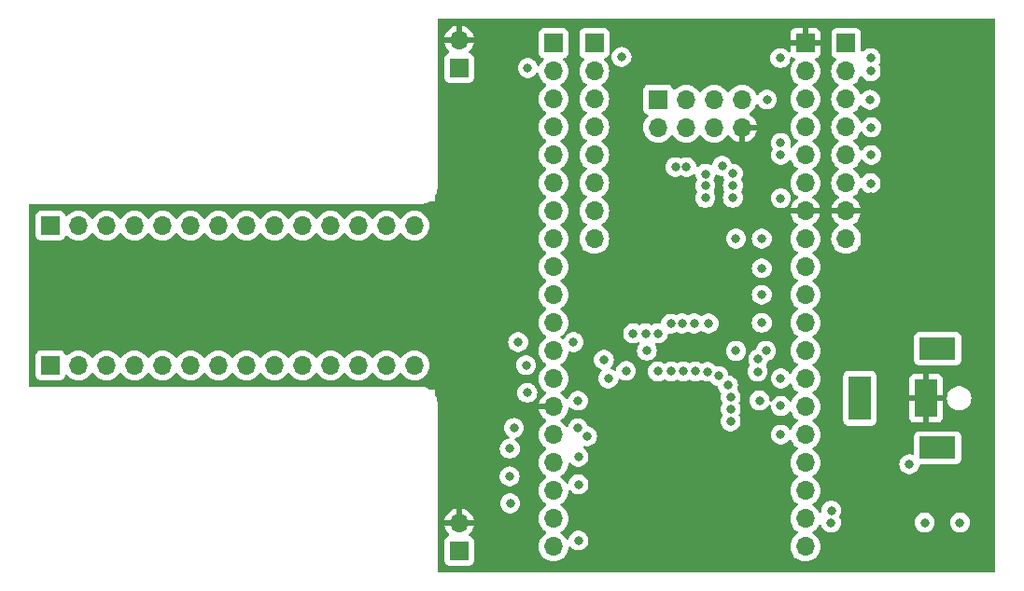
<source format=gbr>
%TF.GenerationSoftware,KiCad,Pcbnew,7.0.9-7.0.9~ubuntu22.04.1*%
%TF.CreationDate,2024-01-04T20:48:59-06:00*%
%TF.ProjectId,ESP Breadboard Expander,45535020-4272-4656-9164-626f61726420,v2.0*%
%TF.SameCoordinates,Original*%
%TF.FileFunction,Copper,L2,Inr*%
%TF.FilePolarity,Positive*%
%FSLAX46Y46*%
G04 Gerber Fmt 4.6, Leading zero omitted, Abs format (unit mm)*
G04 Created by KiCad (PCBNEW 7.0.9-7.0.9~ubuntu22.04.1) date 2024-01-04 20:48:59*
%MOMM*%
%LPD*%
G01*
G04 APERTURE LIST*
%TA.AperFunction,ComponentPad*%
%ADD10R,1.700000X1.700000*%
%TD*%
%TA.AperFunction,ComponentPad*%
%ADD11O,1.700000X1.700000*%
%TD*%
%TA.AperFunction,ComponentPad*%
%ADD12R,3.300000X2.000000*%
%TD*%
%TA.AperFunction,ComponentPad*%
%ADD13R,2.000000X4.000000*%
%TD*%
%TA.AperFunction,ComponentPad*%
%ADD14R,2.000000X3.400000*%
%TD*%
%TA.AperFunction,ViaPad*%
%ADD15C,0.800000*%
%TD*%
G04 APERTURE END LIST*
D10*
%TO.N,/IO14*%
%TO.C,J7*%
X42310000Y-62220000D03*
D11*
%TO.N,/IO27*%
X44850000Y-62220000D03*
%TO.N,/IO26*%
X47390000Y-62220000D03*
%TO.N,/IO25*%
X49930000Y-62220000D03*
%TO.N,/IO33*%
X52470000Y-62220000D03*
%TO.N,/IO32*%
X55010000Y-62220000D03*
%TO.N,/IO35*%
X57550000Y-62220000D03*
%TO.N,/IO34*%
X60090000Y-62220000D03*
%TO.N,/IO39*%
X62630000Y-62220000D03*
%TO.N,/IO36*%
X65170000Y-62220000D03*
%TO.N,/ADC0*%
X67710000Y-62220000D03*
%TO.N,unconnected-(J7-Pin_12-Pad12)*%
X70250000Y-62220000D03*
%TO.N,unconnected-(J7-Pin_13-Pad13)*%
X72790000Y-62220000D03*
%TO.N,unconnected-(J7-Pin_14-Pad14)*%
X75330000Y-62220000D03*
%TD*%
D12*
%TO.N,*%
%TO.C,J10*%
X122772500Y-82400000D03*
X122772500Y-73400000D03*
D13*
%TO.N,Net-(F1-Pad1)*%
X115722500Y-77900000D03*
D14*
%TO.N,GND*%
X121722500Y-77900000D03*
%TD*%
D10*
%TO.N,/TX*%
%TO.C,J3*%
X114475000Y-45650000D03*
D11*
%TO.N,/RX*%
X114475000Y-48190000D03*
%TO.N,/IO5*%
X114475000Y-50730000D03*
%TO.N,/IO4*%
X114475000Y-53270000D03*
%TO.N,/IO0*%
X114475000Y-55810000D03*
%TO.N,/IO2*%
X114475000Y-58350000D03*
%TO.N,GND*%
X114475000Y-60890000D03*
%TO.N,+5V*%
X114475000Y-63430000D03*
%TD*%
D10*
%TO.N,+5V*%
%TO.C,J8*%
X79370000Y-91760000D03*
D11*
%TO.N,GND*%
X79370000Y-89220000D03*
%TD*%
D10*
%TO.N,+3.3V*%
%TO.C,J1*%
X97425000Y-50770000D03*
D11*
%TO.N,/RX*%
X97425000Y-53310000D03*
%TO.N,unconnected-(J1-Pin_3-Pad3)*%
X99965000Y-50770000D03*
%TO.N,/IO0*%
X99965000Y-53310000D03*
%TO.N,unconnected-(J1-Pin_5-Pad5)*%
X102505000Y-50770000D03*
%TO.N,/IO2*%
X102505000Y-53310000D03*
%TO.N,/TX*%
X105045000Y-50770000D03*
%TO.N,GND*%
X105045000Y-53310000D03*
%TD*%
D10*
%TO.N,unconnected-(J4-Pin_1-Pad1)*%
%TO.C,J4*%
X87935000Y-45650000D03*
D11*
%TO.N,unconnected-(J4-Pin_2-Pad2)*%
X87935000Y-48190000D03*
%TO.N,/IO36*%
X87935000Y-50730000D03*
%TO.N,/IO39*%
X87935000Y-53270000D03*
%TO.N,/IO34*%
X87935000Y-55810000D03*
%TO.N,/IO35*%
X87935000Y-58350000D03*
%TO.N,/IO32*%
X87935000Y-60890000D03*
%TO.N,/IO33*%
X87935000Y-63430000D03*
%TO.N,/IO25*%
X87935000Y-65970000D03*
%TO.N,/IO26*%
X87935000Y-68510000D03*
%TO.N,/IO27*%
X87935000Y-71050000D03*
%TO.N,/IO14*%
X87935000Y-73590000D03*
%TO.N,/IO12*%
X87935000Y-76130000D03*
%TO.N,GND*%
X87935000Y-78670000D03*
%TO.N,/IO13*%
X87935000Y-81210000D03*
%TO.N,unconnected-(J4-Pin_16-Pad16)*%
X87935000Y-83750000D03*
%TO.N,unconnected-(J4-Pin_17-Pad17)*%
X87935000Y-86290000D03*
%TO.N,unconnected-(J4-Pin_18-Pad18)*%
X87935000Y-88830000D03*
%TO.N,+5V*%
X87935000Y-91370000D03*
%TD*%
D10*
%TO.N,GND*%
%TO.C,J5*%
X110775000Y-45650000D03*
D11*
%TO.N,/IO23*%
X110775000Y-48190000D03*
%TO.N,/IO22*%
X110775000Y-50730000D03*
%TO.N,/TX*%
X110775000Y-53270000D03*
%TO.N,/RX*%
X110775000Y-55810000D03*
%TO.N,/IO21*%
X110775000Y-58350000D03*
%TO.N,GND*%
X110775000Y-60890000D03*
%TO.N,/IO19*%
X110775000Y-63430000D03*
%TO.N,/IO18*%
X110775000Y-65970000D03*
%TO.N,/IO5*%
X110775000Y-68510000D03*
%TO.N,/IO17*%
X110775000Y-71050000D03*
%TO.N,/IO16*%
X110775000Y-73590000D03*
%TO.N,/IO4*%
X110775000Y-76130000D03*
%TO.N,/IO0*%
X110775000Y-78670000D03*
%TO.N,/IO2*%
X110775000Y-81210000D03*
%TO.N,/IO15*%
X110775000Y-83750000D03*
%TO.N,unconnected-(J5-Pin_17-Pad17)*%
X110775000Y-86290000D03*
%TO.N,unconnected-(J5-Pin_18-Pad18)*%
X110775000Y-88830000D03*
%TO.N,unconnected-(J5-Pin_19-Pad19)*%
X110775000Y-91370000D03*
%TD*%
D10*
%TO.N,unconnected-(J2-Pin_1-Pad1)*%
%TO.C,J2*%
X91635000Y-45650000D03*
D11*
%TO.N,/ADC0*%
X91635000Y-48190000D03*
%TO.N,/IO16*%
X91635000Y-50730000D03*
%TO.N,/IO14*%
X91635000Y-53270000D03*
%TO.N,/IO12*%
X91635000Y-55810000D03*
%TO.N,/IO13*%
X91635000Y-58350000D03*
%TO.N,/IO15*%
X91635000Y-60890000D03*
%TO.N,unconnected-(J2-Pin_8-Pad8)*%
X91635000Y-63430000D03*
%TD*%
D10*
%TO.N,/IO12*%
%TO.C,J6*%
X42310000Y-74900000D03*
D11*
%TO.N,/IO13*%
X44850000Y-74900000D03*
%TO.N,/IO16*%
X47390000Y-74900000D03*
%TO.N,/IO15*%
X49930000Y-74900000D03*
%TO.N,/IO23*%
X52470000Y-74900000D03*
%TO.N,/IO22*%
X55010000Y-74900000D03*
%TO.N,/IO21*%
X57550000Y-74900000D03*
%TO.N,/IO19*%
X60090000Y-74900000D03*
%TO.N,/IO18*%
X62630000Y-74900000D03*
%TO.N,/IO5*%
X65170000Y-74900000D03*
%TO.N,/IO17*%
X67710000Y-74900000D03*
%TO.N,/IO4*%
X70250000Y-74900000D03*
%TO.N,/IO2*%
X72790000Y-74900000D03*
%TO.N,/IO0*%
X75330000Y-74900000D03*
%TD*%
D10*
%TO.N,+3.3V*%
%TO.C,J9*%
X79370000Y-47900000D03*
D11*
%TO.N,GND*%
X79370000Y-45360000D03*
%TD*%
D15*
%TO.N,GND*%
X108000000Y-48800000D03*
X108500000Y-62200000D03*
X126100000Y-64000000D03*
X116700000Y-59600000D03*
X84350000Y-77970000D03*
X117700000Y-91800000D03*
X118800000Y-63500000D03*
%TO.N,+3.3V*%
X94512299Y-75412299D03*
X85600000Y-47900000D03*
X94100000Y-46900000D03*
X116700000Y-47000000D03*
X120200000Y-83900000D03*
X92500000Y-74400000D03*
X108500000Y-47000000D03*
%TO.N,/TX*%
X107300000Y-50770000D03*
X124800000Y-89200000D03*
X108550000Y-54700000D03*
X113124500Y-88100000D03*
%TO.N,/RX*%
X98987796Y-56900000D03*
X116700000Y-48200000D03*
X113100000Y-89200000D03*
X121600000Y-89200000D03*
X108550000Y-55800000D03*
%TO.N,/IO0*%
X99987299Y-56900000D03*
X90200000Y-90824500D03*
X108550000Y-78600000D03*
X104000000Y-80000000D03*
X83999647Y-87450353D03*
X116750000Y-55800000D03*
X103229000Y-56800000D03*
X106625500Y-78100000D03*
%TO.N,/IO2*%
X108537299Y-59737299D03*
X104000000Y-78900000D03*
X106498280Y-74324500D03*
X116700000Y-58375353D03*
X108550000Y-81200000D03*
%TO.N,/IO16*%
X89750000Y-72800000D03*
X107199503Y-73589503D03*
X84725500Y-72798695D03*
X104475500Y-73600000D03*
%TO.N,/IO14*%
X97400000Y-72000000D03*
X96400000Y-73590000D03*
%TO.N,/IO12*%
X92912299Y-76112299D03*
X96300000Y-72000000D03*
%TO.N,/IO13*%
X95150000Y-72000000D03*
X85450000Y-74900000D03*
X90976289Y-81349500D03*
%TO.N,/IO5*%
X102912701Y-75887299D03*
X106824500Y-68500000D03*
X116650000Y-50800000D03*
%TO.N,/IO4*%
X116750000Y-53300000D03*
X104000000Y-77800000D03*
X108550000Y-76100000D03*
X106450938Y-75476339D03*
%TO.N,/IO23*%
X98574952Y-71125048D03*
X97400000Y-75455305D03*
X101700000Y-57524500D03*
X104200000Y-57500000D03*
X90150000Y-78124500D03*
X85550000Y-77400000D03*
%TO.N,/IO22*%
X99600000Y-71100000D03*
X98600000Y-75455305D03*
X104200000Y-58600000D03*
X101700000Y-58600000D03*
%TO.N,/IO21*%
X99700000Y-75455305D03*
X100700000Y-71100000D03*
X84350000Y-80600000D03*
X90150000Y-80624500D03*
X104200000Y-59700000D03*
X101700000Y-59700000D03*
%TO.N,/IO19*%
X100800000Y-75455305D03*
X104475500Y-63400000D03*
X102000000Y-71100000D03*
X106824500Y-63400000D03*
%TO.N,/IO18*%
X106824500Y-66100000D03*
X83971558Y-82478442D03*
X101900000Y-75500000D03*
X90200000Y-83224500D03*
%TO.N,/IO17*%
X83950000Y-85000000D03*
X106824500Y-71050000D03*
X103762701Y-76737299D03*
X90200000Y-85724500D03*
%TD*%
%TA.AperFunction,Conductor*%
%TO.N,GND*%
G36*
X127809630Y-43392025D02*
G01*
X127842253Y-43397192D01*
X127879146Y-43409179D01*
X127899765Y-43419685D01*
X127931151Y-43442489D01*
X127947510Y-43458848D01*
X127970314Y-43490234D01*
X127980820Y-43510853D01*
X127992808Y-43547748D01*
X127997973Y-43580362D01*
X127999500Y-43599755D01*
X127999500Y-43647033D01*
X127999507Y-43647126D01*
X128005946Y-93520229D01*
X128004419Y-93539644D01*
X127999252Y-93572265D01*
X127987267Y-93609154D01*
X127976757Y-93629784D01*
X127953950Y-93661177D01*
X127937582Y-93677545D01*
X127906204Y-93700344D01*
X127885575Y-93710857D01*
X127848684Y-93722848D01*
X127816362Y-93727971D01*
X127796950Y-93729500D01*
X77609756Y-93729500D01*
X77590360Y-93727973D01*
X77574110Y-93725399D01*
X77557749Y-93722808D01*
X77520853Y-93710820D01*
X77500234Y-93700314D01*
X77468848Y-93677510D01*
X77452489Y-93661151D01*
X77429685Y-93629765D01*
X77419179Y-93609146D01*
X77407192Y-93572255D01*
X77402025Y-93539632D01*
X77400500Y-93520250D01*
X77400584Y-92657870D01*
X78019500Y-92657870D01*
X78019501Y-92657876D01*
X78025908Y-92717483D01*
X78076202Y-92852328D01*
X78076206Y-92852335D01*
X78162452Y-92967544D01*
X78162455Y-92967547D01*
X78277664Y-93053793D01*
X78277671Y-93053797D01*
X78412517Y-93104091D01*
X78412516Y-93104091D01*
X78419444Y-93104835D01*
X78472127Y-93110500D01*
X80267872Y-93110499D01*
X80327483Y-93104091D01*
X80462331Y-93053796D01*
X80577546Y-92967546D01*
X80663796Y-92852331D01*
X80714091Y-92717483D01*
X80720500Y-92657873D01*
X80720499Y-90862128D01*
X80714091Y-90802517D01*
X80674305Y-90695846D01*
X80663797Y-90667671D01*
X80663793Y-90667664D01*
X80577547Y-90552455D01*
X80577544Y-90552452D01*
X80462335Y-90466206D01*
X80462328Y-90466202D01*
X80330401Y-90416997D01*
X80274467Y-90375126D01*
X80250050Y-90309662D01*
X80264902Y-90241389D01*
X80286053Y-90213133D01*
X80408108Y-90091078D01*
X80543600Y-89897578D01*
X80643429Y-89683492D01*
X80643432Y-89683486D01*
X80700636Y-89470000D01*
X79803686Y-89470000D01*
X79829493Y-89429844D01*
X79870000Y-89291889D01*
X79870000Y-89148111D01*
X79829493Y-89010156D01*
X79803686Y-88970000D01*
X80700636Y-88970000D01*
X80700635Y-88969999D01*
X80643432Y-88756513D01*
X80643429Y-88756507D01*
X80543600Y-88542422D01*
X80543599Y-88542420D01*
X80408113Y-88348926D01*
X80408108Y-88348920D01*
X80241082Y-88181894D01*
X80047578Y-88046399D01*
X79833492Y-87946570D01*
X79833486Y-87946567D01*
X79620000Y-87889364D01*
X79620000Y-88784498D01*
X79512315Y-88735320D01*
X79405763Y-88720000D01*
X79334237Y-88720000D01*
X79227685Y-88735320D01*
X79120000Y-88784498D01*
X79120000Y-87889364D01*
X79119999Y-87889364D01*
X78906513Y-87946567D01*
X78906507Y-87946570D01*
X78692422Y-88046399D01*
X78692420Y-88046400D01*
X78498926Y-88181886D01*
X78498920Y-88181891D01*
X78331891Y-88348920D01*
X78331886Y-88348926D01*
X78196400Y-88542420D01*
X78196399Y-88542422D01*
X78096570Y-88756507D01*
X78096567Y-88756513D01*
X78039364Y-88969999D01*
X78039364Y-88970000D01*
X78936314Y-88970000D01*
X78910507Y-89010156D01*
X78870000Y-89148111D01*
X78870000Y-89291889D01*
X78910507Y-89429844D01*
X78936314Y-89470000D01*
X78039364Y-89470000D01*
X78096567Y-89683486D01*
X78096570Y-89683492D01*
X78196399Y-89897578D01*
X78331894Y-90091082D01*
X78453946Y-90213134D01*
X78487431Y-90274457D01*
X78482447Y-90344149D01*
X78440575Y-90400082D01*
X78409598Y-90416997D01*
X78277671Y-90466202D01*
X78277664Y-90466206D01*
X78162455Y-90552452D01*
X78162452Y-90552455D01*
X78076206Y-90667664D01*
X78076202Y-90667671D01*
X78025908Y-90802517D01*
X78023545Y-90824500D01*
X78019501Y-90862123D01*
X78019500Y-90862135D01*
X78019500Y-92657870D01*
X77400584Y-92657870D01*
X77401089Y-87450353D01*
X83094187Y-87450353D01*
X83113973Y-87638609D01*
X83113974Y-87638612D01*
X83172465Y-87818630D01*
X83172468Y-87818637D01*
X83267114Y-87982569D01*
X83324587Y-88046399D01*
X83393776Y-88123241D01*
X83546912Y-88234501D01*
X83546917Y-88234504D01*
X83719839Y-88311495D01*
X83719844Y-88311497D01*
X83905001Y-88350853D01*
X83905002Y-88350853D01*
X84094291Y-88350853D01*
X84094293Y-88350853D01*
X84279450Y-88311497D01*
X84452377Y-88234504D01*
X84605518Y-88123241D01*
X84732180Y-87982569D01*
X84826826Y-87818637D01*
X84885321Y-87638609D01*
X84905107Y-87450353D01*
X84885321Y-87262097D01*
X84826826Y-87082069D01*
X84732180Y-86918137D01*
X84605518Y-86777465D01*
X84572759Y-86753664D01*
X84452381Y-86666204D01*
X84452376Y-86666201D01*
X84279454Y-86589210D01*
X84279449Y-86589208D01*
X84133648Y-86558218D01*
X84094293Y-86549853D01*
X83905001Y-86549853D01*
X83872544Y-86556751D01*
X83719844Y-86589208D01*
X83719839Y-86589210D01*
X83546917Y-86666201D01*
X83546912Y-86666204D01*
X83393776Y-86777464D01*
X83267113Y-86918138D01*
X83172468Y-87082068D01*
X83172465Y-87082075D01*
X83121524Y-87238857D01*
X83113973Y-87262097D01*
X83094187Y-87450353D01*
X77401089Y-87450353D01*
X77401327Y-85000000D01*
X83044540Y-85000000D01*
X83064326Y-85188256D01*
X83064327Y-85188259D01*
X83122818Y-85368277D01*
X83122821Y-85368284D01*
X83217467Y-85532216D01*
X83289459Y-85612171D01*
X83344129Y-85672888D01*
X83497265Y-85784148D01*
X83497270Y-85784151D01*
X83670192Y-85861142D01*
X83670197Y-85861144D01*
X83855354Y-85900500D01*
X83855355Y-85900500D01*
X84044644Y-85900500D01*
X84044646Y-85900500D01*
X84229803Y-85861144D01*
X84402730Y-85784151D01*
X84555871Y-85672888D01*
X84682533Y-85532216D01*
X84777179Y-85368284D01*
X84835674Y-85188256D01*
X84855460Y-85000000D01*
X84835674Y-84811744D01*
X84777179Y-84631716D01*
X84682533Y-84467784D01*
X84555871Y-84327112D01*
X84555870Y-84327111D01*
X84402734Y-84215851D01*
X84402729Y-84215848D01*
X84229807Y-84138857D01*
X84229802Y-84138855D01*
X84084001Y-84107865D01*
X84044646Y-84099500D01*
X83855354Y-84099500D01*
X83822897Y-84106398D01*
X83670197Y-84138855D01*
X83670192Y-84138857D01*
X83497270Y-84215848D01*
X83497265Y-84215851D01*
X83344129Y-84327111D01*
X83217466Y-84467785D01*
X83122821Y-84631715D01*
X83122818Y-84631722D01*
X83071880Y-84788495D01*
X83064326Y-84811744D01*
X83044540Y-85000000D01*
X77401327Y-85000000D01*
X77401572Y-82478442D01*
X83066098Y-82478442D01*
X83085884Y-82666698D01*
X83085885Y-82666701D01*
X83144376Y-82846719D01*
X83144379Y-82846726D01*
X83239025Y-83010658D01*
X83365687Y-83151330D01*
X83518823Y-83262590D01*
X83518828Y-83262593D01*
X83691750Y-83339584D01*
X83691755Y-83339586D01*
X83876912Y-83378942D01*
X83876913Y-83378942D01*
X84066202Y-83378942D01*
X84066204Y-83378942D01*
X84251361Y-83339586D01*
X84424288Y-83262593D01*
X84577429Y-83151330D01*
X84704091Y-83010658D01*
X84798737Y-82846726D01*
X84857232Y-82666698D01*
X84877018Y-82478442D01*
X84857232Y-82290186D01*
X84798737Y-82110158D01*
X84704091Y-81946226D01*
X84577429Y-81805554D01*
X84577428Y-81805553D01*
X84447855Y-81711413D01*
X84405189Y-81656083D01*
X84399210Y-81586470D01*
X84431816Y-81524675D01*
X84492654Y-81490318D01*
X84494813Y-81489836D01*
X84629803Y-81461144D01*
X84629807Y-81461142D01*
X84629808Y-81461142D01*
X84688058Y-81435206D01*
X84802730Y-81384151D01*
X84955871Y-81272888D01*
X85082533Y-81132216D01*
X85177179Y-80968284D01*
X85235674Y-80788256D01*
X85255460Y-80600000D01*
X85235674Y-80411744D01*
X85177179Y-80231716D01*
X85082533Y-80067784D01*
X84955871Y-79927112D01*
X84955870Y-79927111D01*
X84802734Y-79815851D01*
X84802729Y-79815848D01*
X84629807Y-79738857D01*
X84629802Y-79738855D01*
X84481681Y-79707372D01*
X84444646Y-79699500D01*
X84255354Y-79699500D01*
X84222897Y-79706398D01*
X84070197Y-79738855D01*
X84070192Y-79738857D01*
X83897270Y-79815848D01*
X83897265Y-79815851D01*
X83744129Y-79927111D01*
X83617466Y-80067785D01*
X83522821Y-80231715D01*
X83522818Y-80231722D01*
X83467979Y-80400500D01*
X83464326Y-80411744D01*
X83444540Y-80600000D01*
X83464326Y-80788256D01*
X83464327Y-80788259D01*
X83522818Y-80968277D01*
X83522821Y-80968284D01*
X83617467Y-81132216D01*
X83725410Y-81252098D01*
X83744129Y-81272888D01*
X83873702Y-81367028D01*
X83916368Y-81422358D01*
X83922347Y-81491971D01*
X83889742Y-81553766D01*
X83828903Y-81588123D01*
X83826598Y-81588636D01*
X83691755Y-81617297D01*
X83691750Y-81617299D01*
X83518828Y-81694290D01*
X83518823Y-81694293D01*
X83365687Y-81805553D01*
X83239024Y-81946227D01*
X83144379Y-82110157D01*
X83144376Y-82110164D01*
X83085885Y-82290182D01*
X83085884Y-82290186D01*
X83066098Y-82478442D01*
X77401572Y-82478442D01*
X77401965Y-78427969D01*
X77401971Y-78427924D01*
X77401972Y-78368535D01*
X77401972Y-78367784D01*
X77401974Y-78350000D01*
X77401975Y-78340713D01*
X77401974Y-78340711D01*
X77401975Y-78337539D01*
X77401972Y-78337473D01*
X77401972Y-78332216D01*
X77401974Y-78261216D01*
X77378798Y-78100000D01*
X77371434Y-78048774D01*
X77371433Y-78048771D01*
X77371432Y-78048762D01*
X77310965Y-77842817D01*
X77221803Y-77647575D01*
X77179683Y-77582034D01*
X77160000Y-77514996D01*
X77160000Y-77400000D01*
X84644540Y-77400000D01*
X84664326Y-77588256D01*
X84664327Y-77588259D01*
X84722818Y-77768277D01*
X84722821Y-77768284D01*
X84817467Y-77932216D01*
X84915169Y-78040725D01*
X84944129Y-78072888D01*
X85097265Y-78184148D01*
X85097270Y-78184151D01*
X85270192Y-78261142D01*
X85270197Y-78261144D01*
X85455354Y-78300500D01*
X85455355Y-78300500D01*
X85644644Y-78300500D01*
X85644646Y-78300500D01*
X85829803Y-78261144D01*
X86002730Y-78184151D01*
X86155871Y-78072888D01*
X86282533Y-77932216D01*
X86377179Y-77768284D01*
X86435674Y-77588256D01*
X86455460Y-77400000D01*
X86435674Y-77211744D01*
X86377179Y-77031716D01*
X86282533Y-76867784D01*
X86155871Y-76727112D01*
X86079259Y-76671450D01*
X86002734Y-76615851D01*
X86002729Y-76615848D01*
X85829807Y-76538857D01*
X85829802Y-76538855D01*
X85684001Y-76507865D01*
X85644646Y-76499500D01*
X85455354Y-76499500D01*
X85422897Y-76506398D01*
X85270197Y-76538855D01*
X85270192Y-76538857D01*
X85097270Y-76615848D01*
X85097265Y-76615851D01*
X84944129Y-76727111D01*
X84817466Y-76867785D01*
X84722821Y-77031715D01*
X84722818Y-77031722D01*
X84668842Y-77197844D01*
X84664326Y-77211744D01*
X84644540Y-77400000D01*
X77160000Y-77400000D01*
X77160000Y-77110000D01*
X76756822Y-77110976D01*
X76689735Y-77091453D01*
X76689484Y-77091292D01*
X76622432Y-77048201D01*
X76622428Y-77048199D01*
X76622425Y-77048197D01*
X76458733Y-76973443D01*
X76427186Y-76959036D01*
X76427183Y-76959035D01*
X76221238Y-76898568D01*
X76221232Y-76898567D01*
X76221227Y-76898566D01*
X76008786Y-76868026D01*
X76008784Y-76868026D01*
X75957635Y-76868026D01*
X75957633Y-76868026D01*
X75915073Y-76868027D01*
X75901465Y-76868028D01*
X75849091Y-76868028D01*
X75849068Y-76868030D01*
X40464505Y-76869481D01*
X40397465Y-76849799D01*
X40351708Y-76796997D01*
X40340500Y-76745481D01*
X40340500Y-75797870D01*
X40959500Y-75797870D01*
X40959501Y-75797876D01*
X40965908Y-75857483D01*
X41016202Y-75992328D01*
X41016206Y-75992335D01*
X41102452Y-76107544D01*
X41102455Y-76107547D01*
X41217664Y-76193793D01*
X41217671Y-76193797D01*
X41352517Y-76244091D01*
X41352516Y-76244091D01*
X41359444Y-76244835D01*
X41412127Y-76250500D01*
X43207872Y-76250499D01*
X43267483Y-76244091D01*
X43402331Y-76193796D01*
X43517546Y-76107546D01*
X43603796Y-75992331D01*
X43652810Y-75860916D01*
X43694681Y-75804984D01*
X43760145Y-75780566D01*
X43828418Y-75795417D01*
X43856673Y-75816569D01*
X43978599Y-75938495D01*
X44075384Y-76006265D01*
X44172165Y-76074032D01*
X44172167Y-76074033D01*
X44172170Y-76074035D01*
X44386337Y-76173903D01*
X44614592Y-76235063D01*
X44791034Y-76250500D01*
X44849999Y-76255659D01*
X44850000Y-76255659D01*
X44850001Y-76255659D01*
X44908966Y-76250500D01*
X45085408Y-76235063D01*
X45313663Y-76173903D01*
X45527830Y-76074035D01*
X45721401Y-75938495D01*
X45888495Y-75771401D01*
X46018425Y-75585842D01*
X46073002Y-75542217D01*
X46142500Y-75535023D01*
X46204855Y-75566546D01*
X46221575Y-75585842D01*
X46351500Y-75771395D01*
X46351505Y-75771401D01*
X46518599Y-75938495D01*
X46615384Y-76006265D01*
X46712165Y-76074032D01*
X46712167Y-76074033D01*
X46712170Y-76074035D01*
X46926337Y-76173903D01*
X47154592Y-76235063D01*
X47331034Y-76250500D01*
X47389999Y-76255659D01*
X47390000Y-76255659D01*
X47390001Y-76255659D01*
X47448966Y-76250500D01*
X47625408Y-76235063D01*
X47853663Y-76173903D01*
X48067830Y-76074035D01*
X48261401Y-75938495D01*
X48428495Y-75771401D01*
X48558425Y-75585842D01*
X48613002Y-75542217D01*
X48682500Y-75535023D01*
X48744855Y-75566546D01*
X48761575Y-75585842D01*
X48891500Y-75771395D01*
X48891505Y-75771401D01*
X49058599Y-75938495D01*
X49155384Y-76006265D01*
X49252165Y-76074032D01*
X49252167Y-76074033D01*
X49252170Y-76074035D01*
X49466337Y-76173903D01*
X49694592Y-76235063D01*
X49871034Y-76250500D01*
X49929999Y-76255659D01*
X49930000Y-76255659D01*
X49930001Y-76255659D01*
X49988966Y-76250500D01*
X50165408Y-76235063D01*
X50393663Y-76173903D01*
X50607830Y-76074035D01*
X50801401Y-75938495D01*
X50968495Y-75771401D01*
X51098425Y-75585842D01*
X51153002Y-75542217D01*
X51222500Y-75535023D01*
X51284855Y-75566546D01*
X51301575Y-75585842D01*
X51431500Y-75771395D01*
X51431505Y-75771401D01*
X51598599Y-75938495D01*
X51695384Y-76006265D01*
X51792165Y-76074032D01*
X51792167Y-76074033D01*
X51792170Y-76074035D01*
X52006337Y-76173903D01*
X52234592Y-76235063D01*
X52411034Y-76250500D01*
X52469999Y-76255659D01*
X52470000Y-76255659D01*
X52470001Y-76255659D01*
X52528966Y-76250500D01*
X52705408Y-76235063D01*
X52933663Y-76173903D01*
X53147830Y-76074035D01*
X53341401Y-75938495D01*
X53508495Y-75771401D01*
X53638425Y-75585842D01*
X53693002Y-75542217D01*
X53762500Y-75535023D01*
X53824855Y-75566546D01*
X53841575Y-75585842D01*
X53971500Y-75771395D01*
X53971505Y-75771401D01*
X54138599Y-75938495D01*
X54235384Y-76006265D01*
X54332165Y-76074032D01*
X54332167Y-76074033D01*
X54332170Y-76074035D01*
X54546337Y-76173903D01*
X54774592Y-76235063D01*
X54951034Y-76250500D01*
X55009999Y-76255659D01*
X55010000Y-76255659D01*
X55010001Y-76255659D01*
X55068966Y-76250500D01*
X55245408Y-76235063D01*
X55473663Y-76173903D01*
X55687830Y-76074035D01*
X55881401Y-75938495D01*
X56048495Y-75771401D01*
X56178425Y-75585842D01*
X56233002Y-75542217D01*
X56302500Y-75535023D01*
X56364855Y-75566546D01*
X56381575Y-75585842D01*
X56511500Y-75771395D01*
X56511505Y-75771401D01*
X56678599Y-75938495D01*
X56775384Y-76006265D01*
X56872165Y-76074032D01*
X56872167Y-76074033D01*
X56872170Y-76074035D01*
X57086337Y-76173903D01*
X57314592Y-76235063D01*
X57491034Y-76250500D01*
X57549999Y-76255659D01*
X57550000Y-76255659D01*
X57550001Y-76255659D01*
X57608966Y-76250500D01*
X57785408Y-76235063D01*
X58013663Y-76173903D01*
X58227830Y-76074035D01*
X58421401Y-75938495D01*
X58588495Y-75771401D01*
X58718425Y-75585842D01*
X58773002Y-75542217D01*
X58842500Y-75535023D01*
X58904855Y-75566546D01*
X58921575Y-75585842D01*
X59051500Y-75771395D01*
X59051505Y-75771401D01*
X59218599Y-75938495D01*
X59315384Y-76006265D01*
X59412165Y-76074032D01*
X59412167Y-76074033D01*
X59412170Y-76074035D01*
X59626337Y-76173903D01*
X59854592Y-76235063D01*
X60031034Y-76250500D01*
X60089999Y-76255659D01*
X60090000Y-76255659D01*
X60090001Y-76255659D01*
X60148966Y-76250500D01*
X60325408Y-76235063D01*
X60553663Y-76173903D01*
X60767830Y-76074035D01*
X60961401Y-75938495D01*
X61128495Y-75771401D01*
X61258425Y-75585842D01*
X61313002Y-75542217D01*
X61382500Y-75535023D01*
X61444855Y-75566546D01*
X61461575Y-75585842D01*
X61591500Y-75771395D01*
X61591505Y-75771401D01*
X61758599Y-75938495D01*
X61855384Y-76006265D01*
X61952165Y-76074032D01*
X61952167Y-76074033D01*
X61952170Y-76074035D01*
X62166337Y-76173903D01*
X62394592Y-76235063D01*
X62571034Y-76250500D01*
X62629999Y-76255659D01*
X62630000Y-76255659D01*
X62630001Y-76255659D01*
X62688966Y-76250500D01*
X62865408Y-76235063D01*
X63093663Y-76173903D01*
X63307830Y-76074035D01*
X63501401Y-75938495D01*
X63668495Y-75771401D01*
X63798425Y-75585842D01*
X63853002Y-75542217D01*
X63922500Y-75535023D01*
X63984855Y-75566546D01*
X64001575Y-75585842D01*
X64131500Y-75771395D01*
X64131505Y-75771401D01*
X64298599Y-75938495D01*
X64395384Y-76006265D01*
X64492165Y-76074032D01*
X64492167Y-76074033D01*
X64492170Y-76074035D01*
X64706337Y-76173903D01*
X64934592Y-76235063D01*
X65111034Y-76250500D01*
X65169999Y-76255659D01*
X65170000Y-76255659D01*
X65170001Y-76255659D01*
X65228966Y-76250500D01*
X65405408Y-76235063D01*
X65633663Y-76173903D01*
X65847830Y-76074035D01*
X66041401Y-75938495D01*
X66208495Y-75771401D01*
X66338425Y-75585842D01*
X66393002Y-75542217D01*
X66462500Y-75535023D01*
X66524855Y-75566546D01*
X66541575Y-75585842D01*
X66671500Y-75771395D01*
X66671505Y-75771401D01*
X66838599Y-75938495D01*
X66935384Y-76006265D01*
X67032165Y-76074032D01*
X67032167Y-76074033D01*
X67032170Y-76074035D01*
X67246337Y-76173903D01*
X67474592Y-76235063D01*
X67651034Y-76250500D01*
X67709999Y-76255659D01*
X67710000Y-76255659D01*
X67710001Y-76255659D01*
X67768966Y-76250500D01*
X67945408Y-76235063D01*
X68173663Y-76173903D01*
X68387830Y-76074035D01*
X68581401Y-75938495D01*
X68748495Y-75771401D01*
X68878425Y-75585842D01*
X68933002Y-75542217D01*
X69002500Y-75535023D01*
X69064855Y-75566546D01*
X69081575Y-75585842D01*
X69211500Y-75771395D01*
X69211505Y-75771401D01*
X69378599Y-75938495D01*
X69475384Y-76006265D01*
X69572165Y-76074032D01*
X69572167Y-76074033D01*
X69572170Y-76074035D01*
X69786337Y-76173903D01*
X70014592Y-76235063D01*
X70191034Y-76250500D01*
X70249999Y-76255659D01*
X70250000Y-76255659D01*
X70250001Y-76255659D01*
X70308966Y-76250500D01*
X70485408Y-76235063D01*
X70713663Y-76173903D01*
X70927830Y-76074035D01*
X71121401Y-75938495D01*
X71288495Y-75771401D01*
X71418425Y-75585842D01*
X71473002Y-75542217D01*
X71542500Y-75535023D01*
X71604855Y-75566546D01*
X71621575Y-75585842D01*
X71751500Y-75771395D01*
X71751505Y-75771401D01*
X71918599Y-75938495D01*
X72015384Y-76006265D01*
X72112165Y-76074032D01*
X72112167Y-76074033D01*
X72112170Y-76074035D01*
X72326337Y-76173903D01*
X72554592Y-76235063D01*
X72731034Y-76250500D01*
X72789999Y-76255659D01*
X72790000Y-76255659D01*
X72790001Y-76255659D01*
X72848966Y-76250500D01*
X73025408Y-76235063D01*
X73253663Y-76173903D01*
X73467830Y-76074035D01*
X73661401Y-75938495D01*
X73828495Y-75771401D01*
X73958425Y-75585842D01*
X74013002Y-75542217D01*
X74082500Y-75535023D01*
X74144855Y-75566546D01*
X74161575Y-75585842D01*
X74291500Y-75771395D01*
X74291505Y-75771401D01*
X74458599Y-75938495D01*
X74555384Y-76006265D01*
X74652165Y-76074032D01*
X74652167Y-76074033D01*
X74652170Y-76074035D01*
X74866337Y-76173903D01*
X75094592Y-76235063D01*
X75271034Y-76250500D01*
X75329999Y-76255659D01*
X75330000Y-76255659D01*
X75330001Y-76255659D01*
X75388966Y-76250500D01*
X75565408Y-76235063D01*
X75793663Y-76173903D01*
X76007830Y-76074035D01*
X76201401Y-75938495D01*
X76368495Y-75771401D01*
X76504035Y-75577830D01*
X76603903Y-75363663D01*
X76665063Y-75135408D01*
X76685659Y-74900000D01*
X84544540Y-74900000D01*
X84564326Y-75088256D01*
X84564327Y-75088259D01*
X84622818Y-75268277D01*
X84622821Y-75268284D01*
X84717467Y-75432216D01*
X84795627Y-75519021D01*
X84844129Y-75572888D01*
X84997265Y-75684148D01*
X84997270Y-75684151D01*
X85170192Y-75761142D01*
X85170197Y-75761144D01*
X85355354Y-75800500D01*
X85355355Y-75800500D01*
X85544644Y-75800500D01*
X85544646Y-75800500D01*
X85729803Y-75761144D01*
X85902730Y-75684151D01*
X86055871Y-75572888D01*
X86182533Y-75432216D01*
X86277179Y-75268284D01*
X86335674Y-75088256D01*
X86355460Y-74900000D01*
X86335674Y-74711744D01*
X86277179Y-74531716D01*
X86182533Y-74367784D01*
X86055871Y-74227112D01*
X86055870Y-74227111D01*
X85902734Y-74115851D01*
X85902729Y-74115848D01*
X85729807Y-74038857D01*
X85729802Y-74038855D01*
X85584001Y-74007865D01*
X85544646Y-73999500D01*
X85355354Y-73999500D01*
X85322897Y-74006398D01*
X85170197Y-74038855D01*
X85170192Y-74038857D01*
X84997270Y-74115848D01*
X84997265Y-74115851D01*
X84844129Y-74227111D01*
X84717466Y-74367785D01*
X84622821Y-74531715D01*
X84622818Y-74531722D01*
X84569271Y-74696524D01*
X84564326Y-74711744D01*
X84544540Y-74900000D01*
X76685659Y-74900000D01*
X76665063Y-74664592D01*
X76608347Y-74452923D01*
X76603905Y-74436344D01*
X76603904Y-74436343D01*
X76603903Y-74436337D01*
X76504035Y-74222171D01*
X76498425Y-74214158D01*
X76368494Y-74028597D01*
X76201402Y-73861506D01*
X76201395Y-73861501D01*
X76007834Y-73725967D01*
X76007830Y-73725965D01*
X75953220Y-73700500D01*
X75793663Y-73626097D01*
X75793659Y-73626096D01*
X75793655Y-73626094D01*
X75565413Y-73564938D01*
X75565403Y-73564936D01*
X75330001Y-73544341D01*
X75329999Y-73544341D01*
X75094596Y-73564936D01*
X75094586Y-73564938D01*
X74866344Y-73626094D01*
X74866335Y-73626098D01*
X74652171Y-73725964D01*
X74652169Y-73725965D01*
X74458597Y-73861505D01*
X74291505Y-74028597D01*
X74161575Y-74214158D01*
X74106998Y-74257783D01*
X74037500Y-74264977D01*
X73975145Y-74233454D01*
X73958425Y-74214158D01*
X73828494Y-74028597D01*
X73661402Y-73861506D01*
X73661395Y-73861501D01*
X73467834Y-73725967D01*
X73467830Y-73725965D01*
X73413220Y-73700500D01*
X73253663Y-73626097D01*
X73253659Y-73626096D01*
X73253655Y-73626094D01*
X73025413Y-73564938D01*
X73025403Y-73564936D01*
X72790001Y-73544341D01*
X72789999Y-73544341D01*
X72554596Y-73564936D01*
X72554586Y-73564938D01*
X72326344Y-73626094D01*
X72326335Y-73626098D01*
X72112171Y-73725964D01*
X72112169Y-73725965D01*
X71918597Y-73861505D01*
X71751505Y-74028597D01*
X71621575Y-74214158D01*
X71566998Y-74257783D01*
X71497500Y-74264977D01*
X71435145Y-74233454D01*
X71418425Y-74214158D01*
X71288494Y-74028597D01*
X71121402Y-73861506D01*
X71121395Y-73861501D01*
X70927834Y-73725967D01*
X70927830Y-73725965D01*
X70873220Y-73700500D01*
X70713663Y-73626097D01*
X70713659Y-73626096D01*
X70713655Y-73626094D01*
X70485413Y-73564938D01*
X70485403Y-73564936D01*
X70250001Y-73544341D01*
X70249999Y-73544341D01*
X70014596Y-73564936D01*
X70014586Y-73564938D01*
X69786344Y-73626094D01*
X69786335Y-73626098D01*
X69572171Y-73725964D01*
X69572169Y-73725965D01*
X69378597Y-73861505D01*
X69211505Y-74028597D01*
X69081575Y-74214158D01*
X69026998Y-74257783D01*
X68957500Y-74264977D01*
X68895145Y-74233454D01*
X68878425Y-74214158D01*
X68748494Y-74028597D01*
X68581402Y-73861506D01*
X68581395Y-73861501D01*
X68387834Y-73725967D01*
X68387830Y-73725965D01*
X68333220Y-73700500D01*
X68173663Y-73626097D01*
X68173659Y-73626096D01*
X68173655Y-73626094D01*
X67945413Y-73564938D01*
X67945403Y-73564936D01*
X67710001Y-73544341D01*
X67709999Y-73544341D01*
X67474596Y-73564936D01*
X67474586Y-73564938D01*
X67246344Y-73626094D01*
X67246335Y-73626098D01*
X67032171Y-73725964D01*
X67032169Y-73725965D01*
X66838597Y-73861505D01*
X66671505Y-74028597D01*
X66541575Y-74214158D01*
X66486998Y-74257783D01*
X66417500Y-74264977D01*
X66355145Y-74233454D01*
X66338425Y-74214158D01*
X66208494Y-74028597D01*
X66041402Y-73861506D01*
X66041395Y-73861501D01*
X65847834Y-73725967D01*
X65847830Y-73725965D01*
X65793220Y-73700500D01*
X65633663Y-73626097D01*
X65633659Y-73626096D01*
X65633655Y-73626094D01*
X65405413Y-73564938D01*
X65405403Y-73564936D01*
X65170001Y-73544341D01*
X65169999Y-73544341D01*
X64934596Y-73564936D01*
X64934586Y-73564938D01*
X64706344Y-73626094D01*
X64706335Y-73626098D01*
X64492171Y-73725964D01*
X64492169Y-73725965D01*
X64298597Y-73861505D01*
X64131505Y-74028597D01*
X64001575Y-74214158D01*
X63946998Y-74257783D01*
X63877500Y-74264977D01*
X63815145Y-74233454D01*
X63798425Y-74214158D01*
X63668494Y-74028597D01*
X63501402Y-73861506D01*
X63501395Y-73861501D01*
X63307834Y-73725967D01*
X63307830Y-73725965D01*
X63253220Y-73700500D01*
X63093663Y-73626097D01*
X63093659Y-73626096D01*
X63093655Y-73626094D01*
X62865413Y-73564938D01*
X62865403Y-73564936D01*
X62630001Y-73544341D01*
X62629999Y-73544341D01*
X62394596Y-73564936D01*
X62394586Y-73564938D01*
X62166344Y-73626094D01*
X62166335Y-73626098D01*
X61952171Y-73725964D01*
X61952169Y-73725965D01*
X61758597Y-73861505D01*
X61591505Y-74028597D01*
X61461575Y-74214158D01*
X61406998Y-74257783D01*
X61337500Y-74264977D01*
X61275145Y-74233454D01*
X61258425Y-74214158D01*
X61128494Y-74028597D01*
X60961402Y-73861506D01*
X60961395Y-73861501D01*
X60767834Y-73725967D01*
X60767830Y-73725965D01*
X60713220Y-73700500D01*
X60553663Y-73626097D01*
X60553659Y-73626096D01*
X60553655Y-73626094D01*
X60325413Y-73564938D01*
X60325403Y-73564936D01*
X60090001Y-73544341D01*
X60089999Y-73544341D01*
X59854596Y-73564936D01*
X59854586Y-73564938D01*
X59626344Y-73626094D01*
X59626335Y-73626098D01*
X59412171Y-73725964D01*
X59412169Y-73725965D01*
X59218597Y-73861505D01*
X59051505Y-74028597D01*
X58921575Y-74214158D01*
X58866998Y-74257783D01*
X58797500Y-74264977D01*
X58735145Y-74233454D01*
X58718425Y-74214158D01*
X58588494Y-74028597D01*
X58421402Y-73861506D01*
X58421395Y-73861501D01*
X58227834Y-73725967D01*
X58227830Y-73725965D01*
X58173220Y-73700500D01*
X58013663Y-73626097D01*
X58013659Y-73626096D01*
X58013655Y-73626094D01*
X57785413Y-73564938D01*
X57785403Y-73564936D01*
X57550001Y-73544341D01*
X57549999Y-73544341D01*
X57314596Y-73564936D01*
X57314586Y-73564938D01*
X57086344Y-73626094D01*
X57086335Y-73626098D01*
X56872171Y-73725964D01*
X56872169Y-73725965D01*
X56678597Y-73861505D01*
X56511505Y-74028597D01*
X56381575Y-74214158D01*
X56326998Y-74257783D01*
X56257500Y-74264977D01*
X56195145Y-74233454D01*
X56178425Y-74214158D01*
X56048494Y-74028597D01*
X55881402Y-73861506D01*
X55881395Y-73861501D01*
X55687834Y-73725967D01*
X55687830Y-73725965D01*
X55633220Y-73700500D01*
X55473663Y-73626097D01*
X55473659Y-73626096D01*
X55473655Y-73626094D01*
X55245413Y-73564938D01*
X55245403Y-73564936D01*
X55010001Y-73544341D01*
X55009999Y-73544341D01*
X54774596Y-73564936D01*
X54774586Y-73564938D01*
X54546344Y-73626094D01*
X54546335Y-73626098D01*
X54332171Y-73725964D01*
X54332169Y-73725965D01*
X54138597Y-73861505D01*
X53971505Y-74028597D01*
X53841575Y-74214158D01*
X53786998Y-74257783D01*
X53717500Y-74264977D01*
X53655145Y-74233454D01*
X53638425Y-74214158D01*
X53508494Y-74028597D01*
X53341402Y-73861506D01*
X53341395Y-73861501D01*
X53147834Y-73725967D01*
X53147830Y-73725965D01*
X53093220Y-73700500D01*
X52933663Y-73626097D01*
X52933659Y-73626096D01*
X52933655Y-73626094D01*
X52705413Y-73564938D01*
X52705403Y-73564936D01*
X52470001Y-73544341D01*
X52469999Y-73544341D01*
X52234596Y-73564936D01*
X52234586Y-73564938D01*
X52006344Y-73626094D01*
X52006335Y-73626098D01*
X51792171Y-73725964D01*
X51792169Y-73725965D01*
X51598597Y-73861505D01*
X51431505Y-74028597D01*
X51301575Y-74214158D01*
X51246998Y-74257783D01*
X51177500Y-74264977D01*
X51115145Y-74233454D01*
X51098425Y-74214158D01*
X50968494Y-74028597D01*
X50801402Y-73861506D01*
X50801395Y-73861501D01*
X50607834Y-73725967D01*
X50607830Y-73725965D01*
X50553220Y-73700500D01*
X50393663Y-73626097D01*
X50393659Y-73626096D01*
X50393655Y-73626094D01*
X50165413Y-73564938D01*
X50165403Y-73564936D01*
X49930001Y-73544341D01*
X49929999Y-73544341D01*
X49694596Y-73564936D01*
X49694586Y-73564938D01*
X49466344Y-73626094D01*
X49466335Y-73626098D01*
X49252171Y-73725964D01*
X49252169Y-73725965D01*
X49058597Y-73861505D01*
X48891505Y-74028597D01*
X48761575Y-74214158D01*
X48706998Y-74257783D01*
X48637500Y-74264977D01*
X48575145Y-74233454D01*
X48558425Y-74214158D01*
X48428494Y-74028597D01*
X48261402Y-73861506D01*
X48261395Y-73861501D01*
X48067834Y-73725967D01*
X48067830Y-73725965D01*
X48013220Y-73700500D01*
X47853663Y-73626097D01*
X47853659Y-73626096D01*
X47853655Y-73626094D01*
X47625413Y-73564938D01*
X47625403Y-73564936D01*
X47390001Y-73544341D01*
X47389999Y-73544341D01*
X47154596Y-73564936D01*
X47154586Y-73564938D01*
X46926344Y-73626094D01*
X46926335Y-73626098D01*
X46712171Y-73725964D01*
X46712169Y-73725965D01*
X46518597Y-73861505D01*
X46351505Y-74028597D01*
X46221575Y-74214158D01*
X46166998Y-74257783D01*
X46097500Y-74264977D01*
X46035145Y-74233454D01*
X46018425Y-74214158D01*
X45888494Y-74028597D01*
X45721402Y-73861506D01*
X45721395Y-73861501D01*
X45527834Y-73725967D01*
X45527830Y-73725965D01*
X45473220Y-73700500D01*
X45313663Y-73626097D01*
X45313659Y-73626096D01*
X45313655Y-73626094D01*
X45085413Y-73564938D01*
X45085403Y-73564936D01*
X44850001Y-73544341D01*
X44849999Y-73544341D01*
X44614596Y-73564936D01*
X44614586Y-73564938D01*
X44386344Y-73626094D01*
X44386335Y-73626098D01*
X44172171Y-73725964D01*
X44172169Y-73725965D01*
X43978600Y-73861503D01*
X43856673Y-73983430D01*
X43795350Y-74016914D01*
X43725658Y-74011930D01*
X43669725Y-73970058D01*
X43652810Y-73939081D01*
X43603797Y-73807671D01*
X43603793Y-73807664D01*
X43517547Y-73692455D01*
X43517544Y-73692452D01*
X43402335Y-73606206D01*
X43402328Y-73606202D01*
X43267482Y-73555908D01*
X43267483Y-73555908D01*
X43207883Y-73549501D01*
X43207881Y-73549500D01*
X43207873Y-73549500D01*
X43207864Y-73549500D01*
X41412129Y-73549500D01*
X41412123Y-73549501D01*
X41352516Y-73555908D01*
X41217671Y-73606202D01*
X41217664Y-73606206D01*
X41102455Y-73692452D01*
X41102452Y-73692455D01*
X41016206Y-73807664D01*
X41016202Y-73807671D01*
X40965908Y-73942517D01*
X40959501Y-74002116D01*
X40959500Y-74002135D01*
X40959500Y-75797870D01*
X40340500Y-75797870D01*
X40340500Y-72798695D01*
X83820040Y-72798695D01*
X83839826Y-72986951D01*
X83839827Y-72986954D01*
X83898318Y-73166972D01*
X83898321Y-73166979D01*
X83992967Y-73330911D01*
X84112221Y-73463356D01*
X84119629Y-73471583D01*
X84272765Y-73582843D01*
X84272770Y-73582846D01*
X84445692Y-73659837D01*
X84445697Y-73659839D01*
X84630854Y-73699195D01*
X84630855Y-73699195D01*
X84820144Y-73699195D01*
X84820146Y-73699195D01*
X85005303Y-73659839D01*
X85178230Y-73582846D01*
X85331371Y-73471583D01*
X85458033Y-73330911D01*
X85552679Y-73166979D01*
X85611174Y-72986951D01*
X85630960Y-72798695D01*
X85611174Y-72610439D01*
X85552679Y-72430411D01*
X85458033Y-72266479D01*
X85331371Y-72125807D01*
X85331085Y-72125599D01*
X85178234Y-72014546D01*
X85178229Y-72014543D01*
X85005307Y-71937552D01*
X85005302Y-71937550D01*
X84841519Y-71902738D01*
X84820146Y-71898195D01*
X84630854Y-71898195D01*
X84609481Y-71902738D01*
X84445697Y-71937550D01*
X84445692Y-71937552D01*
X84272770Y-72014543D01*
X84272765Y-72014546D01*
X84119629Y-72125806D01*
X83992966Y-72266480D01*
X83898321Y-72430410D01*
X83898318Y-72430417D01*
X83839827Y-72610435D01*
X83839826Y-72610439D01*
X83820040Y-72798695D01*
X40340500Y-72798695D01*
X40340500Y-63117870D01*
X40959500Y-63117870D01*
X40959501Y-63117876D01*
X40965908Y-63177483D01*
X41016202Y-63312328D01*
X41016206Y-63312335D01*
X41102452Y-63427544D01*
X41102455Y-63427547D01*
X41217664Y-63513793D01*
X41217671Y-63513797D01*
X41352517Y-63564091D01*
X41352516Y-63564091D01*
X41359444Y-63564835D01*
X41412127Y-63570500D01*
X43207872Y-63570499D01*
X43267483Y-63564091D01*
X43402331Y-63513796D01*
X43517546Y-63427546D01*
X43603796Y-63312331D01*
X43652810Y-63180916D01*
X43694681Y-63124984D01*
X43760145Y-63100566D01*
X43828418Y-63115417D01*
X43856673Y-63136569D01*
X43978599Y-63258495D01*
X44075384Y-63326265D01*
X44172165Y-63394032D01*
X44172167Y-63394033D01*
X44172170Y-63394035D01*
X44386337Y-63493903D01*
X44614592Y-63555063D01*
X44791034Y-63570500D01*
X44849999Y-63575659D01*
X44850000Y-63575659D01*
X44850001Y-63575659D01*
X44908966Y-63570500D01*
X45085408Y-63555063D01*
X45313663Y-63493903D01*
X45527830Y-63394035D01*
X45721401Y-63258495D01*
X45888495Y-63091401D01*
X46018425Y-62905842D01*
X46073002Y-62862217D01*
X46142500Y-62855023D01*
X46204855Y-62886546D01*
X46221575Y-62905842D01*
X46351500Y-63091395D01*
X46351505Y-63091401D01*
X46518599Y-63258495D01*
X46615384Y-63326265D01*
X46712165Y-63394032D01*
X46712167Y-63394033D01*
X46712170Y-63394035D01*
X46926337Y-63493903D01*
X47154592Y-63555063D01*
X47331034Y-63570500D01*
X47389999Y-63575659D01*
X47390000Y-63575659D01*
X47390001Y-63575659D01*
X47448966Y-63570500D01*
X47625408Y-63555063D01*
X47853663Y-63493903D01*
X48067830Y-63394035D01*
X48261401Y-63258495D01*
X48428495Y-63091401D01*
X48558425Y-62905842D01*
X48613002Y-62862217D01*
X48682500Y-62855023D01*
X48744855Y-62886546D01*
X48761575Y-62905842D01*
X48891500Y-63091395D01*
X48891505Y-63091401D01*
X49058599Y-63258495D01*
X49155384Y-63326265D01*
X49252165Y-63394032D01*
X49252167Y-63394033D01*
X49252170Y-63394035D01*
X49466337Y-63493903D01*
X49694592Y-63555063D01*
X49871034Y-63570500D01*
X49929999Y-63575659D01*
X49930000Y-63575659D01*
X49930001Y-63575659D01*
X49988966Y-63570500D01*
X50165408Y-63555063D01*
X50393663Y-63493903D01*
X50607830Y-63394035D01*
X50801401Y-63258495D01*
X50968495Y-63091401D01*
X51098425Y-62905842D01*
X51153002Y-62862217D01*
X51222500Y-62855023D01*
X51284855Y-62886546D01*
X51301575Y-62905842D01*
X51431500Y-63091395D01*
X51431505Y-63091401D01*
X51598599Y-63258495D01*
X51695384Y-63326265D01*
X51792165Y-63394032D01*
X51792167Y-63394033D01*
X51792170Y-63394035D01*
X52006337Y-63493903D01*
X52234592Y-63555063D01*
X52411034Y-63570500D01*
X52469999Y-63575659D01*
X52470000Y-63575659D01*
X52470001Y-63575659D01*
X52528966Y-63570500D01*
X52705408Y-63555063D01*
X52933663Y-63493903D01*
X53147830Y-63394035D01*
X53341401Y-63258495D01*
X53508495Y-63091401D01*
X53638425Y-62905842D01*
X53693002Y-62862217D01*
X53762500Y-62855023D01*
X53824855Y-62886546D01*
X53841575Y-62905842D01*
X53971500Y-63091395D01*
X53971505Y-63091401D01*
X54138599Y-63258495D01*
X54235384Y-63326265D01*
X54332165Y-63394032D01*
X54332167Y-63394033D01*
X54332170Y-63394035D01*
X54546337Y-63493903D01*
X54774592Y-63555063D01*
X54951034Y-63570500D01*
X55009999Y-63575659D01*
X55010000Y-63575659D01*
X55010001Y-63575659D01*
X55068966Y-63570500D01*
X55245408Y-63555063D01*
X55473663Y-63493903D01*
X55687830Y-63394035D01*
X55881401Y-63258495D01*
X56048495Y-63091401D01*
X56178425Y-62905842D01*
X56233002Y-62862217D01*
X56302500Y-62855023D01*
X56364855Y-62886546D01*
X56381575Y-62905842D01*
X56511500Y-63091395D01*
X56511505Y-63091401D01*
X56678599Y-63258495D01*
X56775384Y-63326265D01*
X56872165Y-63394032D01*
X56872167Y-63394033D01*
X56872170Y-63394035D01*
X57086337Y-63493903D01*
X57314592Y-63555063D01*
X57491034Y-63570500D01*
X57549999Y-63575659D01*
X57550000Y-63575659D01*
X57550001Y-63575659D01*
X57608966Y-63570500D01*
X57785408Y-63555063D01*
X58013663Y-63493903D01*
X58227830Y-63394035D01*
X58421401Y-63258495D01*
X58588495Y-63091401D01*
X58718425Y-62905842D01*
X58773002Y-62862217D01*
X58842500Y-62855023D01*
X58904855Y-62886546D01*
X58921575Y-62905842D01*
X59051500Y-63091395D01*
X59051505Y-63091401D01*
X59218599Y-63258495D01*
X59315384Y-63326265D01*
X59412165Y-63394032D01*
X59412167Y-63394033D01*
X59412170Y-63394035D01*
X59626337Y-63493903D01*
X59854592Y-63555063D01*
X60031034Y-63570500D01*
X60089999Y-63575659D01*
X60090000Y-63575659D01*
X60090001Y-63575659D01*
X60148966Y-63570500D01*
X60325408Y-63555063D01*
X60553663Y-63493903D01*
X60767830Y-63394035D01*
X60961401Y-63258495D01*
X61128495Y-63091401D01*
X61258425Y-62905842D01*
X61313002Y-62862217D01*
X61382500Y-62855023D01*
X61444855Y-62886546D01*
X61461575Y-62905842D01*
X61591500Y-63091395D01*
X61591505Y-63091401D01*
X61758599Y-63258495D01*
X61855384Y-63326265D01*
X61952165Y-63394032D01*
X61952167Y-63394033D01*
X61952170Y-63394035D01*
X62166337Y-63493903D01*
X62394592Y-63555063D01*
X62571034Y-63570500D01*
X62629999Y-63575659D01*
X62630000Y-63575659D01*
X62630001Y-63575659D01*
X62688966Y-63570500D01*
X62865408Y-63555063D01*
X63093663Y-63493903D01*
X63307830Y-63394035D01*
X63501401Y-63258495D01*
X63668495Y-63091401D01*
X63798425Y-62905842D01*
X63853002Y-62862217D01*
X63922500Y-62855023D01*
X63984855Y-62886546D01*
X64001575Y-62905842D01*
X64131500Y-63091395D01*
X64131505Y-63091401D01*
X64298599Y-63258495D01*
X64395384Y-63326265D01*
X64492165Y-63394032D01*
X64492167Y-63394033D01*
X64492170Y-63394035D01*
X64706337Y-63493903D01*
X64934592Y-63555063D01*
X65111034Y-63570500D01*
X65169999Y-63575659D01*
X65170000Y-63575659D01*
X65170001Y-63575659D01*
X65228966Y-63570500D01*
X65405408Y-63555063D01*
X65633663Y-63493903D01*
X65847830Y-63394035D01*
X66041401Y-63258495D01*
X66208495Y-63091401D01*
X66338425Y-62905842D01*
X66393002Y-62862217D01*
X66462500Y-62855023D01*
X66524855Y-62886546D01*
X66541575Y-62905842D01*
X66671500Y-63091395D01*
X66671505Y-63091401D01*
X66838599Y-63258495D01*
X66935384Y-63326265D01*
X67032165Y-63394032D01*
X67032167Y-63394033D01*
X67032170Y-63394035D01*
X67246337Y-63493903D01*
X67474592Y-63555063D01*
X67651034Y-63570500D01*
X67709999Y-63575659D01*
X67710000Y-63575659D01*
X67710001Y-63575659D01*
X67768966Y-63570500D01*
X67945408Y-63555063D01*
X68173663Y-63493903D01*
X68387830Y-63394035D01*
X68581401Y-63258495D01*
X68748495Y-63091401D01*
X68878425Y-62905842D01*
X68933002Y-62862217D01*
X69002500Y-62855023D01*
X69064855Y-62886546D01*
X69081575Y-62905842D01*
X69211500Y-63091395D01*
X69211505Y-63091401D01*
X69378599Y-63258495D01*
X69475384Y-63326265D01*
X69572165Y-63394032D01*
X69572167Y-63394033D01*
X69572170Y-63394035D01*
X69786337Y-63493903D01*
X70014592Y-63555063D01*
X70191034Y-63570500D01*
X70249999Y-63575659D01*
X70250000Y-63575659D01*
X70250001Y-63575659D01*
X70308966Y-63570500D01*
X70485408Y-63555063D01*
X70713663Y-63493903D01*
X70927830Y-63394035D01*
X71121401Y-63258495D01*
X71288495Y-63091401D01*
X71418425Y-62905842D01*
X71473002Y-62862217D01*
X71542500Y-62855023D01*
X71604855Y-62886546D01*
X71621575Y-62905842D01*
X71751500Y-63091395D01*
X71751505Y-63091401D01*
X71918599Y-63258495D01*
X72015384Y-63326265D01*
X72112165Y-63394032D01*
X72112167Y-63394033D01*
X72112170Y-63394035D01*
X72326337Y-63493903D01*
X72554592Y-63555063D01*
X72731034Y-63570500D01*
X72789999Y-63575659D01*
X72790000Y-63575659D01*
X72790001Y-63575659D01*
X72848966Y-63570500D01*
X73025408Y-63555063D01*
X73253663Y-63493903D01*
X73467830Y-63394035D01*
X73661401Y-63258495D01*
X73828495Y-63091401D01*
X73958425Y-62905842D01*
X74013002Y-62862217D01*
X74082500Y-62855023D01*
X74144855Y-62886546D01*
X74161575Y-62905842D01*
X74291500Y-63091395D01*
X74291505Y-63091401D01*
X74458599Y-63258495D01*
X74555384Y-63326265D01*
X74652165Y-63394032D01*
X74652167Y-63394033D01*
X74652170Y-63394035D01*
X74866337Y-63493903D01*
X75094592Y-63555063D01*
X75271034Y-63570500D01*
X75329999Y-63575659D01*
X75330000Y-63575659D01*
X75330001Y-63575659D01*
X75388966Y-63570500D01*
X75565408Y-63555063D01*
X75793663Y-63493903D01*
X76007830Y-63394035D01*
X76201401Y-63258495D01*
X76368495Y-63091401D01*
X76504035Y-62897830D01*
X76603903Y-62683663D01*
X76665063Y-62455408D01*
X76685659Y-62220000D01*
X76684521Y-62206998D01*
X76674717Y-62094937D01*
X76665063Y-61984592D01*
X76605258Y-61761395D01*
X76603905Y-61756344D01*
X76603904Y-61756343D01*
X76603903Y-61756337D01*
X76504035Y-61542171D01*
X76498425Y-61534158D01*
X76368494Y-61348597D01*
X76201402Y-61181506D01*
X76201395Y-61181501D01*
X76007834Y-61045967D01*
X76007830Y-61045965D01*
X76007828Y-61045964D01*
X75793663Y-60946097D01*
X75793659Y-60946096D01*
X75793655Y-60946094D01*
X75565413Y-60884938D01*
X75565403Y-60884936D01*
X75330001Y-60864341D01*
X75329999Y-60864341D01*
X75094596Y-60884936D01*
X75094586Y-60884938D01*
X74866344Y-60946094D01*
X74866335Y-60946098D01*
X74652171Y-61045964D01*
X74652169Y-61045965D01*
X74458597Y-61181505D01*
X74291505Y-61348597D01*
X74161575Y-61534158D01*
X74106998Y-61577783D01*
X74037500Y-61584977D01*
X73975145Y-61553454D01*
X73958425Y-61534158D01*
X73828494Y-61348597D01*
X73661402Y-61181506D01*
X73661395Y-61181501D01*
X73467834Y-61045967D01*
X73467830Y-61045965D01*
X73467828Y-61045964D01*
X73253663Y-60946097D01*
X73253659Y-60946096D01*
X73253655Y-60946094D01*
X73025413Y-60884938D01*
X73025403Y-60884936D01*
X72790001Y-60864341D01*
X72789999Y-60864341D01*
X72554596Y-60884936D01*
X72554586Y-60884938D01*
X72326344Y-60946094D01*
X72326335Y-60946098D01*
X72112171Y-61045964D01*
X72112169Y-61045965D01*
X71918597Y-61181505D01*
X71751505Y-61348597D01*
X71621575Y-61534158D01*
X71566998Y-61577783D01*
X71497500Y-61584977D01*
X71435145Y-61553454D01*
X71418425Y-61534158D01*
X71288494Y-61348597D01*
X71121402Y-61181506D01*
X71121395Y-61181501D01*
X70927834Y-61045967D01*
X70927830Y-61045965D01*
X70927828Y-61045964D01*
X70713663Y-60946097D01*
X70713659Y-60946096D01*
X70713655Y-60946094D01*
X70485413Y-60884938D01*
X70485403Y-60884936D01*
X70250001Y-60864341D01*
X70249999Y-60864341D01*
X70014596Y-60884936D01*
X70014586Y-60884938D01*
X69786344Y-60946094D01*
X69786335Y-60946098D01*
X69572171Y-61045964D01*
X69572169Y-61045965D01*
X69378597Y-61181505D01*
X69211505Y-61348597D01*
X69081575Y-61534158D01*
X69026998Y-61577783D01*
X68957500Y-61584977D01*
X68895145Y-61553454D01*
X68878425Y-61534158D01*
X68748494Y-61348597D01*
X68581402Y-61181506D01*
X68581395Y-61181501D01*
X68387834Y-61045967D01*
X68387830Y-61045965D01*
X68387828Y-61045964D01*
X68173663Y-60946097D01*
X68173659Y-60946096D01*
X68173655Y-60946094D01*
X67945413Y-60884938D01*
X67945403Y-60884936D01*
X67710001Y-60864341D01*
X67709999Y-60864341D01*
X67474596Y-60884936D01*
X67474586Y-60884938D01*
X67246344Y-60946094D01*
X67246335Y-60946098D01*
X67032171Y-61045964D01*
X67032169Y-61045965D01*
X66838597Y-61181505D01*
X66671505Y-61348597D01*
X66541575Y-61534158D01*
X66486998Y-61577783D01*
X66417500Y-61584977D01*
X66355145Y-61553454D01*
X66338425Y-61534158D01*
X66208494Y-61348597D01*
X66041402Y-61181506D01*
X66041395Y-61181501D01*
X65847834Y-61045967D01*
X65847830Y-61045965D01*
X65847828Y-61045964D01*
X65633663Y-60946097D01*
X65633659Y-60946096D01*
X65633655Y-60946094D01*
X65405413Y-60884938D01*
X65405403Y-60884936D01*
X65170001Y-60864341D01*
X65169999Y-60864341D01*
X64934596Y-60884936D01*
X64934586Y-60884938D01*
X64706344Y-60946094D01*
X64706335Y-60946098D01*
X64492171Y-61045964D01*
X64492169Y-61045965D01*
X64298597Y-61181505D01*
X64131505Y-61348597D01*
X64001575Y-61534158D01*
X63946998Y-61577783D01*
X63877500Y-61584977D01*
X63815145Y-61553454D01*
X63798425Y-61534158D01*
X63668494Y-61348597D01*
X63501402Y-61181506D01*
X63501395Y-61181501D01*
X63307834Y-61045967D01*
X63307830Y-61045965D01*
X63307828Y-61045964D01*
X63093663Y-60946097D01*
X63093659Y-60946096D01*
X63093655Y-60946094D01*
X62865413Y-60884938D01*
X62865403Y-60884936D01*
X62630001Y-60864341D01*
X62629999Y-60864341D01*
X62394596Y-60884936D01*
X62394586Y-60884938D01*
X62166344Y-60946094D01*
X62166335Y-60946098D01*
X61952171Y-61045964D01*
X61952169Y-61045965D01*
X61758597Y-61181505D01*
X61591505Y-61348597D01*
X61461575Y-61534158D01*
X61406998Y-61577783D01*
X61337500Y-61584977D01*
X61275145Y-61553454D01*
X61258425Y-61534158D01*
X61128494Y-61348597D01*
X60961402Y-61181506D01*
X60961395Y-61181501D01*
X60767834Y-61045967D01*
X60767830Y-61045965D01*
X60767828Y-61045964D01*
X60553663Y-60946097D01*
X60553659Y-60946096D01*
X60553655Y-60946094D01*
X60325413Y-60884938D01*
X60325403Y-60884936D01*
X60090001Y-60864341D01*
X60089999Y-60864341D01*
X59854596Y-60884936D01*
X59854586Y-60884938D01*
X59626344Y-60946094D01*
X59626335Y-60946098D01*
X59412171Y-61045964D01*
X59412169Y-61045965D01*
X59218597Y-61181505D01*
X59051505Y-61348597D01*
X58921575Y-61534158D01*
X58866998Y-61577783D01*
X58797500Y-61584977D01*
X58735145Y-61553454D01*
X58718425Y-61534158D01*
X58588494Y-61348597D01*
X58421402Y-61181506D01*
X58421395Y-61181501D01*
X58227834Y-61045967D01*
X58227830Y-61045965D01*
X58227828Y-61045964D01*
X58013663Y-60946097D01*
X58013659Y-60946096D01*
X58013655Y-60946094D01*
X57785413Y-60884938D01*
X57785403Y-60884936D01*
X57550001Y-60864341D01*
X57549999Y-60864341D01*
X57314596Y-60884936D01*
X57314586Y-60884938D01*
X57086344Y-60946094D01*
X57086335Y-60946098D01*
X56872171Y-61045964D01*
X56872169Y-61045965D01*
X56678597Y-61181505D01*
X56511505Y-61348597D01*
X56381575Y-61534158D01*
X56326998Y-61577783D01*
X56257500Y-61584977D01*
X56195145Y-61553454D01*
X56178425Y-61534158D01*
X56048494Y-61348597D01*
X55881402Y-61181506D01*
X55881395Y-61181501D01*
X55687834Y-61045967D01*
X55687830Y-61045965D01*
X55687828Y-61045964D01*
X55473663Y-60946097D01*
X55473659Y-60946096D01*
X55473655Y-60946094D01*
X55245413Y-60884938D01*
X55245403Y-60884936D01*
X55010001Y-60864341D01*
X55009999Y-60864341D01*
X54774596Y-60884936D01*
X54774586Y-60884938D01*
X54546344Y-60946094D01*
X54546335Y-60946098D01*
X54332171Y-61045964D01*
X54332169Y-61045965D01*
X54138597Y-61181505D01*
X53971505Y-61348597D01*
X53841575Y-61534158D01*
X53786998Y-61577783D01*
X53717500Y-61584977D01*
X53655145Y-61553454D01*
X53638425Y-61534158D01*
X53508494Y-61348597D01*
X53341402Y-61181506D01*
X53341395Y-61181501D01*
X53147834Y-61045967D01*
X53147830Y-61045965D01*
X53147828Y-61045964D01*
X52933663Y-60946097D01*
X52933659Y-60946096D01*
X52933655Y-60946094D01*
X52705413Y-60884938D01*
X52705403Y-60884936D01*
X52470001Y-60864341D01*
X52469999Y-60864341D01*
X52234596Y-60884936D01*
X52234586Y-60884938D01*
X52006344Y-60946094D01*
X52006335Y-60946098D01*
X51792171Y-61045964D01*
X51792169Y-61045965D01*
X51598597Y-61181505D01*
X51431505Y-61348597D01*
X51301575Y-61534158D01*
X51246998Y-61577783D01*
X51177500Y-61584977D01*
X51115145Y-61553454D01*
X51098425Y-61534158D01*
X50968494Y-61348597D01*
X50801402Y-61181506D01*
X50801395Y-61181501D01*
X50607834Y-61045967D01*
X50607830Y-61045965D01*
X50607828Y-61045964D01*
X50393663Y-60946097D01*
X50393659Y-60946096D01*
X50393655Y-60946094D01*
X50165413Y-60884938D01*
X50165403Y-60884936D01*
X49930001Y-60864341D01*
X49929999Y-60864341D01*
X49694596Y-60884936D01*
X49694586Y-60884938D01*
X49466344Y-60946094D01*
X49466335Y-60946098D01*
X49252171Y-61045964D01*
X49252169Y-61045965D01*
X49058597Y-61181505D01*
X48891505Y-61348597D01*
X48761575Y-61534158D01*
X48706998Y-61577783D01*
X48637500Y-61584977D01*
X48575145Y-61553454D01*
X48558425Y-61534158D01*
X48428494Y-61348597D01*
X48261402Y-61181506D01*
X48261395Y-61181501D01*
X48067834Y-61045967D01*
X48067830Y-61045965D01*
X48067828Y-61045964D01*
X47853663Y-60946097D01*
X47853659Y-60946096D01*
X47853655Y-60946094D01*
X47625413Y-60884938D01*
X47625403Y-60884936D01*
X47390001Y-60864341D01*
X47389999Y-60864341D01*
X47154596Y-60884936D01*
X47154586Y-60884938D01*
X46926344Y-60946094D01*
X46926335Y-60946098D01*
X46712171Y-61045964D01*
X46712169Y-61045965D01*
X46518597Y-61181505D01*
X46351505Y-61348597D01*
X46221575Y-61534158D01*
X46166998Y-61577783D01*
X46097500Y-61584977D01*
X46035145Y-61553454D01*
X46018425Y-61534158D01*
X45888494Y-61348597D01*
X45721402Y-61181506D01*
X45721395Y-61181501D01*
X45527834Y-61045967D01*
X45527830Y-61045965D01*
X45527828Y-61045964D01*
X45313663Y-60946097D01*
X45313659Y-60946096D01*
X45313655Y-60946094D01*
X45085413Y-60884938D01*
X45085403Y-60884936D01*
X44850001Y-60864341D01*
X44849999Y-60864341D01*
X44614596Y-60884936D01*
X44614586Y-60884938D01*
X44386344Y-60946094D01*
X44386335Y-60946098D01*
X44172171Y-61045964D01*
X44172169Y-61045965D01*
X43978600Y-61181503D01*
X43856673Y-61303430D01*
X43795350Y-61336914D01*
X43725658Y-61331930D01*
X43669725Y-61290058D01*
X43652810Y-61259081D01*
X43603797Y-61127671D01*
X43603793Y-61127664D01*
X43517547Y-61012455D01*
X43517544Y-61012452D01*
X43402335Y-60926206D01*
X43402328Y-60926202D01*
X43267482Y-60875908D01*
X43267483Y-60875908D01*
X43207883Y-60869501D01*
X43207881Y-60869500D01*
X43207873Y-60869500D01*
X43207864Y-60869500D01*
X41412129Y-60869500D01*
X41412123Y-60869501D01*
X41352516Y-60875908D01*
X41217671Y-60926202D01*
X41217664Y-60926206D01*
X41102455Y-61012452D01*
X41102452Y-61012455D01*
X41016206Y-61127664D01*
X41016202Y-61127671D01*
X40965908Y-61262517D01*
X40959501Y-61322116D01*
X40959500Y-61322135D01*
X40959500Y-63117870D01*
X40340500Y-63117870D01*
X40340500Y-60374500D01*
X40360185Y-60307461D01*
X40412989Y-60261706D01*
X40464500Y-60250500D01*
X75931961Y-60250500D01*
X75932540Y-60250472D01*
X76008782Y-60250475D01*
X76221233Y-60219933D01*
X76427175Y-60159468D01*
X76622416Y-60070308D01*
X76685804Y-60029571D01*
X76752833Y-60009890D01*
X77160000Y-60010000D01*
X77160000Y-60009999D01*
X77160000Y-59603504D01*
X77179685Y-59536465D01*
X77179685Y-59536464D01*
X77221792Y-59470946D01*
X77310955Y-59275708D01*
X77371426Y-59069768D01*
X77372197Y-59064410D01*
X77388193Y-58953150D01*
X77401972Y-58857317D01*
X77401972Y-58750000D01*
X77401972Y-58747947D01*
X77403337Y-48797870D01*
X78019500Y-48797870D01*
X78019501Y-48797876D01*
X78025908Y-48857483D01*
X78076202Y-48992328D01*
X78076206Y-48992335D01*
X78162452Y-49107544D01*
X78162455Y-49107547D01*
X78277664Y-49193793D01*
X78277671Y-49193797D01*
X78412517Y-49244091D01*
X78412516Y-49244091D01*
X78419444Y-49244835D01*
X78472127Y-49250500D01*
X80267872Y-49250499D01*
X80327483Y-49244091D01*
X80462331Y-49193796D01*
X80577546Y-49107546D01*
X80663796Y-48992331D01*
X80714091Y-48857483D01*
X80720500Y-48797873D01*
X80720499Y-47900000D01*
X84694540Y-47900000D01*
X84714326Y-48088256D01*
X84714327Y-48088259D01*
X84772818Y-48268277D01*
X84772821Y-48268284D01*
X84867467Y-48432216D01*
X84989977Y-48568277D01*
X84994129Y-48572888D01*
X85147265Y-48684148D01*
X85147270Y-48684151D01*
X85320192Y-48761142D01*
X85320197Y-48761144D01*
X85505354Y-48800500D01*
X85505355Y-48800500D01*
X85694644Y-48800500D01*
X85694646Y-48800500D01*
X85879803Y-48761144D01*
X86052730Y-48684151D01*
X86205871Y-48572888D01*
X86332533Y-48432216D01*
X86368627Y-48369698D01*
X86419191Y-48321484D01*
X86487798Y-48308260D01*
X86552663Y-48334227D01*
X86593192Y-48391141D01*
X86599540Y-48420879D01*
X86599935Y-48425398D01*
X86599938Y-48425413D01*
X86661094Y-48653655D01*
X86661096Y-48653659D01*
X86661097Y-48653663D01*
X86756140Y-48857482D01*
X86760965Y-48867830D01*
X86760967Y-48867834D01*
X86896501Y-49061395D01*
X86896506Y-49061402D01*
X87063597Y-49228493D01*
X87063603Y-49228498D01*
X87249158Y-49358425D01*
X87292783Y-49413002D01*
X87299977Y-49482500D01*
X87268454Y-49544855D01*
X87249158Y-49561575D01*
X87063597Y-49691505D01*
X86896505Y-49858597D01*
X86760965Y-50052169D01*
X86760964Y-50052171D01*
X86661098Y-50266335D01*
X86661094Y-50266344D01*
X86599938Y-50494586D01*
X86599936Y-50494596D01*
X86579341Y-50729999D01*
X86579341Y-50730000D01*
X86599936Y-50965403D01*
X86599938Y-50965413D01*
X86661094Y-51193655D01*
X86661096Y-51193659D01*
X86661097Y-51193663D01*
X86725705Y-51332214D01*
X86760965Y-51407830D01*
X86760967Y-51407834D01*
X86788973Y-51447830D01*
X86884426Y-51584151D01*
X86896501Y-51601395D01*
X86896506Y-51601402D01*
X87063597Y-51768493D01*
X87063603Y-51768498D01*
X87249158Y-51898425D01*
X87292783Y-51953002D01*
X87299977Y-52022500D01*
X87268454Y-52084855D01*
X87249158Y-52101575D01*
X87063597Y-52231505D01*
X86896505Y-52398597D01*
X86760965Y-52592169D01*
X86760964Y-52592171D01*
X86661098Y-52806335D01*
X86661094Y-52806344D01*
X86599938Y-53034586D01*
X86599936Y-53034596D01*
X86579341Y-53269999D01*
X86579341Y-53270000D01*
X86599936Y-53505403D01*
X86599938Y-53505413D01*
X86661094Y-53733655D01*
X86661096Y-53733659D01*
X86661097Y-53733663D01*
X86710150Y-53838857D01*
X86760965Y-53947830D01*
X86760967Y-53947834D01*
X86896501Y-54141395D01*
X86896506Y-54141402D01*
X87063597Y-54308493D01*
X87063603Y-54308498D01*
X87249158Y-54438425D01*
X87292783Y-54493002D01*
X87299977Y-54562500D01*
X87268454Y-54624855D01*
X87249158Y-54641575D01*
X87063597Y-54771505D01*
X86896505Y-54938597D01*
X86760965Y-55132169D01*
X86760964Y-55132171D01*
X86661098Y-55346335D01*
X86661094Y-55346344D01*
X86599938Y-55574586D01*
X86599936Y-55574596D01*
X86579341Y-55809999D01*
X86579341Y-55810000D01*
X86599936Y-56045403D01*
X86599938Y-56045413D01*
X86661094Y-56273655D01*
X86661096Y-56273659D01*
X86661097Y-56273663D01*
X86704987Y-56367785D01*
X86760965Y-56487830D01*
X86760967Y-56487834D01*
X86856312Y-56624000D01*
X86883870Y-56663357D01*
X86896501Y-56681395D01*
X86896506Y-56681402D01*
X87063597Y-56848493D01*
X87063603Y-56848498D01*
X87249158Y-56978425D01*
X87292783Y-57033002D01*
X87299977Y-57102500D01*
X87268454Y-57164855D01*
X87249158Y-57181575D01*
X87063597Y-57311505D01*
X86896505Y-57478597D01*
X86760965Y-57672169D01*
X86760964Y-57672171D01*
X86661098Y-57886335D01*
X86661094Y-57886344D01*
X86599938Y-58114586D01*
X86599936Y-58114596D01*
X86579341Y-58349999D01*
X86579341Y-58350000D01*
X86599936Y-58585403D01*
X86599938Y-58585413D01*
X86661094Y-58813655D01*
X86661096Y-58813659D01*
X86661097Y-58813663D01*
X86713239Y-58925481D01*
X86760965Y-59027830D01*
X86760967Y-59027834D01*
X86896501Y-59221395D01*
X86896506Y-59221402D01*
X87063597Y-59388493D01*
X87063603Y-59388498D01*
X87249158Y-59518425D01*
X87292783Y-59573002D01*
X87299977Y-59642500D01*
X87268454Y-59704855D01*
X87249158Y-59721575D01*
X87063597Y-59851505D01*
X86896505Y-60018597D01*
X86760965Y-60212169D01*
X86760964Y-60212171D01*
X86661098Y-60426335D01*
X86661094Y-60426344D01*
X86599938Y-60654586D01*
X86599936Y-60654596D01*
X86579341Y-60889999D01*
X86579341Y-60890000D01*
X86599936Y-61125403D01*
X86599938Y-61125413D01*
X86661094Y-61353655D01*
X86661096Y-61353659D01*
X86661097Y-61353663D01*
X86748999Y-61542169D01*
X86760965Y-61567830D01*
X86760967Y-61567834D01*
X86772971Y-61584977D01*
X86887098Y-61747967D01*
X86896501Y-61761395D01*
X86896506Y-61761402D01*
X87063597Y-61928493D01*
X87063603Y-61928498D01*
X87249158Y-62058425D01*
X87292783Y-62113002D01*
X87299977Y-62182500D01*
X87268454Y-62244855D01*
X87249158Y-62261575D01*
X87063597Y-62391505D01*
X86896505Y-62558597D01*
X86760965Y-62752169D01*
X86760964Y-62752171D01*
X86661098Y-62966335D01*
X86661094Y-62966344D01*
X86599938Y-63194586D01*
X86599936Y-63194596D01*
X86579341Y-63429999D01*
X86579341Y-63430000D01*
X86599936Y-63665403D01*
X86599938Y-63665413D01*
X86661094Y-63893655D01*
X86661096Y-63893659D01*
X86661097Y-63893663D01*
X86679074Y-63932214D01*
X86760965Y-64107830D01*
X86760967Y-64107834D01*
X86896501Y-64301395D01*
X86896506Y-64301402D01*
X87063597Y-64468493D01*
X87063603Y-64468498D01*
X87249158Y-64598425D01*
X87292783Y-64653002D01*
X87299977Y-64722500D01*
X87268454Y-64784855D01*
X87249158Y-64801575D01*
X87063597Y-64931505D01*
X86896505Y-65098597D01*
X86760965Y-65292169D01*
X86760964Y-65292171D01*
X86661098Y-65506335D01*
X86661094Y-65506344D01*
X86599938Y-65734586D01*
X86599936Y-65734596D01*
X86579341Y-65969999D01*
X86579341Y-65970000D01*
X86599936Y-66205403D01*
X86599938Y-66205413D01*
X86661094Y-66433655D01*
X86661096Y-66433659D01*
X86661097Y-66433663D01*
X86753683Y-66632214D01*
X86760965Y-66647830D01*
X86760967Y-66647834D01*
X86896501Y-66841395D01*
X86896506Y-66841402D01*
X87063597Y-67008493D01*
X87063603Y-67008498D01*
X87249158Y-67138425D01*
X87292783Y-67193002D01*
X87299977Y-67262500D01*
X87268454Y-67324855D01*
X87249158Y-67341575D01*
X87063597Y-67471505D01*
X86896505Y-67638597D01*
X86760965Y-67832169D01*
X86760964Y-67832171D01*
X86661098Y-68046335D01*
X86661094Y-68046344D01*
X86599938Y-68274586D01*
X86599936Y-68274596D01*
X86579341Y-68509999D01*
X86579341Y-68510000D01*
X86599936Y-68745403D01*
X86599938Y-68745413D01*
X86661094Y-68973655D01*
X86661096Y-68973659D01*
X86661097Y-68973663D01*
X86688400Y-69032214D01*
X86760965Y-69187830D01*
X86760967Y-69187834D01*
X86869281Y-69342521D01*
X86882319Y-69361142D01*
X86896501Y-69381395D01*
X86896506Y-69381402D01*
X87063597Y-69548493D01*
X87063603Y-69548498D01*
X87249158Y-69678425D01*
X87292783Y-69733002D01*
X87299977Y-69802500D01*
X87268454Y-69864855D01*
X87249158Y-69881575D01*
X87063597Y-70011505D01*
X86896505Y-70178597D01*
X86760965Y-70372169D01*
X86760964Y-70372171D01*
X86661098Y-70586335D01*
X86661094Y-70586344D01*
X86599938Y-70814586D01*
X86599936Y-70814596D01*
X86579341Y-71049999D01*
X86579341Y-71050000D01*
X86599936Y-71285403D01*
X86599938Y-71285413D01*
X86661094Y-71513655D01*
X86661096Y-71513659D01*
X86661097Y-71513663D01*
X86758661Y-71722888D01*
X86760965Y-71727830D01*
X86760967Y-71727834D01*
X86852656Y-71858778D01*
X86887962Y-71909201D01*
X86896501Y-71921395D01*
X86896506Y-71921402D01*
X87063597Y-72088493D01*
X87063603Y-72088498D01*
X87249158Y-72218425D01*
X87292783Y-72273002D01*
X87299977Y-72342500D01*
X87268454Y-72404855D01*
X87249158Y-72421575D01*
X87063597Y-72551505D01*
X86896505Y-72718597D01*
X86760965Y-72912169D01*
X86760964Y-72912171D01*
X86661098Y-73126335D01*
X86661094Y-73126344D01*
X86599938Y-73354586D01*
X86599936Y-73354596D01*
X86579341Y-73589999D01*
X86579341Y-73590000D01*
X86599936Y-73825403D01*
X86599938Y-73825413D01*
X86661094Y-74053655D01*
X86661096Y-74053659D01*
X86661097Y-74053663D01*
X86734810Y-74211740D01*
X86760965Y-74267830D01*
X86760967Y-74267834D01*
X86869281Y-74422521D01*
X86887030Y-74447870D01*
X86896501Y-74461395D01*
X86896506Y-74461402D01*
X87063597Y-74628493D01*
X87063603Y-74628498D01*
X87249158Y-74758425D01*
X87292783Y-74813002D01*
X87299977Y-74882500D01*
X87268454Y-74944855D01*
X87249158Y-74961575D01*
X87063597Y-75091505D01*
X86896505Y-75258597D01*
X86760965Y-75452169D01*
X86760964Y-75452171D01*
X86661098Y-75666335D01*
X86661094Y-75666344D01*
X86599938Y-75894586D01*
X86599936Y-75894596D01*
X86579341Y-76129999D01*
X86579341Y-76130000D01*
X86599936Y-76365403D01*
X86599938Y-76365413D01*
X86661094Y-76593655D01*
X86661096Y-76593659D01*
X86661097Y-76593663D01*
X86757081Y-76799500D01*
X86760965Y-76807830D01*
X86760967Y-76807834D01*
X86843397Y-76925555D01*
X86896505Y-77001401D01*
X87063599Y-77168495D01*
X87207870Y-77269515D01*
X87249594Y-77298730D01*
X87293219Y-77353307D01*
X87300413Y-77422805D01*
X87268890Y-77485160D01*
X87249595Y-77501880D01*
X87063922Y-77631890D01*
X87063920Y-77631891D01*
X86896891Y-77798920D01*
X86896886Y-77798926D01*
X86761400Y-77992420D01*
X86761399Y-77992422D01*
X86661570Y-78206507D01*
X86661567Y-78206513D01*
X86604364Y-78419999D01*
X86604364Y-78420000D01*
X87501314Y-78420000D01*
X87475507Y-78460156D01*
X87435000Y-78598111D01*
X87435000Y-78741889D01*
X87475507Y-78879844D01*
X87501314Y-78920000D01*
X86604364Y-78920000D01*
X86661567Y-79133486D01*
X86661570Y-79133492D01*
X86761399Y-79347578D01*
X86896894Y-79541082D01*
X87063917Y-79708105D01*
X87249595Y-79838119D01*
X87293219Y-79892696D01*
X87300412Y-79962195D01*
X87268890Y-80024549D01*
X87249595Y-80041269D01*
X87063594Y-80171508D01*
X86896505Y-80338597D01*
X86760965Y-80532169D01*
X86760964Y-80532171D01*
X86661098Y-80746335D01*
X86661094Y-80746344D01*
X86599938Y-80974586D01*
X86599936Y-80974596D01*
X86579341Y-81209999D01*
X86579341Y-81210000D01*
X86599936Y-81445403D01*
X86599938Y-81445413D01*
X86661094Y-81673655D01*
X86661096Y-81673659D01*
X86661097Y-81673663D01*
X86722599Y-81805554D01*
X86760965Y-81887830D01*
X86760967Y-81887834D01*
X86855184Y-82022388D01*
X86882319Y-82061142D01*
X86896501Y-82081395D01*
X86896506Y-82081402D01*
X87063597Y-82248493D01*
X87063603Y-82248498D01*
X87249158Y-82378425D01*
X87292783Y-82433002D01*
X87299977Y-82502500D01*
X87268454Y-82564855D01*
X87249158Y-82581575D01*
X87063597Y-82711505D01*
X86896505Y-82878597D01*
X86760965Y-83072169D01*
X86760964Y-83072171D01*
X86661098Y-83286335D01*
X86661094Y-83286344D01*
X86599938Y-83514586D01*
X86599936Y-83514596D01*
X86579341Y-83749999D01*
X86579341Y-83750000D01*
X86599936Y-83985403D01*
X86599938Y-83985413D01*
X86661094Y-84213655D01*
X86661096Y-84213659D01*
X86661097Y-84213663D01*
X86760965Y-84427830D01*
X86760967Y-84427834D01*
X86896501Y-84621395D01*
X86896506Y-84621402D01*
X87063597Y-84788493D01*
X87063603Y-84788498D01*
X87249158Y-84918425D01*
X87292783Y-84973002D01*
X87299977Y-85042500D01*
X87268454Y-85104855D01*
X87249158Y-85121575D01*
X87063597Y-85251505D01*
X86896505Y-85418597D01*
X86760965Y-85612169D01*
X86760964Y-85612171D01*
X86661098Y-85826335D01*
X86661094Y-85826344D01*
X86599938Y-86054586D01*
X86599936Y-86054596D01*
X86579341Y-86289999D01*
X86579341Y-86290000D01*
X86599936Y-86525403D01*
X86599938Y-86525413D01*
X86661094Y-86753655D01*
X86661096Y-86753659D01*
X86661097Y-86753663D01*
X86737793Y-86918137D01*
X86760965Y-86967830D01*
X86760967Y-86967834D01*
X86896501Y-87161395D01*
X86896506Y-87161402D01*
X87063597Y-87328493D01*
X87063603Y-87328498D01*
X87249158Y-87458425D01*
X87292783Y-87513002D01*
X87299977Y-87582500D01*
X87268454Y-87644855D01*
X87249158Y-87661575D01*
X87063597Y-87791505D01*
X86896505Y-87958597D01*
X86760965Y-88152169D01*
X86760964Y-88152171D01*
X86661098Y-88366335D01*
X86661094Y-88366344D01*
X86599938Y-88594586D01*
X86599936Y-88594596D01*
X86579341Y-88829999D01*
X86579341Y-88830000D01*
X86599936Y-89065403D01*
X86599938Y-89065413D01*
X86661094Y-89293655D01*
X86661096Y-89293659D01*
X86661097Y-89293663D01*
X86743325Y-89470000D01*
X86760965Y-89507830D01*
X86760967Y-89507834D01*
X86896501Y-89701395D01*
X86896506Y-89701402D01*
X87063597Y-89868493D01*
X87063603Y-89868498D01*
X87249158Y-89998425D01*
X87292783Y-90053002D01*
X87299977Y-90122500D01*
X87268454Y-90184855D01*
X87249158Y-90201575D01*
X87063597Y-90331505D01*
X86896505Y-90498597D01*
X86760965Y-90692169D01*
X86760964Y-90692171D01*
X86661098Y-90906335D01*
X86661094Y-90906344D01*
X86599938Y-91134586D01*
X86599936Y-91134596D01*
X86579341Y-91369999D01*
X86579341Y-91370000D01*
X86599936Y-91605399D01*
X86599938Y-91605413D01*
X86661094Y-91833655D01*
X86661096Y-91833659D01*
X86661097Y-91833663D01*
X86760965Y-92047830D01*
X86760967Y-92047834D01*
X86869281Y-92202521D01*
X86896505Y-92241401D01*
X87063599Y-92408495D01*
X87160384Y-92476265D01*
X87257165Y-92544032D01*
X87257167Y-92544033D01*
X87257170Y-92544035D01*
X87471337Y-92643903D01*
X87699592Y-92705063D01*
X87887918Y-92721539D01*
X87934999Y-92725659D01*
X87935000Y-92725659D01*
X87935001Y-92725659D01*
X87974234Y-92722226D01*
X88170408Y-92705063D01*
X88398663Y-92643903D01*
X88612830Y-92544035D01*
X88806401Y-92408495D01*
X88973495Y-92241401D01*
X89109035Y-92047830D01*
X89208903Y-91833663D01*
X89270063Y-91605408D01*
X89282521Y-91463010D01*
X89307973Y-91397943D01*
X89364564Y-91356964D01*
X89434326Y-91353086D01*
X89495110Y-91387540D01*
X89498199Y-91390847D01*
X89594129Y-91497388D01*
X89747265Y-91608648D01*
X89747270Y-91608651D01*
X89920192Y-91685642D01*
X89920197Y-91685644D01*
X90105354Y-91725000D01*
X90105355Y-91725000D01*
X90294644Y-91725000D01*
X90294646Y-91725000D01*
X90479803Y-91685644D01*
X90652730Y-91608651D01*
X90805871Y-91497388D01*
X90932533Y-91356716D01*
X91027179Y-91192784D01*
X91085674Y-91012756D01*
X91105460Y-90824500D01*
X91085674Y-90636244D01*
X91027179Y-90456216D01*
X90932533Y-90292284D01*
X90805871Y-90151612D01*
X90805870Y-90151611D01*
X90652734Y-90040351D01*
X90652729Y-90040348D01*
X90479807Y-89963357D01*
X90479802Y-89963355D01*
X90334001Y-89932365D01*
X90294646Y-89924000D01*
X90105354Y-89924000D01*
X90072897Y-89930898D01*
X89920197Y-89963355D01*
X89920192Y-89963357D01*
X89747270Y-90040348D01*
X89747265Y-90040351D01*
X89594129Y-90151611D01*
X89467466Y-90292285D01*
X89372821Y-90456215D01*
X89372818Y-90456222D01*
X89313700Y-90638170D01*
X89274262Y-90695846D01*
X89209904Y-90723044D01*
X89141057Y-90711129D01*
X89094194Y-90670975D01*
X88973494Y-90498597D01*
X88806402Y-90331506D01*
X88806396Y-90331501D01*
X88620842Y-90201575D01*
X88577217Y-90146998D01*
X88570023Y-90077500D01*
X88601546Y-90015145D01*
X88620842Y-89998425D01*
X88670924Y-89963357D01*
X88806401Y-89868495D01*
X88973495Y-89701401D01*
X89109035Y-89507830D01*
X89208903Y-89293663D01*
X89270063Y-89065408D01*
X89290659Y-88830000D01*
X89270063Y-88594592D01*
X89208903Y-88366337D01*
X89109035Y-88152171D01*
X88973495Y-87958599D01*
X88973494Y-87958597D01*
X88806402Y-87791506D01*
X88806396Y-87791501D01*
X88620842Y-87661575D01*
X88577217Y-87606998D01*
X88570023Y-87537500D01*
X88601546Y-87475145D01*
X88620842Y-87458425D01*
X88665563Y-87427111D01*
X88806401Y-87328495D01*
X88973495Y-87161401D01*
X89109035Y-86967830D01*
X89208903Y-86753663D01*
X89270063Y-86525408D01*
X89284116Y-86364782D01*
X89309568Y-86299714D01*
X89366159Y-86258735D01*
X89435921Y-86254857D01*
X89496705Y-86289311D01*
X89499777Y-86292600D01*
X89506183Y-86299714D01*
X89594129Y-86397388D01*
X89747265Y-86508648D01*
X89747270Y-86508651D01*
X89920192Y-86585642D01*
X89920197Y-86585644D01*
X90105354Y-86625000D01*
X90105355Y-86625000D01*
X90294644Y-86625000D01*
X90294646Y-86625000D01*
X90479803Y-86585644D01*
X90652730Y-86508651D01*
X90805871Y-86397388D01*
X90932533Y-86256716D01*
X91027179Y-86092784D01*
X91085674Y-85912756D01*
X91105460Y-85724500D01*
X91085674Y-85536244D01*
X91027179Y-85356216D01*
X90932533Y-85192284D01*
X90805871Y-85051612D01*
X90805870Y-85051611D01*
X90652734Y-84940351D01*
X90652729Y-84940348D01*
X90479807Y-84863357D01*
X90479802Y-84863355D01*
X90334001Y-84832365D01*
X90294646Y-84824000D01*
X90105354Y-84824000D01*
X90072897Y-84830898D01*
X89920197Y-84863355D01*
X89920192Y-84863357D01*
X89747270Y-84940348D01*
X89747265Y-84940351D01*
X89594129Y-85051611D01*
X89467466Y-85192285D01*
X89372821Y-85356215D01*
X89372818Y-85356222D01*
X89314327Y-85536240D01*
X89313431Y-85540456D01*
X89280236Y-85601937D01*
X89219072Y-85635711D01*
X89149357Y-85631056D01*
X89093226Y-85589450D01*
X89090566Y-85585794D01*
X88973494Y-85418597D01*
X88806402Y-85251506D01*
X88806396Y-85251501D01*
X88620842Y-85121575D01*
X88577217Y-85066998D01*
X88570023Y-84997500D01*
X88601546Y-84935145D01*
X88620842Y-84918425D01*
X88699487Y-84863357D01*
X88806401Y-84788495D01*
X88973495Y-84621401D01*
X89109035Y-84427830D01*
X89208903Y-84213663D01*
X89270063Y-83985408D01*
X89280926Y-83861239D01*
X89306378Y-83796172D01*
X89362969Y-83755193D01*
X89432731Y-83751315D01*
X89493515Y-83785769D01*
X89496604Y-83789076D01*
X89594129Y-83897388D01*
X89747265Y-84008648D01*
X89747270Y-84008651D01*
X89920192Y-84085642D01*
X89920197Y-84085644D01*
X90105354Y-84125000D01*
X90105355Y-84125000D01*
X90294644Y-84125000D01*
X90294646Y-84125000D01*
X90479803Y-84085644D01*
X90652730Y-84008651D01*
X90805871Y-83897388D01*
X90932533Y-83756716D01*
X91027179Y-83592784D01*
X91085674Y-83412756D01*
X91105460Y-83224500D01*
X91085674Y-83036244D01*
X91027179Y-82856216D01*
X90932533Y-82692284D01*
X90805871Y-82551612D01*
X90705161Y-82478442D01*
X90659684Y-82445401D01*
X90617019Y-82390071D01*
X90611040Y-82320458D01*
X90643646Y-82258663D01*
X90704485Y-82224305D01*
X90758347Y-82223793D01*
X90881643Y-82250000D01*
X90881644Y-82250000D01*
X91070933Y-82250000D01*
X91070935Y-82250000D01*
X91256092Y-82210644D01*
X91429019Y-82133651D01*
X91582160Y-82022388D01*
X91708822Y-81881716D01*
X91803468Y-81717784D01*
X91861963Y-81537756D01*
X91881749Y-81349500D01*
X91861963Y-81161244D01*
X91803468Y-80981216D01*
X91708822Y-80817284D01*
X91582160Y-80676612D01*
X91582159Y-80676611D01*
X91429023Y-80565351D01*
X91429018Y-80565348D01*
X91256096Y-80488357D01*
X91256091Y-80488355D01*
X91107537Y-80456780D01*
X91046055Y-80423588D01*
X91015387Y-80373808D01*
X90977181Y-80256221D01*
X90977178Y-80256215D01*
X90937942Y-80188256D01*
X90882533Y-80092284D01*
X90755871Y-79951612D01*
X90755870Y-79951611D01*
X90602734Y-79840351D01*
X90602729Y-79840348D01*
X90429807Y-79763357D01*
X90429802Y-79763355D01*
X90284001Y-79732365D01*
X90244646Y-79724000D01*
X90055354Y-79724000D01*
X90022897Y-79730898D01*
X89870197Y-79763355D01*
X89870192Y-79763357D01*
X89697270Y-79840348D01*
X89697265Y-79840351D01*
X89544129Y-79951611D01*
X89417466Y-80092285D01*
X89322821Y-80256215D01*
X89322819Y-80256219D01*
X89270670Y-80416718D01*
X89231232Y-80474393D01*
X89166873Y-80501591D01*
X89098027Y-80489676D01*
X89051164Y-80449522D01*
X88973494Y-80338597D01*
X88806402Y-80171506D01*
X88806401Y-80171505D01*
X88620405Y-80041269D01*
X88576781Y-79986692D01*
X88569588Y-79917193D01*
X88601110Y-79854839D01*
X88620405Y-79838119D01*
X88806082Y-79708105D01*
X88973105Y-79541082D01*
X89108600Y-79347578D01*
X89208429Y-79133492D01*
X89208433Y-79133483D01*
X89269567Y-78905326D01*
X89269569Y-78905315D01*
X89277635Y-78813118D01*
X89303087Y-78748049D01*
X89359677Y-78707070D01*
X89429439Y-78703191D01*
X89490224Y-78737644D01*
X89493312Y-78740951D01*
X89544128Y-78797387D01*
X89544129Y-78797388D01*
X89697265Y-78908648D01*
X89697270Y-78908651D01*
X89870192Y-78985642D01*
X89870197Y-78985644D01*
X90055354Y-79025000D01*
X90055355Y-79025000D01*
X90244644Y-79025000D01*
X90244646Y-79025000D01*
X90429803Y-78985644D01*
X90602730Y-78908651D01*
X90755871Y-78797388D01*
X90882533Y-78656716D01*
X90977179Y-78492784D01*
X91035674Y-78312756D01*
X91055460Y-78124500D01*
X91035674Y-77936244D01*
X90977179Y-77756216D01*
X90882533Y-77592284D01*
X90755871Y-77451612D01*
X90749939Y-77447302D01*
X90602734Y-77340351D01*
X90602729Y-77340348D01*
X90429807Y-77263357D01*
X90429802Y-77263355D01*
X90284001Y-77232365D01*
X90244646Y-77224000D01*
X90055354Y-77224000D01*
X90022897Y-77230898D01*
X89870197Y-77263355D01*
X89870192Y-77263357D01*
X89697270Y-77340348D01*
X89697265Y-77340351D01*
X89544129Y-77451611D01*
X89417466Y-77592285D01*
X89322821Y-77756215D01*
X89322819Y-77756219D01*
X89279354Y-77889992D01*
X89239916Y-77947667D01*
X89175558Y-77974865D01*
X89106711Y-77962950D01*
X89059848Y-77922797D01*
X88973109Y-77798921D01*
X88806078Y-77631890D01*
X88620405Y-77501879D01*
X88576780Y-77447302D01*
X88569588Y-77377804D01*
X88601110Y-77315449D01*
X88620406Y-77298730D01*
X88646537Y-77280433D01*
X88806401Y-77168495D01*
X88973495Y-77001401D01*
X89109035Y-76807830D01*
X89208903Y-76593663D01*
X89270063Y-76365408D01*
X89290659Y-76130000D01*
X89288694Y-76107546D01*
X89280034Y-76008555D01*
X89270063Y-75894592D01*
X89208903Y-75666337D01*
X89109035Y-75452171D01*
X89100101Y-75439411D01*
X88973494Y-75258597D01*
X88806402Y-75091506D01*
X88806396Y-75091501D01*
X88620842Y-74961575D01*
X88577217Y-74906998D01*
X88570023Y-74837500D01*
X88601546Y-74775145D01*
X88620842Y-74758425D01*
X88688129Y-74711310D01*
X88806401Y-74628495D01*
X88973495Y-74461401D01*
X89016488Y-74400000D01*
X91594540Y-74400000D01*
X91614326Y-74588256D01*
X91614327Y-74588259D01*
X91672818Y-74768277D01*
X91672821Y-74768284D01*
X91767467Y-74932216D01*
X91852051Y-75026156D01*
X91894129Y-75072888D01*
X92047265Y-75184148D01*
X92047270Y-75184151D01*
X92220192Y-75261142D01*
X92220193Y-75261142D01*
X92220197Y-75261144D01*
X92220200Y-75261144D01*
X92226374Y-75263151D01*
X92225736Y-75265114D01*
X92278682Y-75293682D01*
X92312474Y-75354837D01*
X92307838Y-75424553D01*
X92283591Y-75464773D01*
X92179765Y-75580084D01*
X92085120Y-75744014D01*
X92085117Y-75744021D01*
X92030621Y-75911744D01*
X92026625Y-75924043D01*
X92006839Y-76112299D01*
X92026625Y-76300555D01*
X92026626Y-76300558D01*
X92085117Y-76480576D01*
X92085120Y-76480583D01*
X92179766Y-76644515D01*
X92295354Y-76772888D01*
X92306428Y-76785187D01*
X92459564Y-76896447D01*
X92459569Y-76896450D01*
X92632491Y-76973441D01*
X92632496Y-76973443D01*
X92817653Y-77012799D01*
X92817654Y-77012799D01*
X93006943Y-77012799D01*
X93006945Y-77012799D01*
X93192102Y-76973443D01*
X93365029Y-76896450D01*
X93518170Y-76785187D01*
X93644832Y-76644515D01*
X93739478Y-76480583D01*
X93797973Y-76300555D01*
X93804247Y-76240853D01*
X93830830Y-76176243D01*
X93888127Y-76136258D01*
X93957946Y-76133597D01*
X94000452Y-76153500D01*
X94059564Y-76196447D01*
X94059569Y-76196450D01*
X94232491Y-76273441D01*
X94232496Y-76273443D01*
X94417653Y-76312799D01*
X94417654Y-76312799D01*
X94606943Y-76312799D01*
X94606945Y-76312799D01*
X94792102Y-76273443D01*
X94965029Y-76196450D01*
X95118170Y-76085187D01*
X95244832Y-75944515D01*
X95339478Y-75780583D01*
X95397973Y-75600555D01*
X95413239Y-75455305D01*
X96494540Y-75455305D01*
X96514326Y-75643561D01*
X96514327Y-75643564D01*
X96572818Y-75823582D01*
X96572821Y-75823589D01*
X96667467Y-75987521D01*
X96745362Y-76074032D01*
X96794129Y-76128193D01*
X96947265Y-76239453D01*
X96947270Y-76239456D01*
X97120192Y-76316447D01*
X97120197Y-76316449D01*
X97305354Y-76355805D01*
X97305355Y-76355805D01*
X97494644Y-76355805D01*
X97494646Y-76355805D01*
X97679803Y-76316449D01*
X97852730Y-76239456D01*
X97927116Y-76185411D01*
X97992920Y-76161932D01*
X98060974Y-76177757D01*
X98072876Y-76185405D01*
X98122886Y-76221740D01*
X98147270Y-76239456D01*
X98320192Y-76316447D01*
X98320197Y-76316449D01*
X98505354Y-76355805D01*
X98505355Y-76355805D01*
X98694644Y-76355805D01*
X98694646Y-76355805D01*
X98879803Y-76316449D01*
X99052730Y-76239456D01*
X99077114Y-76221739D01*
X99142919Y-76198259D01*
X99210973Y-76214083D01*
X99222879Y-76221734D01*
X99241221Y-76235061D01*
X99247269Y-76239455D01*
X99247270Y-76239456D01*
X99420192Y-76316447D01*
X99420197Y-76316449D01*
X99605354Y-76355805D01*
X99605355Y-76355805D01*
X99794644Y-76355805D01*
X99794646Y-76355805D01*
X99979803Y-76316449D01*
X100152730Y-76239456D01*
X100177114Y-76221739D01*
X100242919Y-76198259D01*
X100310973Y-76214083D01*
X100322879Y-76221734D01*
X100341221Y-76235061D01*
X100347269Y-76239455D01*
X100347270Y-76239456D01*
X100520192Y-76316447D01*
X100520197Y-76316449D01*
X100705354Y-76355805D01*
X100705355Y-76355805D01*
X100894644Y-76355805D01*
X100894646Y-76355805D01*
X101079803Y-76316449D01*
X101252730Y-76239456D01*
X101252740Y-76239448D01*
X101257107Y-76236928D01*
X101325006Y-76220452D01*
X101391035Y-76243301D01*
X101391998Y-76243994D01*
X101447269Y-76284151D01*
X101620192Y-76361142D01*
X101620197Y-76361144D01*
X101805354Y-76400500D01*
X101805355Y-76400500D01*
X101994644Y-76400500D01*
X101994646Y-76400500D01*
X102065968Y-76385340D01*
X102135634Y-76390656D01*
X102183898Y-76423658D01*
X102306830Y-76560187D01*
X102459966Y-76671447D01*
X102459971Y-76671450D01*
X102632893Y-76748441D01*
X102632894Y-76748441D01*
X102632898Y-76748443D01*
X102775441Y-76778741D01*
X102836923Y-76811933D01*
X102870700Y-76873096D01*
X102872982Y-76887070D01*
X102877026Y-76925553D01*
X102935519Y-77105576D01*
X102935522Y-77105583D01*
X103030165Y-77269511D01*
X103030166Y-77269513D01*
X103030168Y-77269515D01*
X103125818Y-77375745D01*
X103156047Y-77438734D01*
X103151598Y-77497033D01*
X103120649Y-77592285D01*
X103114326Y-77611744D01*
X103094540Y-77800000D01*
X103114326Y-77988256D01*
X103114327Y-77988259D01*
X103172818Y-78168277D01*
X103172821Y-78168284D01*
X103226432Y-78261142D01*
X103241939Y-78288000D01*
X103258412Y-78355900D01*
X103241939Y-78411999D01*
X103239549Y-78416140D01*
X103172821Y-78531715D01*
X103172818Y-78531722D01*
X103114327Y-78711740D01*
X103114326Y-78711744D01*
X103094540Y-78900000D01*
X103114326Y-79088256D01*
X103114327Y-79088259D01*
X103172818Y-79268277D01*
X103172821Y-79268284D01*
X103241939Y-79388000D01*
X103258412Y-79455900D01*
X103241939Y-79512000D01*
X103172821Y-79631715D01*
X103172818Y-79631722D01*
X103114327Y-79811740D01*
X103114326Y-79811744D01*
X103094540Y-80000000D01*
X103114326Y-80188256D01*
X103114327Y-80188259D01*
X103172818Y-80368277D01*
X103172821Y-80368284D01*
X103267467Y-80532216D01*
X103350560Y-80624500D01*
X103394129Y-80672888D01*
X103547265Y-80784148D01*
X103547270Y-80784151D01*
X103720192Y-80861142D01*
X103720197Y-80861144D01*
X103905354Y-80900500D01*
X103905355Y-80900500D01*
X104094644Y-80900500D01*
X104094646Y-80900500D01*
X104279803Y-80861144D01*
X104452730Y-80784151D01*
X104605871Y-80672888D01*
X104732533Y-80532216D01*
X104827179Y-80368284D01*
X104885674Y-80188256D01*
X104905460Y-80000000D01*
X104885674Y-79811744D01*
X104827179Y-79631716D01*
X104758060Y-79511999D01*
X104741588Y-79444100D01*
X104758061Y-79388000D01*
X104760285Y-79384148D01*
X104827179Y-79268284D01*
X104885674Y-79088256D01*
X104905460Y-78900000D01*
X104885674Y-78711744D01*
X104827179Y-78531716D01*
X104758060Y-78411999D01*
X104741588Y-78344100D01*
X104758061Y-78288000D01*
X104764125Y-78277497D01*
X104827179Y-78168284D01*
X104849366Y-78100000D01*
X105720040Y-78100000D01*
X105739826Y-78288256D01*
X105739827Y-78288259D01*
X105798318Y-78468277D01*
X105798321Y-78468284D01*
X105892967Y-78632216D01*
X105960366Y-78707070D01*
X106019629Y-78772888D01*
X106172765Y-78884148D01*
X106172770Y-78884151D01*
X106345692Y-78961142D01*
X106345697Y-78961144D01*
X106530854Y-79000500D01*
X106530855Y-79000500D01*
X106720144Y-79000500D01*
X106720146Y-79000500D01*
X106905303Y-78961144D01*
X107078230Y-78884151D01*
X107231371Y-78772888D01*
X107358033Y-78632216D01*
X107413153Y-78536744D01*
X107463719Y-78488530D01*
X107532326Y-78475306D01*
X107597191Y-78501274D01*
X107637720Y-78558188D01*
X107643667Y-78593557D01*
X107643861Y-78593537D01*
X107644188Y-78596657D01*
X107644540Y-78598745D01*
X107644540Y-78599997D01*
X107644540Y-78600000D01*
X107664326Y-78788256D01*
X107664327Y-78788259D01*
X107722818Y-78968277D01*
X107722821Y-78968284D01*
X107817467Y-79132216D01*
X107939977Y-79268277D01*
X107944129Y-79272888D01*
X108097265Y-79384148D01*
X108097270Y-79384151D01*
X108270192Y-79461142D01*
X108270197Y-79461144D01*
X108455354Y-79500500D01*
X108455355Y-79500500D01*
X108644644Y-79500500D01*
X108644646Y-79500500D01*
X108829803Y-79461144D01*
X109002730Y-79384151D01*
X109155871Y-79272888D01*
X109282533Y-79132216D01*
X109283965Y-79129734D01*
X109285172Y-79128583D01*
X109286355Y-79126956D01*
X109286652Y-79127172D01*
X109334529Y-79081518D01*
X109403135Y-79068291D01*
X109468001Y-79094255D01*
X109503737Y-79139325D01*
X109600965Y-79347830D01*
X109600967Y-79347834D01*
X109736501Y-79541395D01*
X109736506Y-79541402D01*
X109903597Y-79708493D01*
X109903603Y-79708498D01*
X110089158Y-79838425D01*
X110132783Y-79893002D01*
X110139977Y-79962500D01*
X110108454Y-80024855D01*
X110089158Y-80041575D01*
X109903597Y-80171505D01*
X109736505Y-80338597D01*
X109600965Y-80532169D01*
X109600964Y-80532171D01*
X109524374Y-80696419D01*
X109478201Y-80748858D01*
X109411008Y-80768010D01*
X109344127Y-80747794D01*
X109304604Y-80706013D01*
X109287629Y-80676612D01*
X109282533Y-80667784D01*
X109155871Y-80527112D01*
X109155870Y-80527111D01*
X109002734Y-80415851D01*
X109002729Y-80415848D01*
X108829807Y-80338857D01*
X108829802Y-80338855D01*
X108684001Y-80307865D01*
X108644646Y-80299500D01*
X108455354Y-80299500D01*
X108422897Y-80306398D01*
X108270197Y-80338855D01*
X108270192Y-80338857D01*
X108097270Y-80415848D01*
X108097265Y-80415851D01*
X107944129Y-80527111D01*
X107817466Y-80667785D01*
X107722821Y-80831715D01*
X107722818Y-80831722D01*
X107664327Y-81011740D01*
X107664326Y-81011744D01*
X107644540Y-81200000D01*
X107664326Y-81388256D01*
X107664327Y-81388259D01*
X107722818Y-81568277D01*
X107722821Y-81568284D01*
X107817467Y-81732216D01*
X107883501Y-81805554D01*
X107944129Y-81872888D01*
X108097265Y-81984148D01*
X108097270Y-81984151D01*
X108270192Y-82061142D01*
X108270197Y-82061144D01*
X108455354Y-82100500D01*
X108455355Y-82100500D01*
X108644644Y-82100500D01*
X108644646Y-82100500D01*
X108829803Y-82061144D01*
X109002730Y-81984151D01*
X109155871Y-81872888D01*
X109282533Y-81732216D01*
X109299445Y-81702922D01*
X109350011Y-81654706D01*
X109418618Y-81641482D01*
X109483483Y-81667449D01*
X109519213Y-81712514D01*
X109562599Y-81805554D01*
X109600965Y-81887830D01*
X109600967Y-81887834D01*
X109695184Y-82022388D01*
X109722319Y-82061142D01*
X109736501Y-82081395D01*
X109736506Y-82081402D01*
X109903597Y-82248493D01*
X109903603Y-82248498D01*
X110089158Y-82378425D01*
X110132783Y-82433002D01*
X110139977Y-82502500D01*
X110108454Y-82564855D01*
X110089158Y-82581575D01*
X109903597Y-82711505D01*
X109736505Y-82878597D01*
X109600965Y-83072169D01*
X109600964Y-83072171D01*
X109501098Y-83286335D01*
X109501094Y-83286344D01*
X109439938Y-83514586D01*
X109439936Y-83514596D01*
X109419341Y-83749999D01*
X109419341Y-83750000D01*
X109439936Y-83985403D01*
X109439938Y-83985413D01*
X109501094Y-84213655D01*
X109501096Y-84213659D01*
X109501097Y-84213663D01*
X109600965Y-84427830D01*
X109600967Y-84427834D01*
X109736501Y-84621395D01*
X109736506Y-84621402D01*
X109903597Y-84788493D01*
X109903603Y-84788498D01*
X110089158Y-84918425D01*
X110132783Y-84973002D01*
X110139977Y-85042500D01*
X110108454Y-85104855D01*
X110089158Y-85121575D01*
X109903597Y-85251505D01*
X109736505Y-85418597D01*
X109600965Y-85612169D01*
X109600964Y-85612171D01*
X109501098Y-85826335D01*
X109501094Y-85826344D01*
X109439938Y-86054586D01*
X109439936Y-86054596D01*
X109419341Y-86289999D01*
X109419341Y-86290000D01*
X109439936Y-86525403D01*
X109439938Y-86525413D01*
X109501094Y-86753655D01*
X109501096Y-86753659D01*
X109501097Y-86753663D01*
X109577793Y-86918137D01*
X109600965Y-86967830D01*
X109600967Y-86967834D01*
X109736501Y-87161395D01*
X109736506Y-87161402D01*
X109903597Y-87328493D01*
X109903603Y-87328498D01*
X110089158Y-87458425D01*
X110132783Y-87513002D01*
X110139977Y-87582500D01*
X110108454Y-87644855D01*
X110089158Y-87661575D01*
X109903597Y-87791505D01*
X109736505Y-87958597D01*
X109600965Y-88152169D01*
X109600964Y-88152171D01*
X109501098Y-88366335D01*
X109501094Y-88366344D01*
X109439938Y-88594586D01*
X109439936Y-88594596D01*
X109419341Y-88829999D01*
X109419341Y-88830000D01*
X109439936Y-89065403D01*
X109439938Y-89065413D01*
X109501094Y-89293655D01*
X109501096Y-89293659D01*
X109501097Y-89293663D01*
X109583325Y-89470000D01*
X109600965Y-89507830D01*
X109600967Y-89507834D01*
X109736501Y-89701395D01*
X109736506Y-89701402D01*
X109903597Y-89868493D01*
X109903603Y-89868498D01*
X110089158Y-89998425D01*
X110132783Y-90053002D01*
X110139977Y-90122500D01*
X110108454Y-90184855D01*
X110089158Y-90201575D01*
X109903597Y-90331505D01*
X109736505Y-90498597D01*
X109600965Y-90692169D01*
X109600964Y-90692171D01*
X109501098Y-90906335D01*
X109501094Y-90906344D01*
X109439938Y-91134586D01*
X109439936Y-91134596D01*
X109419341Y-91369999D01*
X109419341Y-91370000D01*
X109439936Y-91605399D01*
X109439938Y-91605413D01*
X109501094Y-91833655D01*
X109501096Y-91833659D01*
X109501097Y-91833663D01*
X109600965Y-92047830D01*
X109600967Y-92047834D01*
X109709281Y-92202521D01*
X109736505Y-92241401D01*
X109903599Y-92408495D01*
X110000384Y-92476265D01*
X110097165Y-92544032D01*
X110097167Y-92544033D01*
X110097170Y-92544035D01*
X110311337Y-92643903D01*
X110539592Y-92705063D01*
X110727918Y-92721539D01*
X110774999Y-92725659D01*
X110775000Y-92725659D01*
X110775001Y-92725659D01*
X110814234Y-92722226D01*
X111010408Y-92705063D01*
X111238663Y-92643903D01*
X111452830Y-92544035D01*
X111646401Y-92408495D01*
X111813495Y-92241401D01*
X111949035Y-92047830D01*
X112048903Y-91833663D01*
X112110063Y-91605408D01*
X112130659Y-91370000D01*
X112129518Y-91356964D01*
X112115154Y-91192784D01*
X112110063Y-91134592D01*
X112048903Y-90906337D01*
X111949035Y-90692171D01*
X111934194Y-90670975D01*
X111813494Y-90498597D01*
X111646402Y-90331506D01*
X111646396Y-90331501D01*
X111460842Y-90201575D01*
X111417217Y-90146998D01*
X111410023Y-90077500D01*
X111441546Y-90015145D01*
X111460842Y-89998425D01*
X111510924Y-89963357D01*
X111646401Y-89868495D01*
X111813495Y-89701401D01*
X111949035Y-89507830D01*
X111995246Y-89408730D01*
X112041414Y-89356295D01*
X112108608Y-89337143D01*
X112175489Y-89357358D01*
X112220824Y-89410523D01*
X112225556Y-89422820D01*
X112272819Y-89568280D01*
X112272821Y-89568284D01*
X112367467Y-89732216D01*
X112490172Y-89868493D01*
X112494129Y-89872888D01*
X112647265Y-89984148D01*
X112647270Y-89984151D01*
X112820192Y-90061142D01*
X112820197Y-90061144D01*
X113005354Y-90100500D01*
X113005355Y-90100500D01*
X113194644Y-90100500D01*
X113194646Y-90100500D01*
X113379803Y-90061144D01*
X113552730Y-89984151D01*
X113705871Y-89872888D01*
X113832533Y-89732216D01*
X113927179Y-89568284D01*
X113985674Y-89388256D01*
X114005460Y-89200000D01*
X120694540Y-89200000D01*
X120714326Y-89388256D01*
X120714327Y-89388259D01*
X120772818Y-89568277D01*
X120772821Y-89568284D01*
X120867467Y-89732216D01*
X120990172Y-89868493D01*
X120994129Y-89872888D01*
X121147265Y-89984148D01*
X121147270Y-89984151D01*
X121320192Y-90061142D01*
X121320197Y-90061144D01*
X121505354Y-90100500D01*
X121505355Y-90100500D01*
X121694644Y-90100500D01*
X121694646Y-90100500D01*
X121879803Y-90061144D01*
X122052730Y-89984151D01*
X122205871Y-89872888D01*
X122332533Y-89732216D01*
X122427179Y-89568284D01*
X122485674Y-89388256D01*
X122505460Y-89200000D01*
X123894540Y-89200000D01*
X123914326Y-89388256D01*
X123914327Y-89388259D01*
X123972818Y-89568277D01*
X123972821Y-89568284D01*
X124067467Y-89732216D01*
X124190172Y-89868493D01*
X124194129Y-89872888D01*
X124347265Y-89984148D01*
X124347270Y-89984151D01*
X124520192Y-90061142D01*
X124520197Y-90061144D01*
X124705354Y-90100500D01*
X124705355Y-90100500D01*
X124894644Y-90100500D01*
X124894646Y-90100500D01*
X125079803Y-90061144D01*
X125252730Y-89984151D01*
X125405871Y-89872888D01*
X125532533Y-89732216D01*
X125627179Y-89568284D01*
X125685674Y-89388256D01*
X125705460Y-89200000D01*
X125685674Y-89011744D01*
X125627179Y-88831716D01*
X125532533Y-88667784D01*
X125405871Y-88527112D01*
X125405870Y-88527111D01*
X125252734Y-88415851D01*
X125252729Y-88415848D01*
X125079807Y-88338857D01*
X125079802Y-88338855D01*
X124934001Y-88307865D01*
X124894646Y-88299500D01*
X124705354Y-88299500D01*
X124672897Y-88306398D01*
X124520197Y-88338855D01*
X124520192Y-88338857D01*
X124347270Y-88415848D01*
X124347265Y-88415851D01*
X124194129Y-88527111D01*
X124067466Y-88667785D01*
X123972821Y-88831715D01*
X123972818Y-88831722D01*
X123914842Y-89010156D01*
X123914326Y-89011744D01*
X123894540Y-89200000D01*
X122505460Y-89200000D01*
X122485674Y-89011744D01*
X122427179Y-88831716D01*
X122332533Y-88667784D01*
X122205871Y-88527112D01*
X122205870Y-88527111D01*
X122052734Y-88415851D01*
X122052729Y-88415848D01*
X121879807Y-88338857D01*
X121879802Y-88338855D01*
X121734001Y-88307865D01*
X121694646Y-88299500D01*
X121505354Y-88299500D01*
X121472897Y-88306398D01*
X121320197Y-88338855D01*
X121320192Y-88338857D01*
X121147270Y-88415848D01*
X121147265Y-88415851D01*
X120994129Y-88527111D01*
X120867466Y-88667785D01*
X120772821Y-88831715D01*
X120772818Y-88831722D01*
X120714842Y-89010156D01*
X120714326Y-89011744D01*
X120694540Y-89200000D01*
X114005460Y-89200000D01*
X113985674Y-89011744D01*
X113927179Y-88831716D01*
X113870308Y-88733213D01*
X113853837Y-88665319D01*
X113870309Y-88609221D01*
X113951679Y-88468284D01*
X114010174Y-88288256D01*
X114029960Y-88100000D01*
X114010174Y-87911744D01*
X113951679Y-87731716D01*
X113857033Y-87567784D01*
X113730371Y-87427112D01*
X113730370Y-87427111D01*
X113577234Y-87315851D01*
X113577229Y-87315848D01*
X113404307Y-87238857D01*
X113404302Y-87238855D01*
X113258501Y-87207865D01*
X113219146Y-87199500D01*
X113029854Y-87199500D01*
X112997397Y-87206398D01*
X112844697Y-87238855D01*
X112844692Y-87238857D01*
X112671770Y-87315848D01*
X112671765Y-87315851D01*
X112518629Y-87427111D01*
X112391966Y-87567785D01*
X112297321Y-87731715D01*
X112297318Y-87731722D01*
X112238827Y-87911740D01*
X112238826Y-87911744D01*
X112219040Y-88100000D01*
X112227231Y-88177931D01*
X112214661Y-88246660D01*
X112166929Y-88297684D01*
X112099189Y-88314802D01*
X112032948Y-88292579D01*
X111991528Y-88243297D01*
X111949035Y-88152171D01*
X111949034Y-88152169D01*
X111813494Y-87958597D01*
X111646402Y-87791506D01*
X111646396Y-87791501D01*
X111460842Y-87661575D01*
X111417217Y-87606998D01*
X111410023Y-87537500D01*
X111441546Y-87475145D01*
X111460842Y-87458425D01*
X111505563Y-87427111D01*
X111646401Y-87328495D01*
X111813495Y-87161401D01*
X111949035Y-86967830D01*
X112048903Y-86753663D01*
X112110063Y-86525408D01*
X112130659Y-86290000D01*
X112110063Y-86054592D01*
X112048903Y-85826337D01*
X111949035Y-85612171D01*
X111941870Y-85601937D01*
X111813494Y-85418597D01*
X111646402Y-85251506D01*
X111646396Y-85251501D01*
X111460842Y-85121575D01*
X111417217Y-85066998D01*
X111410023Y-84997500D01*
X111441546Y-84935145D01*
X111460842Y-84918425D01*
X111539487Y-84863357D01*
X111646401Y-84788495D01*
X111813495Y-84621401D01*
X111949035Y-84427830D01*
X112048903Y-84213663D01*
X112110063Y-83985408D01*
X112117535Y-83900000D01*
X119294540Y-83900000D01*
X119314326Y-84088256D01*
X119314327Y-84088259D01*
X119372818Y-84268277D01*
X119372821Y-84268284D01*
X119467467Y-84432216D01*
X119499493Y-84467784D01*
X119594129Y-84572888D01*
X119747265Y-84684148D01*
X119747270Y-84684151D01*
X119920192Y-84761142D01*
X119920197Y-84761144D01*
X120105354Y-84800500D01*
X120105355Y-84800500D01*
X120294644Y-84800500D01*
X120294646Y-84800500D01*
X120479803Y-84761144D01*
X120652730Y-84684151D01*
X120805871Y-84572888D01*
X120932533Y-84432216D01*
X121027179Y-84268284D01*
X121085674Y-84088256D01*
X121093737Y-84011538D01*
X121120321Y-83946924D01*
X121177618Y-83906938D01*
X121217058Y-83900499D01*
X124470371Y-83900499D01*
X124470372Y-83900499D01*
X124529983Y-83894091D01*
X124664831Y-83843796D01*
X124780046Y-83757546D01*
X124866296Y-83642331D01*
X124916591Y-83507483D01*
X124923000Y-83447873D01*
X124922999Y-81352128D01*
X124916591Y-81292517D01*
X124882084Y-81200000D01*
X124866297Y-81157671D01*
X124866293Y-81157664D01*
X124780047Y-81042455D01*
X124780044Y-81042452D01*
X124664835Y-80956206D01*
X124664828Y-80956202D01*
X124529982Y-80905908D01*
X124529983Y-80905908D01*
X124470383Y-80899501D01*
X124470381Y-80899500D01*
X124470373Y-80899500D01*
X124470364Y-80899500D01*
X121074629Y-80899500D01*
X121074623Y-80899501D01*
X121015016Y-80905908D01*
X120880171Y-80956202D01*
X120880164Y-80956206D01*
X120764955Y-81042452D01*
X120764952Y-81042455D01*
X120678706Y-81157664D01*
X120678702Y-81157671D01*
X120628408Y-81292517D01*
X120622282Y-81349500D01*
X120622001Y-81352123D01*
X120622000Y-81352135D01*
X120622000Y-82915953D01*
X120602315Y-82982992D01*
X120549511Y-83028747D01*
X120480353Y-83038691D01*
X120472220Y-83037244D01*
X120432243Y-83028747D01*
X120294646Y-82999500D01*
X120105354Y-82999500D01*
X120072897Y-83006398D01*
X119920197Y-83038855D01*
X119920192Y-83038857D01*
X119747270Y-83115848D01*
X119747265Y-83115851D01*
X119594129Y-83227111D01*
X119467466Y-83367785D01*
X119372821Y-83531715D01*
X119372818Y-83531722D01*
X119336878Y-83642335D01*
X119314326Y-83711744D01*
X119294540Y-83900000D01*
X112117535Y-83900000D01*
X112130659Y-83750000D01*
X112110063Y-83514592D01*
X112048903Y-83286337D01*
X111949035Y-83072171D01*
X111925709Y-83038857D01*
X111813494Y-82878597D01*
X111646402Y-82711506D01*
X111646396Y-82711501D01*
X111460842Y-82581575D01*
X111417217Y-82526998D01*
X111410023Y-82457500D01*
X111441546Y-82395145D01*
X111460842Y-82378425D01*
X111586860Y-82290186D01*
X111646401Y-82248495D01*
X111813495Y-82081401D01*
X111949035Y-81887830D01*
X112048903Y-81673663D01*
X112110063Y-81445408D01*
X112130659Y-81210000D01*
X112110063Y-80974592D01*
X112054710Y-80768010D01*
X112048905Y-80746344D01*
X112048904Y-80746343D01*
X112048903Y-80746337D01*
X111949035Y-80532171D01*
X111918357Y-80488357D01*
X111813494Y-80338597D01*
X111646402Y-80171506D01*
X111646396Y-80171501D01*
X111460842Y-80041575D01*
X111417217Y-79986998D01*
X111413167Y-79947870D01*
X114222000Y-79947870D01*
X114222001Y-79947876D01*
X114228408Y-80007483D01*
X114278702Y-80142328D01*
X114278706Y-80142335D01*
X114364952Y-80257544D01*
X114364955Y-80257547D01*
X114480164Y-80343793D01*
X114480171Y-80343797D01*
X114615017Y-80394091D01*
X114615016Y-80394091D01*
X114621944Y-80394835D01*
X114674627Y-80400500D01*
X116770372Y-80400499D01*
X116829983Y-80394091D01*
X116964831Y-80343796D01*
X117080046Y-80257546D01*
X117166296Y-80142331D01*
X117216591Y-80007483D01*
X117223000Y-79947873D01*
X117223000Y-79647844D01*
X120222500Y-79647844D01*
X120228901Y-79707372D01*
X120228903Y-79707379D01*
X120279145Y-79842086D01*
X120279149Y-79842093D01*
X120365309Y-79957187D01*
X120365312Y-79957190D01*
X120480406Y-80043350D01*
X120480413Y-80043354D01*
X120615120Y-80093596D01*
X120615127Y-80093598D01*
X120674655Y-80099999D01*
X120674672Y-80100000D01*
X121472500Y-80100000D01*
X121472500Y-78983686D01*
X121512656Y-79009493D01*
X121650611Y-79050000D01*
X121794389Y-79050000D01*
X121932344Y-79009493D01*
X121972500Y-78983686D01*
X121972500Y-80100000D01*
X122770328Y-80100000D01*
X122770344Y-80099999D01*
X122829872Y-80093598D01*
X122829879Y-80093596D01*
X122964586Y-80043354D01*
X122964593Y-80043350D01*
X123079687Y-79957190D01*
X123079690Y-79957187D01*
X123165850Y-79842093D01*
X123165854Y-79842086D01*
X123216096Y-79707379D01*
X123216098Y-79707372D01*
X123222499Y-79647844D01*
X123222500Y-79647827D01*
X123222500Y-78150000D01*
X122222500Y-78150000D01*
X122222500Y-77900000D01*
X123617285Y-77900000D01*
X123636102Y-78103082D01*
X123691917Y-78299247D01*
X123691922Y-78299260D01*
X123782827Y-78481821D01*
X123905737Y-78644581D01*
X124056458Y-78781980D01*
X124056460Y-78781982D01*
X124155641Y-78843392D01*
X124229863Y-78889348D01*
X124420044Y-78963024D01*
X124620524Y-79000500D01*
X124620526Y-79000500D01*
X124824474Y-79000500D01*
X124824476Y-79000500D01*
X125024956Y-78963024D01*
X125215137Y-78889348D01*
X125388541Y-78781981D01*
X125539264Y-78644579D01*
X125662173Y-78481821D01*
X125753082Y-78299250D01*
X125808897Y-78103083D01*
X125827715Y-77900000D01*
X125824822Y-77868784D01*
X125808897Y-77696917D01*
X125779126Y-77592284D01*
X125753082Y-77500750D01*
X125751231Y-77497033D01*
X125702915Y-77400000D01*
X125662173Y-77318179D01*
X125560769Y-77183898D01*
X125539262Y-77155418D01*
X125388541Y-77018019D01*
X125388539Y-77018017D01*
X125215142Y-76910655D01*
X125215135Y-76910651D01*
X125105116Y-76868030D01*
X125024956Y-76836976D01*
X124824476Y-76799500D01*
X124620524Y-76799500D01*
X124420044Y-76836976D01*
X124420041Y-76836976D01*
X124420041Y-76836977D01*
X124229864Y-76910651D01*
X124229857Y-76910655D01*
X124056460Y-77018017D01*
X124056458Y-77018019D01*
X123905737Y-77155418D01*
X123782827Y-77318178D01*
X123691922Y-77500739D01*
X123691917Y-77500752D01*
X123636102Y-77696917D01*
X123617285Y-77899999D01*
X123617285Y-77900000D01*
X122222500Y-77900000D01*
X122222500Y-77650000D01*
X123222500Y-77650000D01*
X123222500Y-76152172D01*
X123222499Y-76152155D01*
X123216098Y-76092627D01*
X123216096Y-76092620D01*
X123165854Y-75957913D01*
X123165850Y-75957906D01*
X123079690Y-75842812D01*
X123079687Y-75842809D01*
X122964593Y-75756649D01*
X122964586Y-75756645D01*
X122829879Y-75706403D01*
X122829872Y-75706401D01*
X122770344Y-75700000D01*
X121972500Y-75700000D01*
X121972500Y-76816313D01*
X121932344Y-76790507D01*
X121794389Y-76750000D01*
X121650611Y-76750000D01*
X121512656Y-76790507D01*
X121472500Y-76816313D01*
X121472500Y-75700000D01*
X120674655Y-75700000D01*
X120615127Y-75706401D01*
X120615120Y-75706403D01*
X120480413Y-75756645D01*
X120480406Y-75756649D01*
X120365312Y-75842809D01*
X120365309Y-75842812D01*
X120279149Y-75957906D01*
X120279145Y-75957913D01*
X120228903Y-76092620D01*
X120228901Y-76092627D01*
X120222500Y-76152155D01*
X120222500Y-77650000D01*
X121222500Y-77650000D01*
X121222500Y-78150000D01*
X120222500Y-78150000D01*
X120222500Y-79647844D01*
X117223000Y-79647844D01*
X117222999Y-75852128D01*
X117216591Y-75792517D01*
X117212137Y-75780576D01*
X117166297Y-75657671D01*
X117166293Y-75657664D01*
X117080047Y-75542455D01*
X117080044Y-75542452D01*
X116964835Y-75456206D01*
X116964828Y-75456202D01*
X116829982Y-75405908D01*
X116829983Y-75405908D01*
X116770383Y-75399501D01*
X116770381Y-75399500D01*
X116770373Y-75399500D01*
X116770364Y-75399500D01*
X114674629Y-75399500D01*
X114674623Y-75399501D01*
X114615016Y-75405908D01*
X114480171Y-75456202D01*
X114480164Y-75456206D01*
X114364955Y-75542452D01*
X114364952Y-75542455D01*
X114278706Y-75657664D01*
X114278702Y-75657671D01*
X114228408Y-75792517D01*
X114222807Y-75844623D01*
X114222001Y-75852123D01*
X114222000Y-75852135D01*
X114222000Y-79947870D01*
X111413167Y-79947870D01*
X111410023Y-79917500D01*
X111441546Y-79855145D01*
X111460842Y-79838425D01*
X111568053Y-79763355D01*
X111646401Y-79708495D01*
X111813495Y-79541401D01*
X111949035Y-79347830D01*
X112048903Y-79133663D01*
X112110063Y-78905408D01*
X112111469Y-78889344D01*
X112130659Y-78670000D01*
X112130659Y-78669999D01*
X112115154Y-78492784D01*
X112110063Y-78434592D01*
X112048903Y-78206337D01*
X111949035Y-77992171D01*
X111936918Y-77974865D01*
X111813494Y-77798597D01*
X111646402Y-77631506D01*
X111646396Y-77631501D01*
X111460842Y-77501575D01*
X111417217Y-77446998D01*
X111410023Y-77377500D01*
X111441546Y-77315145D01*
X111460842Y-77298425D01*
X111510924Y-77263357D01*
X111646401Y-77168495D01*
X111813495Y-77001401D01*
X111949035Y-76807830D01*
X112048903Y-76593663D01*
X112110063Y-76365408D01*
X112130659Y-76130000D01*
X112128694Y-76107546D01*
X112120034Y-76008555D01*
X112110063Y-75894592D01*
X112048903Y-75666337D01*
X111949035Y-75452171D01*
X111940101Y-75439411D01*
X111813494Y-75258597D01*
X111646402Y-75091506D01*
X111646396Y-75091501D01*
X111460842Y-74961575D01*
X111417217Y-74906998D01*
X111410023Y-74837500D01*
X111441546Y-74775145D01*
X111460842Y-74758425D01*
X111528129Y-74711310D01*
X111646401Y-74628495D01*
X111813495Y-74461401D01*
X111822970Y-74447870D01*
X120622000Y-74447870D01*
X120622001Y-74447876D01*
X120628408Y-74507483D01*
X120678702Y-74642328D01*
X120678706Y-74642335D01*
X120764952Y-74757544D01*
X120764955Y-74757547D01*
X120880164Y-74843793D01*
X120880171Y-74843797D01*
X121015017Y-74894091D01*
X121015016Y-74894091D01*
X121021944Y-74894835D01*
X121074627Y-74900500D01*
X124470372Y-74900499D01*
X124529983Y-74894091D01*
X124664831Y-74843796D01*
X124780046Y-74757546D01*
X124866296Y-74642331D01*
X124916591Y-74507483D01*
X124923000Y-74447873D01*
X124922999Y-72352128D01*
X124916591Y-72292517D01*
X124909312Y-72273002D01*
X124866297Y-72157671D01*
X124866293Y-72157664D01*
X124780047Y-72042455D01*
X124780044Y-72042452D01*
X124664835Y-71956206D01*
X124664828Y-71956202D01*
X124529982Y-71905908D01*
X124529983Y-71905908D01*
X124470383Y-71899501D01*
X124470381Y-71899500D01*
X124470373Y-71899500D01*
X124470364Y-71899500D01*
X121074629Y-71899500D01*
X121074623Y-71899501D01*
X121015016Y-71905908D01*
X120880171Y-71956202D01*
X120880164Y-71956206D01*
X120764955Y-72042452D01*
X120764952Y-72042455D01*
X120678706Y-72157664D01*
X120678702Y-72157671D01*
X120628408Y-72292517D01*
X120625454Y-72320000D01*
X120622001Y-72352123D01*
X120622000Y-72352135D01*
X120622000Y-74447870D01*
X111822970Y-74447870D01*
X111949035Y-74267830D01*
X112048903Y-74053663D01*
X112110063Y-73825408D01*
X112130659Y-73590000D01*
X112110063Y-73354592D01*
X112048903Y-73126337D01*
X111949035Y-72912171D01*
X111941005Y-72900702D01*
X111813494Y-72718597D01*
X111646402Y-72551506D01*
X111646396Y-72551501D01*
X111460842Y-72421575D01*
X111417217Y-72366998D01*
X111410023Y-72297500D01*
X111441546Y-72235145D01*
X111460842Y-72218425D01*
X111503928Y-72188256D01*
X111646401Y-72088495D01*
X111813495Y-71921401D01*
X111949035Y-71727830D01*
X112048903Y-71513663D01*
X112110063Y-71285408D01*
X112130659Y-71050000D01*
X112110063Y-70814592D01*
X112048903Y-70586337D01*
X111949035Y-70372171D01*
X111930565Y-70345792D01*
X111813494Y-70178597D01*
X111646402Y-70011506D01*
X111646396Y-70011501D01*
X111460842Y-69881575D01*
X111417217Y-69826998D01*
X111410023Y-69757500D01*
X111441546Y-69695145D01*
X111460842Y-69678425D01*
X111483026Y-69662891D01*
X111646401Y-69548495D01*
X111813495Y-69381401D01*
X111949035Y-69187830D01*
X112048903Y-68973663D01*
X112110063Y-68745408D01*
X112130659Y-68510000D01*
X112110063Y-68274592D01*
X112048903Y-68046337D01*
X111949035Y-67832171D01*
X111867588Y-67715851D01*
X111813494Y-67638597D01*
X111646402Y-67471506D01*
X111646396Y-67471501D01*
X111460842Y-67341575D01*
X111417217Y-67286998D01*
X111410023Y-67217500D01*
X111441546Y-67155145D01*
X111460842Y-67138425D01*
X111483026Y-67122891D01*
X111646401Y-67008495D01*
X111813495Y-66841401D01*
X111949035Y-66647830D01*
X112048903Y-66433663D01*
X112110063Y-66205408D01*
X112130659Y-65970000D01*
X112110063Y-65734592D01*
X112048903Y-65506337D01*
X111949035Y-65292171D01*
X111911705Y-65238857D01*
X111813494Y-65098597D01*
X111646402Y-64931506D01*
X111646396Y-64931501D01*
X111460842Y-64801575D01*
X111417217Y-64746998D01*
X111410023Y-64677500D01*
X111441546Y-64615145D01*
X111460842Y-64598425D01*
X111483026Y-64582891D01*
X111646401Y-64468495D01*
X111813495Y-64301401D01*
X111949035Y-64107830D01*
X112048903Y-63893663D01*
X112110063Y-63665408D01*
X112130659Y-63430000D01*
X113119341Y-63430000D01*
X113139936Y-63665403D01*
X113139938Y-63665413D01*
X113201094Y-63893655D01*
X113201096Y-63893659D01*
X113201097Y-63893663D01*
X113219074Y-63932214D01*
X113300965Y-64107830D01*
X113300967Y-64107834D01*
X113408315Y-64261142D01*
X113436505Y-64301401D01*
X113603599Y-64468495D01*
X113700384Y-64536265D01*
X113797165Y-64604032D01*
X113797167Y-64604033D01*
X113797170Y-64604035D01*
X114011337Y-64703903D01*
X114239592Y-64765063D01*
X114427918Y-64781539D01*
X114474999Y-64785659D01*
X114475000Y-64785659D01*
X114475001Y-64785659D01*
X114514234Y-64782226D01*
X114710408Y-64765063D01*
X114938663Y-64703903D01*
X115152830Y-64604035D01*
X115346401Y-64468495D01*
X115513495Y-64301401D01*
X115649035Y-64107830D01*
X115748903Y-63893663D01*
X115810063Y-63665408D01*
X115830659Y-63430000D01*
X115810063Y-63194592D01*
X115748903Y-62966337D01*
X115649035Y-62752171D01*
X115606926Y-62692032D01*
X115513494Y-62558597D01*
X115346402Y-62391506D01*
X115346401Y-62391505D01*
X115160405Y-62261269D01*
X115116781Y-62206692D01*
X115109588Y-62137193D01*
X115141110Y-62074839D01*
X115160405Y-62058119D01*
X115346082Y-61928105D01*
X115513105Y-61761082D01*
X115648600Y-61567578D01*
X115748429Y-61353492D01*
X115748432Y-61353486D01*
X115805636Y-61140000D01*
X114908686Y-61140000D01*
X114934493Y-61099844D01*
X114975000Y-60961889D01*
X114975000Y-60818111D01*
X114934493Y-60680156D01*
X114908686Y-60640000D01*
X115805636Y-60640000D01*
X115805635Y-60639999D01*
X115748432Y-60426513D01*
X115748429Y-60426507D01*
X115648600Y-60212422D01*
X115648599Y-60212420D01*
X115513113Y-60018926D01*
X115513108Y-60018920D01*
X115346078Y-59851890D01*
X115160405Y-59721879D01*
X115116780Y-59667302D01*
X115109588Y-59597804D01*
X115141110Y-59535449D01*
X115160406Y-59518730D01*
X115190167Y-59497891D01*
X115346401Y-59388495D01*
X115513495Y-59221401D01*
X115649035Y-59027830D01*
X115721665Y-58872072D01*
X115767837Y-58819635D01*
X115835031Y-58800483D01*
X115901912Y-58820699D01*
X115941434Y-58862479D01*
X115967465Y-58907567D01*
X116094129Y-59048241D01*
X116247265Y-59159501D01*
X116247270Y-59159504D01*
X116420192Y-59236495D01*
X116420197Y-59236497D01*
X116605354Y-59275853D01*
X116605355Y-59275853D01*
X116794644Y-59275853D01*
X116794646Y-59275853D01*
X116979803Y-59236497D01*
X117152730Y-59159504D01*
X117305871Y-59048241D01*
X117432533Y-58907569D01*
X117527179Y-58743637D01*
X117585674Y-58563609D01*
X117605460Y-58375353D01*
X117585674Y-58187097D01*
X117527179Y-58007069D01*
X117432533Y-57843137D01*
X117305871Y-57702465D01*
X117305870Y-57702464D01*
X117152734Y-57591204D01*
X117152729Y-57591201D01*
X116979807Y-57514210D01*
X116979802Y-57514208D01*
X116834001Y-57483218D01*
X116794646Y-57474853D01*
X116605354Y-57474853D01*
X116572897Y-57481751D01*
X116420197Y-57514208D01*
X116420192Y-57514210D01*
X116247270Y-57591201D01*
X116247265Y-57591204D01*
X116094129Y-57702464D01*
X115967465Y-57843138D01*
X115967463Y-57843141D01*
X115954513Y-57865572D01*
X115903946Y-57913787D01*
X115835339Y-57927009D01*
X115770474Y-57901041D01*
X115734745Y-57855976D01*
X115702199Y-57786182D01*
X115649035Y-57672171D01*
X115641313Y-57661142D01*
X115513494Y-57478597D01*
X115346402Y-57311506D01*
X115346396Y-57311501D01*
X115160842Y-57181575D01*
X115117217Y-57126998D01*
X115110023Y-57057500D01*
X115141546Y-56995145D01*
X115160842Y-56978425D01*
X115272844Y-56900000D01*
X115346401Y-56848495D01*
X115513495Y-56681401D01*
X115649035Y-56487830D01*
X115748903Y-56273663D01*
X115748903Y-56273662D01*
X115751191Y-56268756D01*
X115752316Y-56269280D01*
X115790133Y-56217900D01*
X115855398Y-56192954D01*
X115923789Y-56207252D01*
X115972633Y-56254562D01*
X116017466Y-56332214D01*
X116017465Y-56332214D01*
X116144129Y-56472888D01*
X116297265Y-56584148D01*
X116297270Y-56584151D01*
X116470192Y-56661142D01*
X116470197Y-56661144D01*
X116655354Y-56700500D01*
X116655355Y-56700500D01*
X116844644Y-56700500D01*
X116844646Y-56700500D01*
X117029803Y-56661144D01*
X117202730Y-56584151D01*
X117355871Y-56472888D01*
X117482533Y-56332216D01*
X117577179Y-56168284D01*
X117635674Y-55988256D01*
X117655460Y-55800000D01*
X117635674Y-55611744D01*
X117577179Y-55431716D01*
X117482533Y-55267784D01*
X117355871Y-55127112D01*
X117350802Y-55123429D01*
X117202734Y-55015851D01*
X117202729Y-55015848D01*
X117029807Y-54938857D01*
X117029802Y-54938855D01*
X116884001Y-54907865D01*
X116844646Y-54899500D01*
X116655354Y-54899500D01*
X116622897Y-54906398D01*
X116470197Y-54938855D01*
X116470192Y-54938857D01*
X116297270Y-55015848D01*
X116297265Y-55015851D01*
X116144129Y-55127111D01*
X116017467Y-55267783D01*
X115967734Y-55353923D01*
X115917166Y-55402138D01*
X115848559Y-55415360D01*
X115783695Y-55389392D01*
X115747966Y-55344329D01*
X115649035Y-55132171D01*
X115629404Y-55104134D01*
X115513494Y-54938597D01*
X115346402Y-54771506D01*
X115346396Y-54771501D01*
X115160842Y-54641575D01*
X115117217Y-54586998D01*
X115110023Y-54517500D01*
X115141546Y-54455145D01*
X115160842Y-54438425D01*
X115183026Y-54422891D01*
X115346401Y-54308495D01*
X115513495Y-54141401D01*
X115649035Y-53947830D01*
X115742807Y-53746735D01*
X115788978Y-53694297D01*
X115856172Y-53675145D01*
X115923053Y-53695361D01*
X115962575Y-53737141D01*
X116017465Y-53832214D01*
X116144129Y-53972888D01*
X116297265Y-54084148D01*
X116297270Y-54084151D01*
X116470192Y-54161142D01*
X116470197Y-54161144D01*
X116655354Y-54200500D01*
X116655355Y-54200500D01*
X116844644Y-54200500D01*
X116844646Y-54200500D01*
X117029803Y-54161144D01*
X117202730Y-54084151D01*
X117355871Y-53972888D01*
X117482533Y-53832216D01*
X117577179Y-53668284D01*
X117635674Y-53488256D01*
X117655460Y-53300000D01*
X117635674Y-53111744D01*
X117577179Y-52931716D01*
X117482533Y-52767784D01*
X117355871Y-52627112D01*
X117352407Y-52624595D01*
X117202734Y-52515851D01*
X117202729Y-52515848D01*
X117029807Y-52438857D01*
X117029802Y-52438855D01*
X116884001Y-52407865D01*
X116844646Y-52399500D01*
X116655354Y-52399500D01*
X116622897Y-52406398D01*
X116470197Y-52438855D01*
X116470192Y-52438857D01*
X116297270Y-52515848D01*
X116297265Y-52515851D01*
X116144129Y-52627111D01*
X116017465Y-52767785D01*
X115976660Y-52838463D01*
X115926093Y-52886679D01*
X115857486Y-52899902D01*
X115792621Y-52873933D01*
X115752093Y-52817019D01*
X115749498Y-52808557D01*
X115748904Y-52806342D01*
X115748903Y-52806337D01*
X115649035Y-52592171D01*
X115595596Y-52515851D01*
X115513494Y-52398597D01*
X115346402Y-52231506D01*
X115346396Y-52231501D01*
X115160842Y-52101575D01*
X115117217Y-52046998D01*
X115110023Y-51977500D01*
X115141546Y-51915145D01*
X115160842Y-51898425D01*
X115212394Y-51862328D01*
X115346401Y-51768495D01*
X115513495Y-51601401D01*
X115649035Y-51407830D01*
X115687809Y-51324677D01*
X115733979Y-51272242D01*
X115801172Y-51253090D01*
X115868053Y-51273305D01*
X115907575Y-51315084D01*
X115917466Y-51332214D01*
X115917465Y-51332214D01*
X116044129Y-51472888D01*
X116197265Y-51584148D01*
X116197270Y-51584151D01*
X116370192Y-51661142D01*
X116370197Y-51661144D01*
X116555354Y-51700500D01*
X116555355Y-51700500D01*
X116744644Y-51700500D01*
X116744646Y-51700500D01*
X116929803Y-51661144D01*
X117102730Y-51584151D01*
X117255871Y-51472888D01*
X117382533Y-51332216D01*
X117477179Y-51168284D01*
X117535674Y-50988256D01*
X117555460Y-50800000D01*
X117535674Y-50611744D01*
X117477179Y-50431716D01*
X117382533Y-50267784D01*
X117255871Y-50127112D01*
X117253428Y-50125337D01*
X117102734Y-50015851D01*
X117102729Y-50015848D01*
X116929807Y-49938857D01*
X116929802Y-49938855D01*
X116784001Y-49907865D01*
X116744646Y-49899500D01*
X116555354Y-49899500D01*
X116522897Y-49906398D01*
X116370197Y-49938855D01*
X116370192Y-49938857D01*
X116197270Y-50015848D01*
X116197265Y-50015851D01*
X116044132Y-50127109D01*
X116044129Y-50127111D01*
X116044129Y-50127112D01*
X115944479Y-50237785D01*
X115932217Y-50251403D01*
X115872730Y-50288051D01*
X115802873Y-50286720D01*
X115744825Y-50247833D01*
X115727685Y-50220835D01*
X115649035Y-50052171D01*
X115649034Y-50052169D01*
X115513494Y-49858597D01*
X115346402Y-49691506D01*
X115346396Y-49691501D01*
X115160842Y-49561575D01*
X115117217Y-49506998D01*
X115110023Y-49437500D01*
X115141546Y-49375145D01*
X115160842Y-49358425D01*
X115183026Y-49342891D01*
X115346401Y-49228495D01*
X115513495Y-49061401D01*
X115649035Y-48867830D01*
X115725626Y-48703579D01*
X115771797Y-48651141D01*
X115838990Y-48631989D01*
X115905872Y-48652204D01*
X115945394Y-48693985D01*
X115967465Y-48732214D01*
X116094129Y-48872888D01*
X116247265Y-48984148D01*
X116247270Y-48984151D01*
X116420192Y-49061142D01*
X116420197Y-49061144D01*
X116605354Y-49100500D01*
X116605355Y-49100500D01*
X116794644Y-49100500D01*
X116794646Y-49100500D01*
X116979803Y-49061144D01*
X117152730Y-48984151D01*
X117305871Y-48872888D01*
X117432533Y-48732216D01*
X117527179Y-48568284D01*
X117585674Y-48388256D01*
X117605460Y-48200000D01*
X117585674Y-48011744D01*
X117527179Y-47831716D01*
X117443906Y-47687482D01*
X117429284Y-47662156D01*
X117431929Y-47660628D01*
X117412779Y-47607421D01*
X117428417Y-47539323D01*
X117429344Y-47537879D01*
X117429284Y-47537844D01*
X117453071Y-47496642D01*
X117527179Y-47368284D01*
X117585674Y-47188256D01*
X117605460Y-47000000D01*
X117585674Y-46811744D01*
X117527179Y-46631716D01*
X117432533Y-46467784D01*
X117305871Y-46327112D01*
X117305870Y-46327111D01*
X117152734Y-46215851D01*
X117152729Y-46215848D01*
X116979807Y-46138857D01*
X116979802Y-46138855D01*
X116834001Y-46107865D01*
X116794646Y-46099500D01*
X116605354Y-46099500D01*
X116572897Y-46106398D01*
X116420197Y-46138855D01*
X116420192Y-46138857D01*
X116247270Y-46215848D01*
X116247265Y-46215851D01*
X116094131Y-46327110D01*
X116041648Y-46385397D01*
X115982160Y-46422044D01*
X115912303Y-46420713D01*
X115854256Y-46381825D01*
X115826447Y-46317728D01*
X115825499Y-46302436D01*
X115825499Y-44752128D01*
X115819091Y-44692517D01*
X115768884Y-44557906D01*
X115768797Y-44557671D01*
X115768793Y-44557664D01*
X115682547Y-44442455D01*
X115682544Y-44442452D01*
X115567335Y-44356206D01*
X115567328Y-44356202D01*
X115432482Y-44305908D01*
X115432483Y-44305908D01*
X115372883Y-44299501D01*
X115372881Y-44299500D01*
X115372873Y-44299500D01*
X115372864Y-44299500D01*
X113577129Y-44299500D01*
X113577123Y-44299501D01*
X113517516Y-44305908D01*
X113382671Y-44356202D01*
X113382664Y-44356206D01*
X113267455Y-44442452D01*
X113267452Y-44442455D01*
X113181206Y-44557664D01*
X113181202Y-44557671D01*
X113130908Y-44692517D01*
X113124501Y-44752116D01*
X113124501Y-44752123D01*
X113124500Y-44752135D01*
X113124500Y-46547870D01*
X113124501Y-46547876D01*
X113130908Y-46607483D01*
X113181202Y-46742328D01*
X113181206Y-46742335D01*
X113267452Y-46857544D01*
X113267455Y-46857547D01*
X113382664Y-46943793D01*
X113382671Y-46943797D01*
X113514081Y-46992810D01*
X113570015Y-47034681D01*
X113594432Y-47100145D01*
X113579580Y-47168418D01*
X113558430Y-47196673D01*
X113436503Y-47318600D01*
X113300965Y-47512169D01*
X113300964Y-47512171D01*
X113201098Y-47726335D01*
X113201094Y-47726344D01*
X113139938Y-47954586D01*
X113139936Y-47954596D01*
X113119341Y-48189999D01*
X113119341Y-48190000D01*
X113139936Y-48425403D01*
X113139938Y-48425413D01*
X113201094Y-48653655D01*
X113201096Y-48653659D01*
X113201097Y-48653663D01*
X113296140Y-48857482D01*
X113300965Y-48867830D01*
X113300967Y-48867834D01*
X113436501Y-49061395D01*
X113436506Y-49061402D01*
X113603597Y-49228493D01*
X113603603Y-49228498D01*
X113789158Y-49358425D01*
X113832783Y-49413002D01*
X113839977Y-49482500D01*
X113808454Y-49544855D01*
X113789158Y-49561575D01*
X113603597Y-49691505D01*
X113436505Y-49858597D01*
X113300965Y-50052169D01*
X113300964Y-50052171D01*
X113201098Y-50266335D01*
X113201094Y-50266344D01*
X113139938Y-50494586D01*
X113139936Y-50494596D01*
X113119341Y-50729999D01*
X113119341Y-50730000D01*
X113139936Y-50965403D01*
X113139938Y-50965413D01*
X113201094Y-51193655D01*
X113201096Y-51193659D01*
X113201097Y-51193663D01*
X113265705Y-51332214D01*
X113300965Y-51407830D01*
X113300967Y-51407834D01*
X113328973Y-51447830D01*
X113424426Y-51584151D01*
X113436501Y-51601395D01*
X113436506Y-51601402D01*
X113603597Y-51768493D01*
X113603603Y-51768498D01*
X113789158Y-51898425D01*
X113832783Y-51953002D01*
X113839977Y-52022500D01*
X113808454Y-52084855D01*
X113789158Y-52101575D01*
X113603597Y-52231505D01*
X113436505Y-52398597D01*
X113300965Y-52592169D01*
X113300964Y-52592171D01*
X113201098Y-52806335D01*
X113201094Y-52806344D01*
X113139938Y-53034586D01*
X113139936Y-53034596D01*
X113119341Y-53269999D01*
X113119341Y-53270000D01*
X113139936Y-53505403D01*
X113139938Y-53505413D01*
X113201094Y-53733655D01*
X113201096Y-53733659D01*
X113201097Y-53733663D01*
X113250150Y-53838857D01*
X113300965Y-53947830D01*
X113300967Y-53947834D01*
X113436501Y-54141395D01*
X113436506Y-54141402D01*
X113603597Y-54308493D01*
X113603603Y-54308498D01*
X113789158Y-54438425D01*
X113832783Y-54493002D01*
X113839977Y-54562500D01*
X113808454Y-54624855D01*
X113789158Y-54641575D01*
X113603597Y-54771505D01*
X113436505Y-54938597D01*
X113300965Y-55132169D01*
X113300964Y-55132171D01*
X113201098Y-55346335D01*
X113201094Y-55346344D01*
X113139938Y-55574586D01*
X113139936Y-55574596D01*
X113119341Y-55809999D01*
X113119341Y-55810000D01*
X113139936Y-56045403D01*
X113139938Y-56045413D01*
X113201094Y-56273655D01*
X113201096Y-56273659D01*
X113201097Y-56273663D01*
X113244987Y-56367785D01*
X113300965Y-56487830D01*
X113300967Y-56487834D01*
X113396312Y-56624000D01*
X113423870Y-56663357D01*
X113436501Y-56681395D01*
X113436506Y-56681402D01*
X113603597Y-56848493D01*
X113603603Y-56848498D01*
X113789158Y-56978425D01*
X113832783Y-57033002D01*
X113839977Y-57102500D01*
X113808454Y-57164855D01*
X113789158Y-57181575D01*
X113603597Y-57311505D01*
X113436505Y-57478597D01*
X113300965Y-57672169D01*
X113300964Y-57672171D01*
X113201098Y-57886335D01*
X113201094Y-57886344D01*
X113139938Y-58114586D01*
X113139936Y-58114596D01*
X113119341Y-58349999D01*
X113119341Y-58350000D01*
X113139936Y-58585403D01*
X113139938Y-58585413D01*
X113201094Y-58813655D01*
X113201096Y-58813659D01*
X113201097Y-58813663D01*
X113253239Y-58925481D01*
X113300965Y-59027830D01*
X113300967Y-59027834D01*
X113436501Y-59221395D01*
X113436506Y-59221402D01*
X113603597Y-59388493D01*
X113603603Y-59388498D01*
X113789594Y-59518730D01*
X113833219Y-59573307D01*
X113840413Y-59642805D01*
X113808890Y-59705160D01*
X113789595Y-59721880D01*
X113603922Y-59851890D01*
X113603920Y-59851891D01*
X113436891Y-60018920D01*
X113436886Y-60018926D01*
X113301400Y-60212420D01*
X113301399Y-60212422D01*
X113201570Y-60426507D01*
X113201567Y-60426513D01*
X113144364Y-60639999D01*
X113144364Y-60640000D01*
X114041314Y-60640000D01*
X114015507Y-60680156D01*
X113975000Y-60818111D01*
X113975000Y-60961889D01*
X114015507Y-61099844D01*
X114041314Y-61140000D01*
X113144364Y-61140000D01*
X113201567Y-61353486D01*
X113201570Y-61353492D01*
X113301399Y-61567578D01*
X113436894Y-61761082D01*
X113603917Y-61928105D01*
X113789595Y-62058119D01*
X113833219Y-62112696D01*
X113840412Y-62182195D01*
X113808890Y-62244549D01*
X113789595Y-62261269D01*
X113603594Y-62391508D01*
X113436505Y-62558597D01*
X113300965Y-62752169D01*
X113300964Y-62752171D01*
X113201098Y-62966335D01*
X113201094Y-62966344D01*
X113139938Y-63194586D01*
X113139936Y-63194596D01*
X113119341Y-63429999D01*
X113119341Y-63430000D01*
X112130659Y-63430000D01*
X112110063Y-63194592D01*
X112048903Y-62966337D01*
X111949035Y-62752171D01*
X111906926Y-62692032D01*
X111813494Y-62558597D01*
X111646402Y-62391506D01*
X111646401Y-62391505D01*
X111460405Y-62261269D01*
X111416781Y-62206692D01*
X111409588Y-62137193D01*
X111441110Y-62074839D01*
X111460405Y-62058119D01*
X111646082Y-61928105D01*
X111813105Y-61761082D01*
X111948600Y-61567578D01*
X112048429Y-61353492D01*
X112048432Y-61353486D01*
X112105636Y-61140000D01*
X111208686Y-61140000D01*
X111234493Y-61099844D01*
X111275000Y-60961889D01*
X111275000Y-60818111D01*
X111234493Y-60680156D01*
X111208686Y-60640000D01*
X112105636Y-60640000D01*
X112105635Y-60639999D01*
X112048432Y-60426513D01*
X112048429Y-60426507D01*
X111948600Y-60212422D01*
X111948599Y-60212420D01*
X111813113Y-60018926D01*
X111813108Y-60018920D01*
X111646078Y-59851890D01*
X111460405Y-59721879D01*
X111416780Y-59667302D01*
X111409588Y-59597804D01*
X111441110Y-59535449D01*
X111460406Y-59518730D01*
X111490167Y-59497891D01*
X111646401Y-59388495D01*
X111813495Y-59221401D01*
X111949035Y-59027830D01*
X112048903Y-58813663D01*
X112110063Y-58585408D01*
X112130659Y-58350000D01*
X112110063Y-58114592D01*
X112052843Y-57901041D01*
X112048905Y-57886344D01*
X112048904Y-57886343D01*
X112048903Y-57886337D01*
X111949035Y-57672171D01*
X111941313Y-57661142D01*
X111813494Y-57478597D01*
X111646402Y-57311506D01*
X111646396Y-57311501D01*
X111460842Y-57181575D01*
X111417217Y-57126998D01*
X111410023Y-57057500D01*
X111441546Y-56995145D01*
X111460842Y-56978425D01*
X111572844Y-56900000D01*
X111646401Y-56848495D01*
X111813495Y-56681401D01*
X111949035Y-56487830D01*
X112048903Y-56273663D01*
X112110063Y-56045408D01*
X112130659Y-55810000D01*
X112110063Y-55574592D01*
X112048903Y-55346337D01*
X111949035Y-55132171D01*
X111929404Y-55104134D01*
X111813494Y-54938597D01*
X111646402Y-54771506D01*
X111646396Y-54771501D01*
X111460842Y-54641575D01*
X111417217Y-54586998D01*
X111410023Y-54517500D01*
X111441546Y-54455145D01*
X111460842Y-54438425D01*
X111483026Y-54422891D01*
X111646401Y-54308495D01*
X111813495Y-54141401D01*
X111949035Y-53947830D01*
X112048903Y-53733663D01*
X112110063Y-53505408D01*
X112130659Y-53270000D01*
X112110063Y-53034592D01*
X112051765Y-52817019D01*
X112048905Y-52806344D01*
X112048904Y-52806342D01*
X112048903Y-52806337D01*
X111949035Y-52592171D01*
X111895596Y-52515851D01*
X111813494Y-52398597D01*
X111646402Y-52231506D01*
X111646396Y-52231501D01*
X111460842Y-52101575D01*
X111417217Y-52046998D01*
X111410023Y-51977500D01*
X111441546Y-51915145D01*
X111460842Y-51898425D01*
X111512394Y-51862328D01*
X111646401Y-51768495D01*
X111813495Y-51601401D01*
X111949035Y-51407830D01*
X112048903Y-51193663D01*
X112110063Y-50965408D01*
X112130659Y-50730000D01*
X112110063Y-50494592D01*
X112048903Y-50266337D01*
X111949035Y-50052171D01*
X111923603Y-50015849D01*
X111813494Y-49858597D01*
X111646402Y-49691506D01*
X111646396Y-49691501D01*
X111460842Y-49561575D01*
X111417217Y-49506998D01*
X111410023Y-49437500D01*
X111441546Y-49375145D01*
X111460842Y-49358425D01*
X111483026Y-49342891D01*
X111646401Y-49228495D01*
X111813495Y-49061401D01*
X111949035Y-48867830D01*
X112048903Y-48653663D01*
X112110063Y-48425408D01*
X112130659Y-48190000D01*
X112110063Y-47954592D01*
X112048903Y-47726337D01*
X111949035Y-47512171D01*
X111893050Y-47432216D01*
X111813496Y-47318600D01*
X111763173Y-47268277D01*
X111691179Y-47196283D01*
X111657696Y-47134963D01*
X111662680Y-47065271D01*
X111704551Y-47009337D01*
X111735529Y-46992422D01*
X111867086Y-46943354D01*
X111867093Y-46943350D01*
X111982187Y-46857190D01*
X111982190Y-46857187D01*
X112068350Y-46742093D01*
X112068354Y-46742086D01*
X112118596Y-46607379D01*
X112118598Y-46607372D01*
X112124999Y-46547844D01*
X112125000Y-46547827D01*
X112125000Y-45900000D01*
X111208686Y-45900000D01*
X111234493Y-45859844D01*
X111275000Y-45721889D01*
X111275000Y-45578111D01*
X111234493Y-45440156D01*
X111208686Y-45400000D01*
X112125000Y-45400000D01*
X112125000Y-44752172D01*
X112124999Y-44752155D01*
X112118598Y-44692627D01*
X112118596Y-44692620D01*
X112068354Y-44557913D01*
X112068350Y-44557906D01*
X111982190Y-44442812D01*
X111982187Y-44442809D01*
X111867093Y-44356649D01*
X111867086Y-44356645D01*
X111732379Y-44306403D01*
X111732372Y-44306401D01*
X111672844Y-44300000D01*
X111025000Y-44300000D01*
X111025000Y-45214498D01*
X110917315Y-45165320D01*
X110810763Y-45150000D01*
X110739237Y-45150000D01*
X110632685Y-45165320D01*
X110525000Y-45214498D01*
X110525000Y-44300000D01*
X109877155Y-44300000D01*
X109817627Y-44306401D01*
X109817620Y-44306403D01*
X109682913Y-44356645D01*
X109682906Y-44356649D01*
X109567812Y-44442809D01*
X109567809Y-44442812D01*
X109481649Y-44557906D01*
X109481645Y-44557913D01*
X109431403Y-44692620D01*
X109431401Y-44692627D01*
X109425000Y-44752155D01*
X109425000Y-45400000D01*
X110341314Y-45400000D01*
X110315507Y-45440156D01*
X110275000Y-45578111D01*
X110275000Y-45721889D01*
X110315507Y-45859844D01*
X110341314Y-45900000D01*
X109425000Y-45900000D01*
X109425000Y-46358509D01*
X109405315Y-46425548D01*
X109352511Y-46471303D01*
X109283353Y-46481247D01*
X109219797Y-46452222D01*
X109208854Y-46441486D01*
X109105871Y-46327112D01*
X109092955Y-46317728D01*
X108952734Y-46215851D01*
X108952729Y-46215848D01*
X108779807Y-46138857D01*
X108779802Y-46138855D01*
X108634001Y-46107865D01*
X108594646Y-46099500D01*
X108405354Y-46099500D01*
X108372897Y-46106398D01*
X108220197Y-46138855D01*
X108220192Y-46138857D01*
X108047270Y-46215848D01*
X108047265Y-46215851D01*
X107894129Y-46327111D01*
X107767466Y-46467785D01*
X107672821Y-46631715D01*
X107672818Y-46631722D01*
X107615650Y-46807669D01*
X107614326Y-46811744D01*
X107594540Y-47000000D01*
X107614326Y-47188256D01*
X107614327Y-47188259D01*
X107672818Y-47368277D01*
X107672821Y-47368284D01*
X107767467Y-47532216D01*
X107835182Y-47607421D01*
X107894129Y-47672888D01*
X108047265Y-47784148D01*
X108047270Y-47784151D01*
X108220192Y-47861142D01*
X108220197Y-47861144D01*
X108405354Y-47900500D01*
X108405355Y-47900500D01*
X108594644Y-47900500D01*
X108594646Y-47900500D01*
X108779803Y-47861144D01*
X108952730Y-47784151D01*
X109105871Y-47672888D01*
X109232533Y-47532216D01*
X109327179Y-47368284D01*
X109385674Y-47188256D01*
X109405460Y-47000000D01*
X109404984Y-46995476D01*
X109417549Y-46926749D01*
X109465278Y-46875722D01*
X109533017Y-46858600D01*
X109599260Y-46880818D01*
X109602615Y-46883244D01*
X109682906Y-46943350D01*
X109682913Y-46943354D01*
X109814470Y-46992421D01*
X109870403Y-47034292D01*
X109894821Y-47099756D01*
X109879970Y-47168029D01*
X109858819Y-47196284D01*
X109736503Y-47318600D01*
X109600965Y-47512169D01*
X109600964Y-47512171D01*
X109501098Y-47726335D01*
X109501094Y-47726344D01*
X109439938Y-47954586D01*
X109439936Y-47954596D01*
X109419341Y-48189999D01*
X109419341Y-48190000D01*
X109439936Y-48425403D01*
X109439938Y-48425413D01*
X109501094Y-48653655D01*
X109501096Y-48653659D01*
X109501097Y-48653663D01*
X109596140Y-48857482D01*
X109600965Y-48867830D01*
X109600967Y-48867834D01*
X109736501Y-49061395D01*
X109736506Y-49061402D01*
X109903597Y-49228493D01*
X109903603Y-49228498D01*
X110089158Y-49358425D01*
X110132783Y-49413002D01*
X110139977Y-49482500D01*
X110108454Y-49544855D01*
X110089158Y-49561575D01*
X109903597Y-49691505D01*
X109736505Y-49858597D01*
X109600965Y-50052169D01*
X109600964Y-50052171D01*
X109501098Y-50266335D01*
X109501094Y-50266344D01*
X109439938Y-50494586D01*
X109439936Y-50494596D01*
X109419341Y-50729999D01*
X109419341Y-50730000D01*
X109439936Y-50965403D01*
X109439938Y-50965413D01*
X109501094Y-51193655D01*
X109501096Y-51193659D01*
X109501097Y-51193663D01*
X109565705Y-51332214D01*
X109600965Y-51407830D01*
X109600967Y-51407834D01*
X109628973Y-51447830D01*
X109724426Y-51584151D01*
X109736501Y-51601395D01*
X109736506Y-51601402D01*
X109903597Y-51768493D01*
X109903603Y-51768498D01*
X110089158Y-51898425D01*
X110132783Y-51953002D01*
X110139977Y-52022500D01*
X110108454Y-52084855D01*
X110089158Y-52101575D01*
X109903597Y-52231505D01*
X109736505Y-52398597D01*
X109600965Y-52592169D01*
X109600964Y-52592171D01*
X109501098Y-52806335D01*
X109501094Y-52806344D01*
X109439938Y-53034586D01*
X109439936Y-53034596D01*
X109419341Y-53269999D01*
X109419341Y-53270000D01*
X109439936Y-53505403D01*
X109439938Y-53505413D01*
X109501094Y-53733655D01*
X109501096Y-53733659D01*
X109501097Y-53733663D01*
X109550150Y-53838857D01*
X109600965Y-53947830D01*
X109600967Y-53947834D01*
X109736501Y-54141395D01*
X109736506Y-54141402D01*
X109903597Y-54308493D01*
X109903603Y-54308498D01*
X110089158Y-54438425D01*
X110132783Y-54493002D01*
X110139977Y-54562500D01*
X110108454Y-54624855D01*
X110089158Y-54641575D01*
X109903597Y-54771505D01*
X109736508Y-54938594D01*
X109620596Y-55104134D01*
X109566019Y-55147758D01*
X109496520Y-55154951D01*
X109434166Y-55123429D01*
X109398752Y-55063199D01*
X109401089Y-54994694D01*
X109435674Y-54888256D01*
X109455460Y-54700000D01*
X109435674Y-54511744D01*
X109377179Y-54331716D01*
X109282533Y-54167784D01*
X109155871Y-54027112D01*
X109155870Y-54027111D01*
X109002734Y-53915851D01*
X109002729Y-53915848D01*
X108829807Y-53838857D01*
X108829802Y-53838855D01*
X108684001Y-53807865D01*
X108644646Y-53799500D01*
X108455354Y-53799500D01*
X108422897Y-53806398D01*
X108270197Y-53838855D01*
X108270192Y-53838857D01*
X108097270Y-53915848D01*
X108097265Y-53915851D01*
X107944129Y-54027111D01*
X107817466Y-54167785D01*
X107722821Y-54331715D01*
X107722818Y-54331722D01*
X107664327Y-54511740D01*
X107664326Y-54511744D01*
X107644540Y-54700000D01*
X107664326Y-54888256D01*
X107664327Y-54888259D01*
X107722818Y-55068277D01*
X107722821Y-55068284D01*
X107791939Y-55188000D01*
X107808412Y-55255900D01*
X107791939Y-55312000D01*
X107722821Y-55431715D01*
X107722818Y-55431722D01*
X107676399Y-55574586D01*
X107664326Y-55611744D01*
X107644540Y-55800000D01*
X107664326Y-55988256D01*
X107664327Y-55988259D01*
X107722818Y-56168277D01*
X107722821Y-56168284D01*
X107817467Y-56332216D01*
X107907063Y-56431722D01*
X107944129Y-56472888D01*
X108097265Y-56584148D01*
X108097270Y-56584151D01*
X108270192Y-56661142D01*
X108270197Y-56661144D01*
X108455354Y-56700500D01*
X108455355Y-56700500D01*
X108644644Y-56700500D01*
X108644646Y-56700500D01*
X108829803Y-56661144D01*
X109002730Y-56584151D01*
X109155871Y-56472888D01*
X109282533Y-56332216D01*
X109299445Y-56302922D01*
X109350011Y-56254706D01*
X109418618Y-56241482D01*
X109483483Y-56267449D01*
X109519213Y-56312514D01*
X109544987Y-56367785D01*
X109600965Y-56487830D01*
X109600967Y-56487834D01*
X109696312Y-56624000D01*
X109723870Y-56663357D01*
X109736501Y-56681395D01*
X109736506Y-56681402D01*
X109903597Y-56848493D01*
X109903603Y-56848498D01*
X110089158Y-56978425D01*
X110132783Y-57033002D01*
X110139977Y-57102500D01*
X110108454Y-57164855D01*
X110089158Y-57181575D01*
X109903597Y-57311505D01*
X109736505Y-57478597D01*
X109600965Y-57672169D01*
X109600964Y-57672171D01*
X109501098Y-57886335D01*
X109501094Y-57886344D01*
X109439938Y-58114586D01*
X109439936Y-58114596D01*
X109419341Y-58349999D01*
X109419341Y-58350000D01*
X109439936Y-58585403D01*
X109439938Y-58585413D01*
X109501094Y-58813655D01*
X109501096Y-58813659D01*
X109501097Y-58813663D01*
X109553239Y-58925481D01*
X109600965Y-59027830D01*
X109600967Y-59027834D01*
X109736501Y-59221395D01*
X109736506Y-59221402D01*
X109903597Y-59388493D01*
X109903603Y-59388498D01*
X110089594Y-59518730D01*
X110133219Y-59573307D01*
X110140413Y-59642805D01*
X110108890Y-59705160D01*
X110089595Y-59721880D01*
X109903922Y-59851890D01*
X109903920Y-59851891D01*
X109736891Y-60018920D01*
X109736886Y-60018926D01*
X109601400Y-60212420D01*
X109601399Y-60212422D01*
X109501570Y-60426507D01*
X109501567Y-60426513D01*
X109444364Y-60639999D01*
X109444364Y-60640000D01*
X110341314Y-60640000D01*
X110315507Y-60680156D01*
X110275000Y-60818111D01*
X110275000Y-60961889D01*
X110315507Y-61099844D01*
X110341314Y-61140000D01*
X109444364Y-61140000D01*
X109501567Y-61353486D01*
X109501570Y-61353492D01*
X109601399Y-61567578D01*
X109736894Y-61761082D01*
X109903917Y-61928105D01*
X110089595Y-62058119D01*
X110133219Y-62112696D01*
X110140412Y-62182195D01*
X110108890Y-62244549D01*
X110089595Y-62261269D01*
X109903594Y-62391508D01*
X109736505Y-62558597D01*
X109600965Y-62752169D01*
X109600964Y-62752171D01*
X109501098Y-62966335D01*
X109501094Y-62966344D01*
X109439938Y-63194586D01*
X109439936Y-63194596D01*
X109419341Y-63429999D01*
X109419341Y-63430000D01*
X109439936Y-63665403D01*
X109439938Y-63665413D01*
X109501094Y-63893655D01*
X109501096Y-63893659D01*
X109501097Y-63893663D01*
X109519074Y-63932214D01*
X109600965Y-64107830D01*
X109600967Y-64107834D01*
X109736501Y-64301395D01*
X109736506Y-64301402D01*
X109903597Y-64468493D01*
X109903603Y-64468498D01*
X110089158Y-64598425D01*
X110132783Y-64653002D01*
X110139977Y-64722500D01*
X110108454Y-64784855D01*
X110089158Y-64801575D01*
X109903597Y-64931505D01*
X109736505Y-65098597D01*
X109600965Y-65292169D01*
X109600964Y-65292171D01*
X109501098Y-65506335D01*
X109501094Y-65506344D01*
X109439938Y-65734586D01*
X109439936Y-65734596D01*
X109419341Y-65969999D01*
X109419341Y-65970000D01*
X109439936Y-66205403D01*
X109439938Y-66205413D01*
X109501094Y-66433655D01*
X109501096Y-66433659D01*
X109501097Y-66433663D01*
X109593683Y-66632214D01*
X109600965Y-66647830D01*
X109600967Y-66647834D01*
X109736501Y-66841395D01*
X109736506Y-66841402D01*
X109903597Y-67008493D01*
X109903603Y-67008498D01*
X110089158Y-67138425D01*
X110132783Y-67193002D01*
X110139977Y-67262500D01*
X110108454Y-67324855D01*
X110089158Y-67341575D01*
X109903597Y-67471505D01*
X109736505Y-67638597D01*
X109600965Y-67832169D01*
X109600964Y-67832171D01*
X109501098Y-68046335D01*
X109501094Y-68046344D01*
X109439938Y-68274586D01*
X109439936Y-68274596D01*
X109419341Y-68509999D01*
X109419341Y-68510000D01*
X109439936Y-68745403D01*
X109439938Y-68745413D01*
X109501094Y-68973655D01*
X109501096Y-68973659D01*
X109501097Y-68973663D01*
X109528400Y-69032214D01*
X109600965Y-69187830D01*
X109600967Y-69187834D01*
X109709281Y-69342521D01*
X109722319Y-69361142D01*
X109736501Y-69381395D01*
X109736506Y-69381402D01*
X109903597Y-69548493D01*
X109903603Y-69548498D01*
X110089158Y-69678425D01*
X110132783Y-69733002D01*
X110139977Y-69802500D01*
X110108454Y-69864855D01*
X110089158Y-69881575D01*
X109903597Y-70011505D01*
X109736505Y-70178597D01*
X109600965Y-70372169D01*
X109600964Y-70372171D01*
X109501098Y-70586335D01*
X109501094Y-70586344D01*
X109439938Y-70814586D01*
X109439936Y-70814596D01*
X109419341Y-71049999D01*
X109419341Y-71050000D01*
X109439936Y-71285403D01*
X109439938Y-71285413D01*
X109501094Y-71513655D01*
X109501096Y-71513659D01*
X109501097Y-71513663D01*
X109598661Y-71722888D01*
X109600965Y-71727830D01*
X109600967Y-71727834D01*
X109692656Y-71858778D01*
X109727962Y-71909201D01*
X109736501Y-71921395D01*
X109736506Y-71921402D01*
X109903597Y-72088493D01*
X109903603Y-72088498D01*
X110089158Y-72218425D01*
X110132783Y-72273002D01*
X110139977Y-72342500D01*
X110108454Y-72404855D01*
X110089158Y-72421575D01*
X109903597Y-72551505D01*
X109736505Y-72718597D01*
X109600965Y-72912169D01*
X109600964Y-72912171D01*
X109501098Y-73126335D01*
X109501094Y-73126344D01*
X109439938Y-73354586D01*
X109439936Y-73354596D01*
X109419341Y-73589999D01*
X109419341Y-73590000D01*
X109439936Y-73825403D01*
X109439938Y-73825413D01*
X109501094Y-74053655D01*
X109501096Y-74053659D01*
X109501097Y-74053663D01*
X109574810Y-74211740D01*
X109600965Y-74267830D01*
X109600967Y-74267834D01*
X109709281Y-74422521D01*
X109727030Y-74447870D01*
X109736501Y-74461395D01*
X109736506Y-74461402D01*
X109903597Y-74628493D01*
X109903603Y-74628498D01*
X110089158Y-74758425D01*
X110132783Y-74813002D01*
X110139977Y-74882500D01*
X110108454Y-74944855D01*
X110089158Y-74961575D01*
X109903597Y-75091505D01*
X109736505Y-75258597D01*
X109600965Y-75452169D01*
X109600964Y-75452171D01*
X109529533Y-75605355D01*
X109483360Y-75657794D01*
X109416167Y-75676946D01*
X109349286Y-75656730D01*
X109309764Y-75614950D01*
X109282533Y-75567784D01*
X109155871Y-75427112D01*
X109135483Y-75412299D01*
X109002734Y-75315851D01*
X109002729Y-75315848D01*
X108829807Y-75238857D01*
X108829802Y-75238855D01*
X108684001Y-75207865D01*
X108644646Y-75199500D01*
X108455354Y-75199500D01*
X108422897Y-75206398D01*
X108270197Y-75238855D01*
X108270192Y-75238857D01*
X108097270Y-75315848D01*
X108097265Y-75315851D01*
X107944129Y-75427111D01*
X107817466Y-75567785D01*
X107722821Y-75731715D01*
X107722818Y-75731722D01*
X107664327Y-75911740D01*
X107664326Y-75911744D01*
X107644540Y-76100000D01*
X107664326Y-76288256D01*
X107664327Y-76288259D01*
X107722818Y-76468277D01*
X107722821Y-76468284D01*
X107817467Y-76632216D01*
X107944129Y-76772888D01*
X108097265Y-76884148D01*
X108097270Y-76884151D01*
X108270192Y-76961142D01*
X108270197Y-76961144D01*
X108455354Y-77000500D01*
X108455355Y-77000500D01*
X108644644Y-77000500D01*
X108644646Y-77000500D01*
X108829803Y-76961144D01*
X109002730Y-76884151D01*
X109155871Y-76772888D01*
X109282533Y-76632216D01*
X109294286Y-76611859D01*
X109344848Y-76563644D01*
X109413454Y-76550418D01*
X109478320Y-76576383D01*
X109514055Y-76621452D01*
X109600965Y-76807830D01*
X109600967Y-76807834D01*
X109736501Y-77001395D01*
X109736506Y-77001402D01*
X109903597Y-77168493D01*
X109903603Y-77168498D01*
X110089158Y-77298425D01*
X110132783Y-77353002D01*
X110139977Y-77422500D01*
X110108454Y-77484855D01*
X110089158Y-77501575D01*
X109903597Y-77631505D01*
X109736505Y-77798597D01*
X109600966Y-77992168D01*
X109539851Y-78123228D01*
X109493678Y-78175667D01*
X109426484Y-78194818D01*
X109359603Y-78174602D01*
X109320083Y-78132823D01*
X109282533Y-78067784D01*
X109155871Y-77927112D01*
X109134719Y-77911744D01*
X109002734Y-77815851D01*
X109002729Y-77815848D01*
X108829807Y-77738857D01*
X108829802Y-77738855D01*
X108684001Y-77707865D01*
X108644646Y-77699500D01*
X108455354Y-77699500D01*
X108422897Y-77706398D01*
X108270197Y-77738855D01*
X108270192Y-77738857D01*
X108097270Y-77815848D01*
X108097265Y-77815851D01*
X107944129Y-77927111D01*
X107817465Y-78067785D01*
X107762347Y-78163254D01*
X107711780Y-78211470D01*
X107643173Y-78224693D01*
X107578308Y-78198725D01*
X107537780Y-78141810D01*
X107531832Y-78106442D01*
X107531639Y-78106463D01*
X107531310Y-78103339D01*
X107530960Y-78101254D01*
X107530960Y-78100002D01*
X107527574Y-78067784D01*
X107511174Y-77911744D01*
X107452679Y-77731716D01*
X107358033Y-77567784D01*
X107231371Y-77427112D01*
X107225443Y-77422805D01*
X107078234Y-77315851D01*
X107078229Y-77315848D01*
X106905307Y-77238857D01*
X106905302Y-77238855D01*
X106759501Y-77207865D01*
X106720146Y-77199500D01*
X106530854Y-77199500D01*
X106498397Y-77206398D01*
X106345697Y-77238855D01*
X106345692Y-77238857D01*
X106172770Y-77315848D01*
X106172765Y-77315851D01*
X106019629Y-77427111D01*
X105892966Y-77567785D01*
X105798321Y-77731715D01*
X105798318Y-77731722D01*
X105743642Y-77899999D01*
X105739826Y-77911744D01*
X105720040Y-78100000D01*
X104849366Y-78100000D01*
X104885674Y-77988256D01*
X104905460Y-77800000D01*
X104885674Y-77611744D01*
X104827179Y-77431716D01*
X104732533Y-77267784D01*
X104660475Y-77187756D01*
X104636884Y-77161555D01*
X104606654Y-77098564D01*
X104611102Y-77040266D01*
X104648375Y-76925555D01*
X104668161Y-76737299D01*
X104648375Y-76549043D01*
X104589880Y-76369015D01*
X104495234Y-76205083D01*
X104368572Y-76064411D01*
X104291693Y-76008555D01*
X104215435Y-75953150D01*
X104215430Y-75953147D01*
X104042508Y-75876156D01*
X104042503Y-75876154D01*
X103899959Y-75845856D01*
X103838477Y-75812664D01*
X103804701Y-75751501D01*
X103802419Y-75737524D01*
X103801809Y-75731722D01*
X103798375Y-75699043D01*
X103739880Y-75519015D01*
X103715241Y-75476339D01*
X105545478Y-75476339D01*
X105565264Y-75664595D01*
X105565265Y-75664598D01*
X105623756Y-75844616D01*
X105623759Y-75844623D01*
X105718405Y-76008555D01*
X105807537Y-76107546D01*
X105845067Y-76149227D01*
X105998203Y-76260487D01*
X105998208Y-76260490D01*
X106171130Y-76337481D01*
X106171135Y-76337483D01*
X106356292Y-76376839D01*
X106356293Y-76376839D01*
X106545582Y-76376839D01*
X106545584Y-76376839D01*
X106730741Y-76337483D01*
X106903668Y-76260490D01*
X107056809Y-76149227D01*
X107183471Y-76008555D01*
X107278117Y-75844623D01*
X107336612Y-75664595D01*
X107356398Y-75476339D01*
X107336612Y-75288083D01*
X107278117Y-75108055D01*
X107216263Y-75000921D01*
X107199791Y-74933023D01*
X107222644Y-74866996D01*
X107230087Y-74857714D01*
X107230809Y-74856720D01*
X107230813Y-74856716D01*
X107325459Y-74692784D01*
X107376435Y-74535896D01*
X107415871Y-74478222D01*
X107468585Y-74452925D01*
X107479306Y-74450647D01*
X107652233Y-74373654D01*
X107805374Y-74262391D01*
X107932036Y-74121719D01*
X108026682Y-73957787D01*
X108085177Y-73777759D01*
X108104963Y-73589503D01*
X108085177Y-73401247D01*
X108026845Y-73221722D01*
X108026684Y-73221225D01*
X108026683Y-73221222D01*
X108026682Y-73221219D01*
X107932036Y-73057287D01*
X107805374Y-72916615D01*
X107805373Y-72916614D01*
X107652237Y-72805354D01*
X107652232Y-72805351D01*
X107479310Y-72728360D01*
X107479305Y-72728358D01*
X107323854Y-72695317D01*
X107294149Y-72689003D01*
X107104857Y-72689003D01*
X107075152Y-72695317D01*
X106919700Y-72728358D01*
X106919695Y-72728360D01*
X106746773Y-72805351D01*
X106746768Y-72805354D01*
X106593632Y-72916614D01*
X106466969Y-73057288D01*
X106372324Y-73221218D01*
X106372322Y-73221222D01*
X106321348Y-73378105D01*
X106281910Y-73435780D01*
X106229205Y-73461075D01*
X106218476Y-73463355D01*
X106218472Y-73463357D01*
X106045550Y-73540348D01*
X106045545Y-73540351D01*
X105892409Y-73651611D01*
X105765746Y-73792285D01*
X105671101Y-73956215D01*
X105671098Y-73956222D01*
X105612607Y-74136240D01*
X105612606Y-74136244D01*
X105592820Y-74324500D01*
X105612606Y-74512756D01*
X105612607Y-74512759D01*
X105671098Y-74692777D01*
X105671101Y-74692784D01*
X105732953Y-74799915D01*
X105749426Y-74867816D01*
X105726573Y-74933842D01*
X105719130Y-74943124D01*
X105718402Y-74944126D01*
X105623759Y-75108054D01*
X105623756Y-75108061D01*
X105565265Y-75288079D01*
X105565264Y-75288083D01*
X105545478Y-75476339D01*
X103715241Y-75476339D01*
X103645234Y-75355083D01*
X103518572Y-75214411D01*
X103476923Y-75184151D01*
X103365435Y-75103150D01*
X103365430Y-75103147D01*
X103192508Y-75026156D01*
X103192503Y-75026154D01*
X103046702Y-74995164D01*
X103007347Y-74986799D01*
X102818055Y-74986799D01*
X102818054Y-74986799D01*
X102746730Y-75001958D01*
X102677063Y-74996640D01*
X102628801Y-74963639D01*
X102505870Y-74827111D01*
X102352734Y-74715851D01*
X102352729Y-74715848D01*
X102179807Y-74638857D01*
X102179802Y-74638855D01*
X102034001Y-74607865D01*
X101994646Y-74599500D01*
X101805354Y-74599500D01*
X101772897Y-74606398D01*
X101620197Y-74638855D01*
X101620192Y-74638857D01*
X101447266Y-74715850D01*
X101442874Y-74718386D01*
X101374973Y-74734851D01*
X101308948Y-74711992D01*
X101308001Y-74711310D01*
X101252734Y-74671156D01*
X101252729Y-74671153D01*
X101079807Y-74594162D01*
X101079802Y-74594160D01*
X100934001Y-74563170D01*
X100894646Y-74554805D01*
X100705354Y-74554805D01*
X100672897Y-74561703D01*
X100520197Y-74594160D01*
X100520192Y-74594162D01*
X100347270Y-74671153D01*
X100347265Y-74671156D01*
X100322885Y-74688870D01*
X100257079Y-74712350D01*
X100189025Y-74696524D01*
X100177115Y-74688870D01*
X100152734Y-74671156D01*
X100152729Y-74671153D01*
X99979807Y-74594162D01*
X99979802Y-74594160D01*
X99834001Y-74563170D01*
X99794646Y-74554805D01*
X99605354Y-74554805D01*
X99572897Y-74561703D01*
X99420197Y-74594160D01*
X99420192Y-74594162D01*
X99247270Y-74671153D01*
X99247265Y-74671156D01*
X99222885Y-74688870D01*
X99157079Y-74712350D01*
X99089025Y-74696524D01*
X99077115Y-74688870D01*
X99052734Y-74671156D01*
X99052729Y-74671153D01*
X98879807Y-74594162D01*
X98879802Y-74594160D01*
X98734001Y-74563170D01*
X98694646Y-74554805D01*
X98505354Y-74554805D01*
X98472897Y-74561703D01*
X98320197Y-74594160D01*
X98320192Y-74594162D01*
X98147270Y-74671153D01*
X98147265Y-74671156D01*
X98072885Y-74725197D01*
X98007079Y-74748677D01*
X97939025Y-74732851D01*
X97927115Y-74725197D01*
X97852734Y-74671156D01*
X97852729Y-74671153D01*
X97679807Y-74594162D01*
X97679802Y-74594160D01*
X97534001Y-74563170D01*
X97494646Y-74554805D01*
X97305354Y-74554805D01*
X97272897Y-74561703D01*
X97120197Y-74594160D01*
X97120192Y-74594162D01*
X96947270Y-74671153D01*
X96947265Y-74671156D01*
X96794129Y-74782416D01*
X96667466Y-74923090D01*
X96572821Y-75087020D01*
X96572818Y-75087027D01*
X96514327Y-75267045D01*
X96514326Y-75267049D01*
X96494540Y-75455305D01*
X95413239Y-75455305D01*
X95417759Y-75412299D01*
X95397973Y-75224043D01*
X95339478Y-75044015D01*
X95244832Y-74880083D01*
X95118170Y-74739411D01*
X95109141Y-74732851D01*
X94965033Y-74628150D01*
X94965028Y-74628147D01*
X94792106Y-74551156D01*
X94792101Y-74551154D01*
X94611461Y-74512759D01*
X94606945Y-74511799D01*
X94417653Y-74511799D01*
X94413151Y-74512756D01*
X94232496Y-74551154D01*
X94232491Y-74551156D01*
X94059569Y-74628147D01*
X94059564Y-74628150D01*
X93906428Y-74739410D01*
X93779765Y-74880084D01*
X93685120Y-75044014D01*
X93685117Y-75044021D01*
X93626626Y-75224039D01*
X93626625Y-75224043D01*
X93620351Y-75283741D01*
X93593766Y-75348356D01*
X93536469Y-75388340D01*
X93466649Y-75391000D01*
X93424145Y-75371098D01*
X93392843Y-75348356D01*
X93365029Y-75328148D01*
X93365027Y-75328147D01*
X93365028Y-75328147D01*
X93192106Y-75251156D01*
X93185925Y-75249148D01*
X93186561Y-75247189D01*
X93133596Y-75218597D01*
X93099818Y-75157434D01*
X93104469Y-75087720D01*
X93128706Y-75047527D01*
X93232533Y-74932216D01*
X93327179Y-74768284D01*
X93385674Y-74588256D01*
X93405460Y-74400000D01*
X93385674Y-74211744D01*
X93327179Y-74031716D01*
X93232533Y-73867784D01*
X93105871Y-73727112D01*
X93104295Y-73725967D01*
X92952734Y-73615851D01*
X92952729Y-73615848D01*
X92779807Y-73538857D01*
X92779802Y-73538855D01*
X92634001Y-73507865D01*
X92594646Y-73499500D01*
X92405354Y-73499500D01*
X92372897Y-73506398D01*
X92220197Y-73538855D01*
X92220192Y-73538857D01*
X92047270Y-73615848D01*
X92047265Y-73615851D01*
X91894129Y-73727111D01*
X91767466Y-73867785D01*
X91672821Y-74031715D01*
X91672818Y-74031722D01*
X91614327Y-74211740D01*
X91614326Y-74211744D01*
X91594540Y-74400000D01*
X89016488Y-74400000D01*
X89109035Y-74267830D01*
X89208903Y-74053663D01*
X89270063Y-73825408D01*
X89276247Y-73754715D01*
X89301699Y-73689650D01*
X89358289Y-73648671D01*
X89428051Y-73644792D01*
X89450212Y-73652246D01*
X89470197Y-73661144D01*
X89655354Y-73700500D01*
X89655355Y-73700500D01*
X89844644Y-73700500D01*
X89844646Y-73700500D01*
X90029803Y-73661144D01*
X90202730Y-73584151D01*
X90355871Y-73472888D01*
X90482533Y-73332216D01*
X90577179Y-73168284D01*
X90635674Y-72988256D01*
X90655460Y-72800000D01*
X90635674Y-72611744D01*
X90577179Y-72431716D01*
X90482533Y-72267784D01*
X90355871Y-72127112D01*
X90354075Y-72125807D01*
X90202734Y-72015851D01*
X90202729Y-72015848D01*
X90167134Y-72000000D01*
X94244540Y-72000000D01*
X94264326Y-72188256D01*
X94264327Y-72188259D01*
X94322818Y-72368277D01*
X94322821Y-72368284D01*
X94417467Y-72532216D01*
X94487502Y-72609997D01*
X94544129Y-72672888D01*
X94697265Y-72784148D01*
X94697270Y-72784151D01*
X94870192Y-72861142D01*
X94870197Y-72861144D01*
X95055354Y-72900500D01*
X95055355Y-72900500D01*
X95244644Y-72900500D01*
X95244646Y-72900500D01*
X95429803Y-72861144D01*
X95589088Y-72790224D01*
X95658335Y-72780939D01*
X95721612Y-72810567D01*
X95758826Y-72869702D01*
X95758162Y-72939569D01*
X95731673Y-72986475D01*
X95667466Y-73057785D01*
X95572821Y-73221715D01*
X95572818Y-73221722D01*
X95514487Y-73401247D01*
X95514326Y-73401744D01*
X95494540Y-73590000D01*
X95514326Y-73778256D01*
X95514327Y-73778259D01*
X95572818Y-73958277D01*
X95572821Y-73958284D01*
X95667467Y-74122216D01*
X95794129Y-74262888D01*
X95947265Y-74374148D01*
X95947270Y-74374151D01*
X96120192Y-74451142D01*
X96120197Y-74451144D01*
X96305354Y-74490500D01*
X96305355Y-74490500D01*
X96494644Y-74490500D01*
X96494646Y-74490500D01*
X96679803Y-74451144D01*
X96852730Y-74374151D01*
X97005871Y-74262888D01*
X97132533Y-74122216D01*
X97227179Y-73958284D01*
X97285674Y-73778256D01*
X97304409Y-73600000D01*
X103570040Y-73600000D01*
X103589826Y-73788256D01*
X103589827Y-73788259D01*
X103648318Y-73968277D01*
X103648321Y-73968284D01*
X103742967Y-74132216D01*
X103853826Y-74255337D01*
X103869629Y-74272888D01*
X104022765Y-74384148D01*
X104022770Y-74384151D01*
X104195692Y-74461142D01*
X104195697Y-74461144D01*
X104380854Y-74500500D01*
X104380855Y-74500500D01*
X104570144Y-74500500D01*
X104570146Y-74500500D01*
X104755303Y-74461144D01*
X104928230Y-74384151D01*
X105081371Y-74272888D01*
X105208033Y-74132216D01*
X105302679Y-73968284D01*
X105361174Y-73788256D01*
X105380960Y-73600000D01*
X105361174Y-73411744D01*
X105302679Y-73231716D01*
X105208033Y-73067784D01*
X105081371Y-72927112D01*
X105081370Y-72927111D01*
X104928234Y-72815851D01*
X104928229Y-72815848D01*
X104755307Y-72738857D01*
X104755302Y-72738855D01*
X104609501Y-72707865D01*
X104570146Y-72699500D01*
X104380854Y-72699500D01*
X104348397Y-72706398D01*
X104195697Y-72738855D01*
X104195692Y-72738857D01*
X104022770Y-72815848D01*
X104022765Y-72815851D01*
X103869629Y-72927111D01*
X103742966Y-73067785D01*
X103648321Y-73231715D01*
X103648318Y-73231722D01*
X103593075Y-73401744D01*
X103589826Y-73411744D01*
X103570040Y-73600000D01*
X97304409Y-73600000D01*
X97305460Y-73590000D01*
X97285674Y-73401744D01*
X97227179Y-73221716D01*
X97144101Y-73077820D01*
X97127628Y-73009919D01*
X97150481Y-72943893D01*
X97205402Y-72900702D01*
X97274956Y-72894061D01*
X97277228Y-72894521D01*
X97305354Y-72900500D01*
X97305355Y-72900500D01*
X97494644Y-72900500D01*
X97494646Y-72900500D01*
X97679803Y-72861144D01*
X97852730Y-72784151D01*
X98005871Y-72672888D01*
X98132533Y-72532216D01*
X98227179Y-72368284D01*
X98285674Y-72188256D01*
X98292259Y-72125594D01*
X98318842Y-72060984D01*
X98376138Y-72020999D01*
X98441357Y-72017269D01*
X98480306Y-72025548D01*
X98480308Y-72025548D01*
X98669596Y-72025548D01*
X98669598Y-72025548D01*
X98854755Y-71986192D01*
X98964003Y-71937551D01*
X99027678Y-71909201D01*
X99027678Y-71909200D01*
X99027682Y-71909199D01*
X99036576Y-71902736D01*
X99102378Y-71879256D01*
X99159899Y-71889774D01*
X99320192Y-71961142D01*
X99320197Y-71961144D01*
X99505354Y-72000500D01*
X99505355Y-72000500D01*
X99694644Y-72000500D01*
X99694646Y-72000500D01*
X99879803Y-71961144D01*
X100052730Y-71884151D01*
X100077114Y-71866434D01*
X100142919Y-71842954D01*
X100210973Y-71858778D01*
X100222879Y-71866429D01*
X100240533Y-71879256D01*
X100247269Y-71884150D01*
X100247270Y-71884151D01*
X100420192Y-71961142D01*
X100420197Y-71961144D01*
X100605354Y-72000500D01*
X100605355Y-72000500D01*
X100794644Y-72000500D01*
X100794646Y-72000500D01*
X100979803Y-71961144D01*
X101152730Y-71884151D01*
X101277116Y-71793778D01*
X101342921Y-71770300D01*
X101410975Y-71786125D01*
X101422872Y-71793771D01*
X101512347Y-71858778D01*
X101547270Y-71884151D01*
X101720192Y-71961142D01*
X101720197Y-71961144D01*
X101905354Y-72000500D01*
X101905355Y-72000500D01*
X102094644Y-72000500D01*
X102094646Y-72000500D01*
X102279803Y-71961144D01*
X102452730Y-71884151D01*
X102605871Y-71772888D01*
X102732533Y-71632216D01*
X102827179Y-71468284D01*
X102885674Y-71288256D01*
X102905460Y-71100000D01*
X102900205Y-71050000D01*
X105919040Y-71050000D01*
X105938826Y-71238256D01*
X105938827Y-71238259D01*
X105997318Y-71418277D01*
X105997321Y-71418284D01*
X106091967Y-71582216D01*
X106218629Y-71722888D01*
X106371765Y-71834148D01*
X106371770Y-71834151D01*
X106544692Y-71911142D01*
X106544697Y-71911144D01*
X106729854Y-71950500D01*
X106729855Y-71950500D01*
X106919144Y-71950500D01*
X106919146Y-71950500D01*
X107104303Y-71911144D01*
X107277230Y-71834151D01*
X107430371Y-71722888D01*
X107557033Y-71582216D01*
X107651679Y-71418284D01*
X107710174Y-71238256D01*
X107729960Y-71050000D01*
X107710174Y-70861744D01*
X107651679Y-70681716D01*
X107557033Y-70517784D01*
X107430371Y-70377112D01*
X107430370Y-70377111D01*
X107277234Y-70265851D01*
X107277229Y-70265848D01*
X107104307Y-70188857D01*
X107104302Y-70188855D01*
X106958501Y-70157865D01*
X106919146Y-70149500D01*
X106729854Y-70149500D01*
X106697397Y-70156398D01*
X106544697Y-70188855D01*
X106544692Y-70188857D01*
X106371770Y-70265848D01*
X106371765Y-70265851D01*
X106218629Y-70377111D01*
X106091966Y-70517785D01*
X105997321Y-70681715D01*
X105997318Y-70681722D01*
X105954145Y-70814596D01*
X105938826Y-70861744D01*
X105919040Y-71050000D01*
X102900205Y-71050000D01*
X102885674Y-70911744D01*
X102827179Y-70731716D01*
X102732533Y-70567784D01*
X102605871Y-70427112D01*
X102587648Y-70413872D01*
X102452734Y-70315851D01*
X102452729Y-70315848D01*
X102279807Y-70238857D01*
X102279802Y-70238855D01*
X102134001Y-70207865D01*
X102094646Y-70199500D01*
X101905354Y-70199500D01*
X101872897Y-70206398D01*
X101720197Y-70238855D01*
X101720192Y-70238857D01*
X101547271Y-70315848D01*
X101422885Y-70406219D01*
X101357078Y-70429698D01*
X101289024Y-70413872D01*
X101277115Y-70406219D01*
X101187649Y-70341219D01*
X101152730Y-70315849D01*
X101152728Y-70315848D01*
X101152729Y-70315848D01*
X100979807Y-70238857D01*
X100979802Y-70238855D01*
X100834001Y-70207865D01*
X100794646Y-70199500D01*
X100605354Y-70199500D01*
X100572897Y-70206398D01*
X100420197Y-70238855D01*
X100420192Y-70238857D01*
X100247270Y-70315848D01*
X100247265Y-70315851D01*
X100222885Y-70333565D01*
X100157079Y-70357045D01*
X100089025Y-70341219D01*
X100077115Y-70333565D01*
X100052734Y-70315851D01*
X100052729Y-70315848D01*
X99879807Y-70238857D01*
X99879802Y-70238855D01*
X99734001Y-70207865D01*
X99694646Y-70199500D01*
X99505354Y-70199500D01*
X99472897Y-70206398D01*
X99320197Y-70238855D01*
X99320192Y-70238857D01*
X99147270Y-70315849D01*
X99138368Y-70322316D01*
X99072560Y-70345792D01*
X99015052Y-70335273D01*
X98854759Y-70263905D01*
X98854754Y-70263903D01*
X98708953Y-70232913D01*
X98669598Y-70224548D01*
X98480306Y-70224548D01*
X98447849Y-70231446D01*
X98295149Y-70263903D01*
X98295144Y-70263905D01*
X98122222Y-70340896D01*
X98122217Y-70340899D01*
X97969081Y-70452159D01*
X97842418Y-70592833D01*
X97747773Y-70756763D01*
X97747770Y-70756770D01*
X97689279Y-70936788D01*
X97689278Y-70936792D01*
X97682693Y-70999450D01*
X97656108Y-71064064D01*
X97598811Y-71104049D01*
X97533592Y-71107778D01*
X97494646Y-71099500D01*
X97305354Y-71099500D01*
X97272897Y-71106398D01*
X97120197Y-71138855D01*
X97120192Y-71138857D01*
X96947270Y-71215848D01*
X96947265Y-71215851D01*
X96922885Y-71233565D01*
X96857079Y-71257045D01*
X96789025Y-71241219D01*
X96777115Y-71233565D01*
X96752734Y-71215851D01*
X96752729Y-71215848D01*
X96579807Y-71138857D01*
X96579802Y-71138855D01*
X96433591Y-71107778D01*
X96394646Y-71099500D01*
X96205354Y-71099500D01*
X96172897Y-71106398D01*
X96020197Y-71138855D01*
X96020192Y-71138857D01*
X95847270Y-71215848D01*
X95797884Y-71251729D01*
X95732077Y-71275208D01*
X95664023Y-71259381D01*
X95652116Y-71251729D01*
X95602729Y-71215848D01*
X95429807Y-71138857D01*
X95429802Y-71138855D01*
X95283591Y-71107778D01*
X95244646Y-71099500D01*
X95055354Y-71099500D01*
X95022897Y-71106398D01*
X94870197Y-71138855D01*
X94870192Y-71138857D01*
X94697270Y-71215848D01*
X94697265Y-71215851D01*
X94544129Y-71327111D01*
X94417466Y-71467785D01*
X94322821Y-71631715D01*
X94322818Y-71631722D01*
X94291591Y-71727830D01*
X94264326Y-71811744D01*
X94244540Y-72000000D01*
X90167134Y-72000000D01*
X90029807Y-71938857D01*
X90029802Y-71938855D01*
X89874798Y-71905909D01*
X89844646Y-71899500D01*
X89655354Y-71899500D01*
X89625202Y-71905909D01*
X89470197Y-71938855D01*
X89470192Y-71938857D01*
X89297270Y-72015848D01*
X89297265Y-72015851D01*
X89144129Y-72127111D01*
X89017466Y-72267785D01*
X88922821Y-72431715D01*
X88922816Y-72431725D01*
X88921318Y-72436339D01*
X88881880Y-72494014D01*
X88817521Y-72521211D01*
X88748675Y-72509295D01*
X88732265Y-72499594D01*
X88620842Y-72421575D01*
X88577217Y-72366998D01*
X88570023Y-72297500D01*
X88601546Y-72235145D01*
X88620842Y-72218425D01*
X88663928Y-72188256D01*
X88806401Y-72088495D01*
X88973495Y-71921401D01*
X89109035Y-71727830D01*
X89208903Y-71513663D01*
X89270063Y-71285408D01*
X89290659Y-71050000D01*
X89270063Y-70814592D01*
X89208903Y-70586337D01*
X89109035Y-70372171D01*
X89090565Y-70345792D01*
X88973494Y-70178597D01*
X88806402Y-70011506D01*
X88806396Y-70011501D01*
X88620842Y-69881575D01*
X88577217Y-69826998D01*
X88570023Y-69757500D01*
X88601546Y-69695145D01*
X88620842Y-69678425D01*
X88643026Y-69662891D01*
X88806401Y-69548495D01*
X88973495Y-69381401D01*
X89109035Y-69187830D01*
X89208903Y-68973663D01*
X89270063Y-68745408D01*
X89290659Y-68510000D01*
X89289784Y-68500000D01*
X105919040Y-68500000D01*
X105938826Y-68688256D01*
X105938827Y-68688259D01*
X105997318Y-68868277D01*
X105997321Y-68868284D01*
X106091967Y-69032216D01*
X106218629Y-69172888D01*
X106371765Y-69284148D01*
X106371770Y-69284151D01*
X106544692Y-69361142D01*
X106544697Y-69361144D01*
X106729854Y-69400500D01*
X106729855Y-69400500D01*
X106919144Y-69400500D01*
X106919146Y-69400500D01*
X107104303Y-69361144D01*
X107277230Y-69284151D01*
X107430371Y-69172888D01*
X107557033Y-69032216D01*
X107651679Y-68868284D01*
X107710174Y-68688256D01*
X107729960Y-68500000D01*
X107710174Y-68311744D01*
X107651679Y-68131716D01*
X107557033Y-67967784D01*
X107430371Y-67827112D01*
X107430370Y-67827111D01*
X107277234Y-67715851D01*
X107277229Y-67715848D01*
X107104307Y-67638857D01*
X107104302Y-67638855D01*
X106958501Y-67607865D01*
X106919146Y-67599500D01*
X106729854Y-67599500D01*
X106697397Y-67606398D01*
X106544697Y-67638855D01*
X106544692Y-67638857D01*
X106371770Y-67715848D01*
X106371765Y-67715851D01*
X106218629Y-67827111D01*
X106091966Y-67967785D01*
X105997321Y-68131715D01*
X105997318Y-68131722D01*
X105950899Y-68274586D01*
X105938826Y-68311744D01*
X105919040Y-68500000D01*
X89289784Y-68500000D01*
X89270063Y-68274592D01*
X89208903Y-68046337D01*
X89109035Y-67832171D01*
X89027588Y-67715851D01*
X88973494Y-67638597D01*
X88806402Y-67471506D01*
X88806396Y-67471501D01*
X88620842Y-67341575D01*
X88577217Y-67286998D01*
X88570023Y-67217500D01*
X88601546Y-67155145D01*
X88620842Y-67138425D01*
X88643026Y-67122891D01*
X88806401Y-67008495D01*
X88973495Y-66841401D01*
X89109035Y-66647830D01*
X89208903Y-66433663D01*
X89270063Y-66205408D01*
X89279285Y-66100000D01*
X105919040Y-66100000D01*
X105938826Y-66288256D01*
X105938827Y-66288259D01*
X105997318Y-66468277D01*
X105997321Y-66468284D01*
X106091967Y-66632216D01*
X106106030Y-66647834D01*
X106218629Y-66772888D01*
X106371765Y-66884148D01*
X106371770Y-66884151D01*
X106544692Y-66961142D01*
X106544697Y-66961144D01*
X106729854Y-67000500D01*
X106729855Y-67000500D01*
X106919144Y-67000500D01*
X106919146Y-67000500D01*
X107104303Y-66961144D01*
X107277230Y-66884151D01*
X107430371Y-66772888D01*
X107557033Y-66632216D01*
X107651679Y-66468284D01*
X107710174Y-66288256D01*
X107729960Y-66100000D01*
X107710174Y-65911744D01*
X107652615Y-65734596D01*
X107651681Y-65731722D01*
X107651680Y-65731721D01*
X107651679Y-65731716D01*
X107557033Y-65567784D01*
X107430371Y-65427112D01*
X107430370Y-65427111D01*
X107277234Y-65315851D01*
X107277229Y-65315848D01*
X107104307Y-65238857D01*
X107104302Y-65238855D01*
X106958501Y-65207865D01*
X106919146Y-65199500D01*
X106729854Y-65199500D01*
X106697397Y-65206398D01*
X106544697Y-65238855D01*
X106544692Y-65238857D01*
X106371770Y-65315848D01*
X106371765Y-65315851D01*
X106218629Y-65427111D01*
X106091966Y-65567785D01*
X105997321Y-65731715D01*
X105997318Y-65731722D01*
X105938827Y-65911740D01*
X105938826Y-65911744D01*
X105919040Y-66100000D01*
X89279285Y-66100000D01*
X89290659Y-65970000D01*
X89270063Y-65734592D01*
X89208903Y-65506337D01*
X89109035Y-65292171D01*
X89071705Y-65238857D01*
X88973494Y-65098597D01*
X88806402Y-64931506D01*
X88806396Y-64931501D01*
X88620842Y-64801575D01*
X88577217Y-64746998D01*
X88570023Y-64677500D01*
X88601546Y-64615145D01*
X88620842Y-64598425D01*
X88643026Y-64582891D01*
X88806401Y-64468495D01*
X88973495Y-64301401D01*
X89109035Y-64107830D01*
X89208903Y-63893663D01*
X89270063Y-63665408D01*
X89290659Y-63430000D01*
X90279341Y-63430000D01*
X90299936Y-63665403D01*
X90299938Y-63665413D01*
X90361094Y-63893655D01*
X90361096Y-63893659D01*
X90361097Y-63893663D01*
X90379074Y-63932214D01*
X90460965Y-64107830D01*
X90460967Y-64107834D01*
X90568315Y-64261142D01*
X90596505Y-64301401D01*
X90763599Y-64468495D01*
X90860384Y-64536265D01*
X90957165Y-64604032D01*
X90957167Y-64604033D01*
X90957170Y-64604035D01*
X91171337Y-64703903D01*
X91399592Y-64765063D01*
X91587918Y-64781539D01*
X91634999Y-64785659D01*
X91635000Y-64785659D01*
X91635001Y-64785659D01*
X91674234Y-64782226D01*
X91870408Y-64765063D01*
X92098663Y-64703903D01*
X92312830Y-64604035D01*
X92506401Y-64468495D01*
X92673495Y-64301401D01*
X92809035Y-64107830D01*
X92908903Y-63893663D01*
X92970063Y-63665408D01*
X92990659Y-63430000D01*
X92988034Y-63400000D01*
X103570040Y-63400000D01*
X103589826Y-63588256D01*
X103589827Y-63588259D01*
X103648318Y-63768277D01*
X103648321Y-63768284D01*
X103742967Y-63932216D01*
X103869629Y-64072888D01*
X104022765Y-64184148D01*
X104022770Y-64184151D01*
X104195692Y-64261142D01*
X104195697Y-64261144D01*
X104380854Y-64300500D01*
X104380855Y-64300500D01*
X104570144Y-64300500D01*
X104570146Y-64300500D01*
X104755303Y-64261144D01*
X104928230Y-64184151D01*
X105081371Y-64072888D01*
X105208033Y-63932216D01*
X105302679Y-63768284D01*
X105361174Y-63588256D01*
X105380960Y-63400000D01*
X105919040Y-63400000D01*
X105938826Y-63588256D01*
X105938827Y-63588259D01*
X105997318Y-63768277D01*
X105997321Y-63768284D01*
X106091967Y-63932216D01*
X106218629Y-64072888D01*
X106371765Y-64184148D01*
X106371770Y-64184151D01*
X106544692Y-64261142D01*
X106544697Y-64261144D01*
X106729854Y-64300500D01*
X106729855Y-64300500D01*
X106919144Y-64300500D01*
X106919146Y-64300500D01*
X107104303Y-64261144D01*
X107277230Y-64184151D01*
X107430371Y-64072888D01*
X107557033Y-63932216D01*
X107651679Y-63768284D01*
X107710174Y-63588256D01*
X107729960Y-63400000D01*
X107710174Y-63211744D01*
X107651679Y-63031716D01*
X107557033Y-62867784D01*
X107430371Y-62727112D01*
X107430370Y-62727111D01*
X107277234Y-62615851D01*
X107277229Y-62615848D01*
X107104307Y-62538857D01*
X107104302Y-62538855D01*
X106958501Y-62507865D01*
X106919146Y-62499500D01*
X106729854Y-62499500D01*
X106697397Y-62506398D01*
X106544697Y-62538855D01*
X106544692Y-62538857D01*
X106371770Y-62615848D01*
X106371765Y-62615851D01*
X106218629Y-62727111D01*
X106091966Y-62867785D01*
X105997321Y-63031715D01*
X105997318Y-63031722D01*
X105938827Y-63211740D01*
X105938826Y-63211744D01*
X105919040Y-63400000D01*
X105380960Y-63400000D01*
X105361174Y-63211744D01*
X105302679Y-63031716D01*
X105208033Y-62867784D01*
X105081371Y-62727112D01*
X105081370Y-62727111D01*
X104928234Y-62615851D01*
X104928229Y-62615848D01*
X104755307Y-62538857D01*
X104755302Y-62538855D01*
X104609501Y-62507865D01*
X104570146Y-62499500D01*
X104380854Y-62499500D01*
X104348397Y-62506398D01*
X104195697Y-62538855D01*
X104195692Y-62538857D01*
X104022770Y-62615848D01*
X104022765Y-62615851D01*
X103869629Y-62727111D01*
X103742966Y-62867785D01*
X103648321Y-63031715D01*
X103648318Y-63031722D01*
X103589827Y-63211740D01*
X103589826Y-63211744D01*
X103570040Y-63400000D01*
X92988034Y-63400000D01*
X92970063Y-63194592D01*
X92908903Y-62966337D01*
X92809035Y-62752171D01*
X92766926Y-62692032D01*
X92673494Y-62558597D01*
X92506402Y-62391506D01*
X92506396Y-62391501D01*
X92320842Y-62261575D01*
X92277217Y-62206998D01*
X92270023Y-62137500D01*
X92301546Y-62075145D01*
X92320842Y-62058425D01*
X92343026Y-62042891D01*
X92506401Y-61928495D01*
X92673495Y-61761401D01*
X92809035Y-61567830D01*
X92908903Y-61353663D01*
X92970063Y-61125408D01*
X92990659Y-60890000D01*
X92970063Y-60654592D01*
X92908903Y-60426337D01*
X92809035Y-60212171D01*
X92772133Y-60159468D01*
X92673494Y-60018597D01*
X92506402Y-59851506D01*
X92506396Y-59851501D01*
X92320842Y-59721575D01*
X92277217Y-59666998D01*
X92270023Y-59597500D01*
X92301546Y-59535145D01*
X92320842Y-59518425D01*
X92388650Y-59470945D01*
X92506401Y-59388495D01*
X92673495Y-59221401D01*
X92809035Y-59027830D01*
X92908903Y-58813663D01*
X92970063Y-58585408D01*
X92990659Y-58350000D01*
X92970063Y-58114592D01*
X92912843Y-57901041D01*
X92908905Y-57886344D01*
X92908904Y-57886343D01*
X92908903Y-57886337D01*
X92809035Y-57672171D01*
X92801313Y-57661142D01*
X92673494Y-57478597D01*
X92506402Y-57311506D01*
X92506396Y-57311501D01*
X92320842Y-57181575D01*
X92277217Y-57126998D01*
X92270023Y-57057500D01*
X92301546Y-56995145D01*
X92320842Y-56978425D01*
X92432844Y-56900000D01*
X98082336Y-56900000D01*
X98102122Y-57088256D01*
X98102123Y-57088259D01*
X98160614Y-57268277D01*
X98160617Y-57268284D01*
X98255263Y-57432216D01*
X98351601Y-57539210D01*
X98381925Y-57572888D01*
X98535061Y-57684148D01*
X98535066Y-57684151D01*
X98707988Y-57761142D01*
X98707993Y-57761144D01*
X98893150Y-57800500D01*
X98893151Y-57800500D01*
X99082440Y-57800500D01*
X99082442Y-57800500D01*
X99267599Y-57761144D01*
X99437112Y-57685670D01*
X99506360Y-57676386D01*
X99537983Y-57685671D01*
X99707491Y-57761142D01*
X99707496Y-57761144D01*
X99892653Y-57800500D01*
X99892654Y-57800500D01*
X100081943Y-57800500D01*
X100081945Y-57800500D01*
X100267102Y-57761144D01*
X100440029Y-57684151D01*
X100593170Y-57572888D01*
X100593174Y-57572883D01*
X100597999Y-57568540D01*
X100599221Y-57569897D01*
X100651152Y-57537892D01*
X100721009Y-57539210D01*
X100779064Y-57578087D01*
X100806885Y-57642179D01*
X100807156Y-57644536D01*
X100814326Y-57712756D01*
X100814327Y-57712758D01*
X100814327Y-57712759D01*
X100872818Y-57892777D01*
X100872820Y-57892781D01*
X100872821Y-57892784D01*
X100892581Y-57927009D01*
X100934867Y-58000251D01*
X100951339Y-58068151D01*
X100934867Y-58124248D01*
X100901495Y-58182052D01*
X100872820Y-58231718D01*
X100872818Y-58231722D01*
X100826150Y-58375353D01*
X100814326Y-58411744D01*
X100794540Y-58600000D01*
X100814326Y-58788256D01*
X100814327Y-58788259D01*
X100872818Y-58968277D01*
X100872821Y-58968284D01*
X100941939Y-59088000D01*
X100958412Y-59155900D01*
X100941939Y-59212000D01*
X100872821Y-59331715D01*
X100872818Y-59331722D01*
X100827582Y-59470945D01*
X100814326Y-59511744D01*
X100794540Y-59700000D01*
X100814326Y-59888256D01*
X100814327Y-59888259D01*
X100872818Y-60068277D01*
X100872821Y-60068284D01*
X100967467Y-60232216D01*
X101035218Y-60307461D01*
X101094129Y-60372888D01*
X101247265Y-60484148D01*
X101247270Y-60484151D01*
X101420192Y-60561142D01*
X101420197Y-60561144D01*
X101605354Y-60600500D01*
X101605355Y-60600500D01*
X101794644Y-60600500D01*
X101794646Y-60600500D01*
X101979803Y-60561144D01*
X102152730Y-60484151D01*
X102305871Y-60372888D01*
X102432533Y-60232216D01*
X102527179Y-60068284D01*
X102585674Y-59888256D01*
X102605460Y-59700000D01*
X102585674Y-59511744D01*
X102527179Y-59331716D01*
X102458060Y-59211999D01*
X102441588Y-59144100D01*
X102458061Y-59088000D01*
X102471680Y-59064411D01*
X102527179Y-58968284D01*
X102585674Y-58788256D01*
X102605460Y-58600000D01*
X102585674Y-58411744D01*
X102527179Y-58231716D01*
X102465132Y-58124248D01*
X102448660Y-58056350D01*
X102465133Y-58000251D01*
X102527179Y-57892784D01*
X102585674Y-57712756D01*
X102589362Y-57677657D01*
X102615944Y-57613047D01*
X102673240Y-57573061D01*
X102743059Y-57570399D01*
X102774680Y-57583233D01*
X102776267Y-57584148D01*
X102776270Y-57584151D01*
X102841171Y-57613047D01*
X102949192Y-57661142D01*
X102949197Y-57661144D01*
X103134354Y-57700500D01*
X103228213Y-57700500D01*
X103295252Y-57720185D01*
X103341007Y-57772989D01*
X103346144Y-57786182D01*
X103372818Y-57868277D01*
X103372821Y-57868284D01*
X103441939Y-57988000D01*
X103458412Y-58055900D01*
X103441939Y-58112000D01*
X103372821Y-58231715D01*
X103372818Y-58231722D01*
X103326150Y-58375353D01*
X103314326Y-58411744D01*
X103294540Y-58600000D01*
X103314326Y-58788256D01*
X103314327Y-58788259D01*
X103372818Y-58968277D01*
X103372821Y-58968284D01*
X103441939Y-59088000D01*
X103458412Y-59155900D01*
X103441939Y-59212000D01*
X103372821Y-59331715D01*
X103372818Y-59331722D01*
X103327582Y-59470945D01*
X103314326Y-59511744D01*
X103294540Y-59700000D01*
X103314326Y-59888256D01*
X103314327Y-59888259D01*
X103372818Y-60068277D01*
X103372821Y-60068284D01*
X103467467Y-60232216D01*
X103535218Y-60307461D01*
X103594129Y-60372888D01*
X103747265Y-60484148D01*
X103747270Y-60484151D01*
X103920192Y-60561142D01*
X103920197Y-60561144D01*
X104105354Y-60600500D01*
X104105355Y-60600500D01*
X104294644Y-60600500D01*
X104294646Y-60600500D01*
X104479803Y-60561144D01*
X104652730Y-60484151D01*
X104805871Y-60372888D01*
X104932533Y-60232216D01*
X105027179Y-60068284D01*
X105085674Y-59888256D01*
X105101540Y-59737299D01*
X107631839Y-59737299D01*
X107651625Y-59925555D01*
X107651626Y-59925558D01*
X107710117Y-60105576D01*
X107710120Y-60105583D01*
X107804766Y-60269515D01*
X107927046Y-60405320D01*
X107931428Y-60410187D01*
X108084564Y-60521447D01*
X108084569Y-60521450D01*
X108257491Y-60598441D01*
X108257496Y-60598443D01*
X108442653Y-60637799D01*
X108442654Y-60637799D01*
X108631943Y-60637799D01*
X108631945Y-60637799D01*
X108817102Y-60598443D01*
X108990029Y-60521450D01*
X109143170Y-60410187D01*
X109269832Y-60269515D01*
X109364478Y-60105583D01*
X109422973Y-59925555D01*
X109442759Y-59737299D01*
X109422973Y-59549043D01*
X109364478Y-59369015D01*
X109269832Y-59205083D01*
X109143170Y-59064411D01*
X109120914Y-59048241D01*
X108990033Y-58953150D01*
X108990028Y-58953147D01*
X108817106Y-58876156D01*
X108817101Y-58876154D01*
X108671300Y-58845164D01*
X108631945Y-58836799D01*
X108442653Y-58836799D01*
X108410196Y-58843697D01*
X108257496Y-58876154D01*
X108257491Y-58876156D01*
X108084569Y-58953147D01*
X108084564Y-58953150D01*
X107931428Y-59064410D01*
X107804765Y-59205084D01*
X107710120Y-59369014D01*
X107710117Y-59369021D01*
X107655712Y-59536465D01*
X107651625Y-59549043D01*
X107631839Y-59737299D01*
X105101540Y-59737299D01*
X105105460Y-59700000D01*
X105085674Y-59511744D01*
X105027179Y-59331716D01*
X104958060Y-59211999D01*
X104941588Y-59144100D01*
X104958061Y-59088000D01*
X104971680Y-59064411D01*
X105027179Y-58968284D01*
X105085674Y-58788256D01*
X105105460Y-58600000D01*
X105085674Y-58411744D01*
X105027179Y-58231716D01*
X104958060Y-58111999D01*
X104941588Y-58044100D01*
X104958061Y-57988000D01*
X104993274Y-57927009D01*
X105027179Y-57868284D01*
X105085674Y-57688256D01*
X105105460Y-57500000D01*
X105085674Y-57311744D01*
X105027179Y-57131716D01*
X104932533Y-56967784D01*
X104805871Y-56827112D01*
X104805870Y-56827111D01*
X104652734Y-56715851D01*
X104652729Y-56715848D01*
X104479807Y-56638857D01*
X104479802Y-56638855D01*
X104334001Y-56607865D01*
X104294646Y-56599500D01*
X104294645Y-56599500D01*
X104200787Y-56599500D01*
X104133748Y-56579815D01*
X104087993Y-56527011D01*
X104082856Y-56513818D01*
X104056181Y-56431722D01*
X104056180Y-56431721D01*
X104056179Y-56431716D01*
X103961533Y-56267784D01*
X103834871Y-56127112D01*
X103819369Y-56115849D01*
X103681734Y-56015851D01*
X103681729Y-56015848D01*
X103508807Y-55938857D01*
X103508802Y-55938855D01*
X103363001Y-55907865D01*
X103323646Y-55899500D01*
X103134354Y-55899500D01*
X103101897Y-55906398D01*
X102949197Y-55938855D01*
X102949192Y-55938857D01*
X102776270Y-56015848D01*
X102776265Y-56015851D01*
X102623129Y-56127111D01*
X102496466Y-56267785D01*
X102401821Y-56431715D01*
X102401818Y-56431722D01*
X102347304Y-56599500D01*
X102343326Y-56611744D01*
X102339637Y-56646842D01*
X102313053Y-56711454D01*
X102255756Y-56751439D01*
X102185937Y-56754099D01*
X102154323Y-56741269D01*
X102152727Y-56740347D01*
X101979807Y-56663357D01*
X101979802Y-56663355D01*
X101834001Y-56632365D01*
X101794646Y-56624000D01*
X101605354Y-56624000D01*
X101572897Y-56630898D01*
X101420197Y-56663355D01*
X101420192Y-56663357D01*
X101247270Y-56740348D01*
X101247265Y-56740351D01*
X101094129Y-56851611D01*
X101089300Y-56855960D01*
X101088082Y-56854607D01*
X101036106Y-56886618D01*
X100966250Y-56885277D01*
X100908207Y-56846381D01*
X100880408Y-56782280D01*
X100880151Y-56780043D01*
X100872973Y-56711744D01*
X100814478Y-56531716D01*
X100719832Y-56367784D01*
X100593170Y-56227112D01*
X100565835Y-56207252D01*
X100440033Y-56115851D01*
X100440028Y-56115848D01*
X100267106Y-56038857D01*
X100267101Y-56038855D01*
X100121300Y-56007865D01*
X100081945Y-55999500D01*
X99892653Y-55999500D01*
X99860196Y-56006398D01*
X99707496Y-56038855D01*
X99707491Y-56038857D01*
X99537983Y-56114328D01*
X99468733Y-56123613D01*
X99437111Y-56114328D01*
X99267603Y-56038857D01*
X99267598Y-56038855D01*
X99121797Y-56007865D01*
X99082442Y-55999500D01*
X98893150Y-55999500D01*
X98860693Y-56006398D01*
X98707993Y-56038855D01*
X98707988Y-56038857D01*
X98535066Y-56115848D01*
X98535061Y-56115851D01*
X98381925Y-56227111D01*
X98255262Y-56367785D01*
X98160617Y-56531715D01*
X98160614Y-56531722D01*
X98105775Y-56700500D01*
X98102122Y-56711744D01*
X98082336Y-56900000D01*
X92432844Y-56900000D01*
X92506401Y-56848495D01*
X92673495Y-56681401D01*
X92809035Y-56487830D01*
X92908903Y-56273663D01*
X92970063Y-56045408D01*
X92990659Y-55810000D01*
X92970063Y-55574592D01*
X92908903Y-55346337D01*
X92809035Y-55132171D01*
X92789404Y-55104134D01*
X92673494Y-54938597D01*
X92506402Y-54771506D01*
X92506396Y-54771501D01*
X92320842Y-54641575D01*
X92277217Y-54586998D01*
X92270023Y-54517500D01*
X92301546Y-54455145D01*
X92320842Y-54438425D01*
X92343026Y-54422891D01*
X92506401Y-54308495D01*
X92673495Y-54141401D01*
X92809035Y-53947830D01*
X92908903Y-53733663D01*
X92970063Y-53505408D01*
X92987159Y-53310000D01*
X96069341Y-53310000D01*
X96089936Y-53545403D01*
X96089938Y-53545413D01*
X96151094Y-53773655D01*
X96151096Y-53773659D01*
X96151097Y-53773663D01*
X96231004Y-53945023D01*
X96250965Y-53987830D01*
X96250967Y-53987834D01*
X96358492Y-54141395D01*
X96386505Y-54181401D01*
X96553599Y-54348495D01*
X96650384Y-54416265D01*
X96747165Y-54484032D01*
X96747167Y-54484033D01*
X96747170Y-54484035D01*
X96961337Y-54583903D01*
X96961343Y-54583904D01*
X96961344Y-54583905D01*
X97016285Y-54598626D01*
X97189592Y-54645063D01*
X97377918Y-54661539D01*
X97424999Y-54665659D01*
X97425000Y-54665659D01*
X97425001Y-54665659D01*
X97464234Y-54662226D01*
X97660408Y-54645063D01*
X97888663Y-54583903D01*
X98102830Y-54484035D01*
X98296401Y-54348495D01*
X98463495Y-54181401D01*
X98593425Y-53995842D01*
X98648002Y-53952217D01*
X98717500Y-53945023D01*
X98779855Y-53976546D01*
X98796575Y-53995842D01*
X98926500Y-54181395D01*
X98926505Y-54181401D01*
X99093599Y-54348495D01*
X99190384Y-54416265D01*
X99287165Y-54484032D01*
X99287167Y-54484033D01*
X99287170Y-54484035D01*
X99501337Y-54583903D01*
X99501343Y-54583904D01*
X99501344Y-54583905D01*
X99556285Y-54598626D01*
X99729592Y-54645063D01*
X99917918Y-54661539D01*
X99964999Y-54665659D01*
X99965000Y-54665659D01*
X99965001Y-54665659D01*
X100004234Y-54662226D01*
X100200408Y-54645063D01*
X100428663Y-54583903D01*
X100642830Y-54484035D01*
X100836401Y-54348495D01*
X101003495Y-54181401D01*
X101133425Y-53995842D01*
X101188002Y-53952217D01*
X101257500Y-53945023D01*
X101319855Y-53976546D01*
X101336575Y-53995842D01*
X101466500Y-54181395D01*
X101466505Y-54181401D01*
X101633599Y-54348495D01*
X101730384Y-54416265D01*
X101827165Y-54484032D01*
X101827167Y-54484033D01*
X101827170Y-54484035D01*
X102041337Y-54583903D01*
X102041343Y-54583904D01*
X102041344Y-54583905D01*
X102096285Y-54598626D01*
X102269592Y-54645063D01*
X102457918Y-54661539D01*
X102504999Y-54665659D01*
X102505000Y-54665659D01*
X102505001Y-54665659D01*
X102544234Y-54662226D01*
X102740408Y-54645063D01*
X102968663Y-54583903D01*
X103182830Y-54484035D01*
X103376401Y-54348495D01*
X103543495Y-54181401D01*
X103673730Y-53995405D01*
X103728307Y-53951781D01*
X103797805Y-53944587D01*
X103860160Y-53976110D01*
X103876879Y-53995405D01*
X104006890Y-54181078D01*
X104173917Y-54348105D01*
X104367421Y-54483600D01*
X104581507Y-54583429D01*
X104581516Y-54583433D01*
X104795000Y-54640634D01*
X104795000Y-53745501D01*
X104902685Y-53794680D01*
X105009237Y-53810000D01*
X105080763Y-53810000D01*
X105187315Y-53794680D01*
X105295000Y-53745501D01*
X105295000Y-54640633D01*
X105508483Y-54583433D01*
X105508492Y-54583429D01*
X105722578Y-54483600D01*
X105916082Y-54348105D01*
X106083105Y-54181082D01*
X106218600Y-53987578D01*
X106318429Y-53773492D01*
X106318432Y-53773486D01*
X106375636Y-53560000D01*
X105478686Y-53560000D01*
X105504493Y-53519844D01*
X105545000Y-53381889D01*
X105545000Y-53238111D01*
X105504493Y-53100156D01*
X105478686Y-53060000D01*
X106375636Y-53060000D01*
X106375635Y-53059999D01*
X106318432Y-52846513D01*
X106318429Y-52846507D01*
X106218600Y-52632422D01*
X106218599Y-52632420D01*
X106083113Y-52438926D01*
X106083108Y-52438920D01*
X105916078Y-52271890D01*
X105730405Y-52141879D01*
X105686780Y-52087302D01*
X105679588Y-52017804D01*
X105711110Y-51955449D01*
X105730406Y-51938730D01*
X105764089Y-51915145D01*
X105916401Y-51808495D01*
X106083495Y-51641401D01*
X106219035Y-51447830D01*
X106311609Y-51249302D01*
X106357781Y-51196864D01*
X106424975Y-51177712D01*
X106491856Y-51197928D01*
X106531378Y-51239708D01*
X106567467Y-51302216D01*
X106660035Y-51405023D01*
X106694129Y-51442888D01*
X106847265Y-51554148D01*
X106847270Y-51554151D01*
X107020192Y-51631142D01*
X107020197Y-51631144D01*
X107205354Y-51670500D01*
X107205355Y-51670500D01*
X107394644Y-51670500D01*
X107394646Y-51670500D01*
X107579803Y-51631144D01*
X107752730Y-51554151D01*
X107905871Y-51442888D01*
X108032533Y-51302216D01*
X108127179Y-51138284D01*
X108185674Y-50958256D01*
X108205460Y-50770000D01*
X108185674Y-50581744D01*
X108127179Y-50401716D01*
X108032533Y-50237784D01*
X107905871Y-50097112D01*
X107905870Y-50097111D01*
X107752734Y-49985851D01*
X107752729Y-49985848D01*
X107579807Y-49908857D01*
X107579802Y-49908855D01*
X107434001Y-49877865D01*
X107394646Y-49869500D01*
X107205354Y-49869500D01*
X107172897Y-49876398D01*
X107020197Y-49908855D01*
X107020192Y-49908857D01*
X106847270Y-49985848D01*
X106847265Y-49985851D01*
X106694129Y-50097111D01*
X106567465Y-50237785D01*
X106531378Y-50300291D01*
X106480811Y-50348507D01*
X106412204Y-50361729D01*
X106347339Y-50335761D01*
X106311609Y-50290696D01*
X106300925Y-50267785D01*
X106219035Y-50092171D01*
X106213425Y-50084158D01*
X106083494Y-49898597D01*
X105916402Y-49731506D01*
X105916395Y-49731501D01*
X105722834Y-49595967D01*
X105722830Y-49595965D01*
X105722828Y-49595964D01*
X105508663Y-49496097D01*
X105508659Y-49496096D01*
X105508655Y-49496094D01*
X105280413Y-49434938D01*
X105280403Y-49434936D01*
X105045001Y-49414341D01*
X105044999Y-49414341D01*
X104809596Y-49434936D01*
X104809586Y-49434938D01*
X104581344Y-49496094D01*
X104581335Y-49496098D01*
X104367171Y-49595964D01*
X104367169Y-49595965D01*
X104173597Y-49731505D01*
X104006505Y-49898597D01*
X103876575Y-50084158D01*
X103821998Y-50127783D01*
X103752500Y-50134977D01*
X103690145Y-50103454D01*
X103673425Y-50084158D01*
X103543494Y-49898597D01*
X103376402Y-49731506D01*
X103376395Y-49731501D01*
X103182834Y-49595967D01*
X103182830Y-49595965D01*
X103182828Y-49595964D01*
X102968663Y-49496097D01*
X102968659Y-49496096D01*
X102968655Y-49496094D01*
X102740413Y-49434938D01*
X102740403Y-49434936D01*
X102505001Y-49414341D01*
X102504999Y-49414341D01*
X102269596Y-49434936D01*
X102269586Y-49434938D01*
X102041344Y-49496094D01*
X102041335Y-49496098D01*
X101827171Y-49595964D01*
X101827169Y-49595965D01*
X101633597Y-49731505D01*
X101466505Y-49898597D01*
X101336575Y-50084158D01*
X101281998Y-50127783D01*
X101212500Y-50134977D01*
X101150145Y-50103454D01*
X101133425Y-50084158D01*
X101003494Y-49898597D01*
X100836402Y-49731506D01*
X100836395Y-49731501D01*
X100642834Y-49595967D01*
X100642830Y-49595965D01*
X100642828Y-49595964D01*
X100428663Y-49496097D01*
X100428659Y-49496096D01*
X100428655Y-49496094D01*
X100200413Y-49434938D01*
X100200403Y-49434936D01*
X99965001Y-49414341D01*
X99964999Y-49414341D01*
X99729596Y-49434936D01*
X99729586Y-49434938D01*
X99501344Y-49496094D01*
X99501335Y-49496098D01*
X99287171Y-49595964D01*
X99287169Y-49595965D01*
X99093600Y-49731503D01*
X98971673Y-49853430D01*
X98910350Y-49886914D01*
X98840658Y-49881930D01*
X98784725Y-49840058D01*
X98767810Y-49809081D01*
X98718797Y-49677671D01*
X98718793Y-49677664D01*
X98632547Y-49562455D01*
X98632544Y-49562452D01*
X98517335Y-49476206D01*
X98517328Y-49476202D01*
X98382482Y-49425908D01*
X98382483Y-49425908D01*
X98322883Y-49419501D01*
X98322881Y-49419500D01*
X98322873Y-49419500D01*
X98322864Y-49419500D01*
X96527129Y-49419500D01*
X96527123Y-49419501D01*
X96467516Y-49425908D01*
X96332671Y-49476202D01*
X96332664Y-49476206D01*
X96217455Y-49562452D01*
X96217452Y-49562455D01*
X96131206Y-49677664D01*
X96131202Y-49677671D01*
X96080908Y-49812517D01*
X96074501Y-49872116D01*
X96074500Y-49872135D01*
X96074500Y-51667870D01*
X96074501Y-51667876D01*
X96080908Y-51727483D01*
X96131202Y-51862328D01*
X96131206Y-51862335D01*
X96217452Y-51977544D01*
X96217455Y-51977547D01*
X96332664Y-52063793D01*
X96332671Y-52063797D01*
X96464081Y-52112810D01*
X96520015Y-52154681D01*
X96544432Y-52220145D01*
X96529580Y-52288418D01*
X96508430Y-52316673D01*
X96386503Y-52438600D01*
X96250965Y-52632169D01*
X96250964Y-52632171D01*
X96151098Y-52846335D01*
X96151094Y-52846344D01*
X96089938Y-53074586D01*
X96089936Y-53074596D01*
X96069341Y-53309999D01*
X96069341Y-53310000D01*
X92987159Y-53310000D01*
X92990659Y-53270000D01*
X92970063Y-53034592D01*
X92911765Y-52817019D01*
X92908905Y-52806344D01*
X92908904Y-52806342D01*
X92908903Y-52806337D01*
X92809035Y-52592171D01*
X92755596Y-52515851D01*
X92673494Y-52398597D01*
X92506402Y-52231506D01*
X92506396Y-52231501D01*
X92320842Y-52101575D01*
X92277217Y-52046998D01*
X92270023Y-51977500D01*
X92301546Y-51915145D01*
X92320842Y-51898425D01*
X92372394Y-51862328D01*
X92506401Y-51768495D01*
X92673495Y-51601401D01*
X92809035Y-51407830D01*
X92908903Y-51193663D01*
X92970063Y-50965408D01*
X92990659Y-50730000D01*
X92970063Y-50494592D01*
X92908903Y-50266337D01*
X92809035Y-50052171D01*
X92783603Y-50015849D01*
X92673494Y-49858597D01*
X92506402Y-49691506D01*
X92506396Y-49691501D01*
X92320842Y-49561575D01*
X92277217Y-49506998D01*
X92270023Y-49437500D01*
X92301546Y-49375145D01*
X92320842Y-49358425D01*
X92343026Y-49342891D01*
X92506401Y-49228495D01*
X92673495Y-49061401D01*
X92809035Y-48867830D01*
X92908903Y-48653663D01*
X92970063Y-48425408D01*
X92990659Y-48190000D01*
X92970063Y-47954592D01*
X92908903Y-47726337D01*
X92809035Y-47512171D01*
X92753050Y-47432216D01*
X92673496Y-47318600D01*
X92623173Y-47268277D01*
X92551567Y-47196671D01*
X92518084Y-47135351D01*
X92523068Y-47065659D01*
X92564939Y-47009725D01*
X92595915Y-46992810D01*
X92727331Y-46943796D01*
X92785835Y-46900000D01*
X93194540Y-46900000D01*
X93214326Y-47088256D01*
X93214327Y-47088259D01*
X93272818Y-47268277D01*
X93272821Y-47268284D01*
X93367467Y-47432216D01*
X93457062Y-47531721D01*
X93494129Y-47572888D01*
X93647265Y-47684148D01*
X93647270Y-47684151D01*
X93820192Y-47761142D01*
X93820197Y-47761144D01*
X94005354Y-47800500D01*
X94005355Y-47800500D01*
X94194644Y-47800500D01*
X94194646Y-47800500D01*
X94379803Y-47761144D01*
X94552730Y-47684151D01*
X94705871Y-47572888D01*
X94832533Y-47432216D01*
X94927179Y-47268284D01*
X94985674Y-47088256D01*
X95005460Y-46900000D01*
X94985674Y-46711744D01*
X94927179Y-46531716D01*
X94832533Y-46367784D01*
X94705871Y-46227112D01*
X94690369Y-46215849D01*
X94552734Y-46115851D01*
X94552729Y-46115848D01*
X94379807Y-46038857D01*
X94379802Y-46038855D01*
X94234001Y-46007865D01*
X94194646Y-45999500D01*
X94005354Y-45999500D01*
X93972897Y-46006398D01*
X93820197Y-46038855D01*
X93820192Y-46038857D01*
X93647270Y-46115848D01*
X93647265Y-46115851D01*
X93494129Y-46227111D01*
X93367466Y-46367785D01*
X93272821Y-46531715D01*
X93272818Y-46531722D01*
X93220593Y-46692455D01*
X93214326Y-46711744D01*
X93194540Y-46900000D01*
X92785835Y-46900000D01*
X92842546Y-46857546D01*
X92928796Y-46742331D01*
X92979091Y-46607483D01*
X92985500Y-46547873D01*
X92985499Y-44752128D01*
X92979091Y-44692517D01*
X92928884Y-44557906D01*
X92928797Y-44557671D01*
X92928793Y-44557664D01*
X92842547Y-44442455D01*
X92842544Y-44442452D01*
X92727335Y-44356206D01*
X92727328Y-44356202D01*
X92592482Y-44305908D01*
X92592483Y-44305908D01*
X92532883Y-44299501D01*
X92532881Y-44299500D01*
X92532873Y-44299500D01*
X92532864Y-44299500D01*
X90737129Y-44299500D01*
X90737123Y-44299501D01*
X90677516Y-44305908D01*
X90542671Y-44356202D01*
X90542664Y-44356206D01*
X90427455Y-44442452D01*
X90427452Y-44442455D01*
X90341206Y-44557664D01*
X90341202Y-44557671D01*
X90290908Y-44692517D01*
X90284501Y-44752116D01*
X90284501Y-44752123D01*
X90284500Y-44752135D01*
X90284500Y-46547870D01*
X90284501Y-46547876D01*
X90290908Y-46607483D01*
X90341202Y-46742328D01*
X90341206Y-46742335D01*
X90427452Y-46857544D01*
X90427455Y-46857547D01*
X90542664Y-46943793D01*
X90542671Y-46943797D01*
X90674081Y-46992810D01*
X90730015Y-47034681D01*
X90754432Y-47100145D01*
X90739580Y-47168418D01*
X90718430Y-47196673D01*
X90596503Y-47318600D01*
X90460965Y-47512169D01*
X90460964Y-47512171D01*
X90361098Y-47726335D01*
X90361094Y-47726344D01*
X90299938Y-47954586D01*
X90299936Y-47954596D01*
X90279341Y-48189999D01*
X90279341Y-48190000D01*
X90299936Y-48425403D01*
X90299938Y-48425413D01*
X90361094Y-48653655D01*
X90361096Y-48653659D01*
X90361097Y-48653663D01*
X90456140Y-48857482D01*
X90460965Y-48867830D01*
X90460967Y-48867834D01*
X90596501Y-49061395D01*
X90596506Y-49061402D01*
X90763597Y-49228493D01*
X90763603Y-49228498D01*
X90949158Y-49358425D01*
X90992783Y-49413002D01*
X90999977Y-49482500D01*
X90968454Y-49544855D01*
X90949158Y-49561575D01*
X90763597Y-49691505D01*
X90596505Y-49858597D01*
X90460965Y-50052169D01*
X90460964Y-50052171D01*
X90361098Y-50266335D01*
X90361094Y-50266344D01*
X90299938Y-50494586D01*
X90299936Y-50494596D01*
X90279341Y-50729999D01*
X90279341Y-50730000D01*
X90299936Y-50965403D01*
X90299938Y-50965413D01*
X90361094Y-51193655D01*
X90361096Y-51193659D01*
X90361097Y-51193663D01*
X90425705Y-51332214D01*
X90460965Y-51407830D01*
X90460967Y-51407834D01*
X90488973Y-51447830D01*
X90584426Y-51584151D01*
X90596501Y-51601395D01*
X90596506Y-51601402D01*
X90763597Y-51768493D01*
X90763603Y-51768498D01*
X90949158Y-51898425D01*
X90992783Y-51953002D01*
X90999977Y-52022500D01*
X90968454Y-52084855D01*
X90949158Y-52101575D01*
X90763597Y-52231505D01*
X90596505Y-52398597D01*
X90460965Y-52592169D01*
X90460964Y-52592171D01*
X90361098Y-52806335D01*
X90361094Y-52806344D01*
X90299938Y-53034586D01*
X90299936Y-53034596D01*
X90279341Y-53269999D01*
X90279341Y-53270000D01*
X90299936Y-53505403D01*
X90299938Y-53505413D01*
X90361094Y-53733655D01*
X90361096Y-53733659D01*
X90361097Y-53733663D01*
X90410150Y-53838857D01*
X90460965Y-53947830D01*
X90460967Y-53947834D01*
X90596501Y-54141395D01*
X90596506Y-54141402D01*
X90763597Y-54308493D01*
X90763603Y-54308498D01*
X90949158Y-54438425D01*
X90992783Y-54493002D01*
X90999977Y-54562500D01*
X90968454Y-54624855D01*
X90949158Y-54641575D01*
X90763597Y-54771505D01*
X90596505Y-54938597D01*
X90460965Y-55132169D01*
X90460964Y-55132171D01*
X90361098Y-55346335D01*
X90361094Y-55346344D01*
X90299938Y-55574586D01*
X90299936Y-55574596D01*
X90279341Y-55809999D01*
X90279341Y-55810000D01*
X90299936Y-56045403D01*
X90299938Y-56045413D01*
X90361094Y-56273655D01*
X90361096Y-56273659D01*
X90361097Y-56273663D01*
X90404987Y-56367785D01*
X90460965Y-56487830D01*
X90460967Y-56487834D01*
X90556312Y-56624000D01*
X90583870Y-56663357D01*
X90596501Y-56681395D01*
X90596506Y-56681402D01*
X90763597Y-56848493D01*
X90763603Y-56848498D01*
X90949158Y-56978425D01*
X90992783Y-57033002D01*
X90999977Y-57102500D01*
X90968454Y-57164855D01*
X90949158Y-57181575D01*
X90763597Y-57311505D01*
X90596505Y-57478597D01*
X90460965Y-57672169D01*
X90460964Y-57672171D01*
X90361098Y-57886335D01*
X90361094Y-57886344D01*
X90299938Y-58114586D01*
X90299936Y-58114596D01*
X90279341Y-58349999D01*
X90279341Y-58350000D01*
X90299936Y-58585403D01*
X90299938Y-58585413D01*
X90361094Y-58813655D01*
X90361096Y-58813659D01*
X90361097Y-58813663D01*
X90413239Y-58925481D01*
X90460965Y-59027830D01*
X90460967Y-59027834D01*
X90596501Y-59221395D01*
X90596506Y-59221402D01*
X90763597Y-59388493D01*
X90763603Y-59388498D01*
X90949158Y-59518425D01*
X90992783Y-59573002D01*
X90999977Y-59642500D01*
X90968454Y-59704855D01*
X90949158Y-59721575D01*
X90763597Y-59851505D01*
X90596505Y-60018597D01*
X90460965Y-60212169D01*
X90460964Y-60212171D01*
X90361098Y-60426335D01*
X90361094Y-60426344D01*
X90299938Y-60654586D01*
X90299936Y-60654596D01*
X90279341Y-60889999D01*
X90279341Y-60890000D01*
X90299936Y-61125403D01*
X90299938Y-61125413D01*
X90361094Y-61353655D01*
X90361096Y-61353659D01*
X90361097Y-61353663D01*
X90448999Y-61542169D01*
X90460965Y-61567830D01*
X90460967Y-61567834D01*
X90472971Y-61584977D01*
X90587098Y-61747967D01*
X90596501Y-61761395D01*
X90596506Y-61761402D01*
X90763597Y-61928493D01*
X90763603Y-61928498D01*
X90949158Y-62058425D01*
X90992783Y-62113002D01*
X90999977Y-62182500D01*
X90968454Y-62244855D01*
X90949158Y-62261575D01*
X90763597Y-62391505D01*
X90596505Y-62558597D01*
X90460965Y-62752169D01*
X90460964Y-62752171D01*
X90361098Y-62966335D01*
X90361094Y-62966344D01*
X90299938Y-63194586D01*
X90299936Y-63194596D01*
X90279341Y-63429999D01*
X90279341Y-63430000D01*
X89290659Y-63430000D01*
X89270063Y-63194592D01*
X89208903Y-62966337D01*
X89109035Y-62752171D01*
X89066926Y-62692032D01*
X88973494Y-62558597D01*
X88806402Y-62391506D01*
X88806396Y-62391501D01*
X88620842Y-62261575D01*
X88577217Y-62206998D01*
X88570023Y-62137500D01*
X88601546Y-62075145D01*
X88620842Y-62058425D01*
X88643026Y-62042891D01*
X88806401Y-61928495D01*
X88973495Y-61761401D01*
X89109035Y-61567830D01*
X89208903Y-61353663D01*
X89270063Y-61125408D01*
X89290659Y-60890000D01*
X89270063Y-60654592D01*
X89208903Y-60426337D01*
X89109035Y-60212171D01*
X89072133Y-60159468D01*
X88973494Y-60018597D01*
X88806402Y-59851506D01*
X88806396Y-59851501D01*
X88620842Y-59721575D01*
X88577217Y-59666998D01*
X88570023Y-59597500D01*
X88601546Y-59535145D01*
X88620842Y-59518425D01*
X88688650Y-59470945D01*
X88806401Y-59388495D01*
X88973495Y-59221401D01*
X89109035Y-59027830D01*
X89208903Y-58813663D01*
X89270063Y-58585408D01*
X89290659Y-58350000D01*
X89270063Y-58114592D01*
X89212843Y-57901041D01*
X89208905Y-57886344D01*
X89208904Y-57886343D01*
X89208903Y-57886337D01*
X89109035Y-57672171D01*
X89101313Y-57661142D01*
X88973494Y-57478597D01*
X88806402Y-57311506D01*
X88806396Y-57311501D01*
X88620842Y-57181575D01*
X88577217Y-57126998D01*
X88570023Y-57057500D01*
X88601546Y-56995145D01*
X88620842Y-56978425D01*
X88732844Y-56900000D01*
X88806401Y-56848495D01*
X88973495Y-56681401D01*
X89109035Y-56487830D01*
X89208903Y-56273663D01*
X89270063Y-56045408D01*
X89290659Y-55810000D01*
X89270063Y-55574592D01*
X89208903Y-55346337D01*
X89109035Y-55132171D01*
X89089404Y-55104134D01*
X88973494Y-54938597D01*
X88806402Y-54771506D01*
X88806396Y-54771501D01*
X88620842Y-54641575D01*
X88577217Y-54586998D01*
X88570023Y-54517500D01*
X88601546Y-54455145D01*
X88620842Y-54438425D01*
X88643026Y-54422891D01*
X88806401Y-54308495D01*
X88973495Y-54141401D01*
X89109035Y-53947830D01*
X89208903Y-53733663D01*
X89270063Y-53505408D01*
X89290659Y-53270000D01*
X89270063Y-53034592D01*
X89211765Y-52817019D01*
X89208905Y-52806344D01*
X89208904Y-52806342D01*
X89208903Y-52806337D01*
X89109035Y-52592171D01*
X89055596Y-52515851D01*
X88973494Y-52398597D01*
X88806402Y-52231506D01*
X88806396Y-52231501D01*
X88620842Y-52101575D01*
X88577217Y-52046998D01*
X88570023Y-51977500D01*
X88601546Y-51915145D01*
X88620842Y-51898425D01*
X88672394Y-51862328D01*
X88806401Y-51768495D01*
X88973495Y-51601401D01*
X89109035Y-51407830D01*
X89208903Y-51193663D01*
X89270063Y-50965408D01*
X89290659Y-50730000D01*
X89270063Y-50494592D01*
X89208903Y-50266337D01*
X89109035Y-50052171D01*
X89083603Y-50015849D01*
X88973494Y-49858597D01*
X88806402Y-49691506D01*
X88806396Y-49691501D01*
X88620842Y-49561575D01*
X88577217Y-49506998D01*
X88570023Y-49437500D01*
X88601546Y-49375145D01*
X88620842Y-49358425D01*
X88643026Y-49342891D01*
X88806401Y-49228495D01*
X88973495Y-49061401D01*
X89109035Y-48867830D01*
X89208903Y-48653663D01*
X89270063Y-48425408D01*
X89290659Y-48190000D01*
X89270063Y-47954592D01*
X89208903Y-47726337D01*
X89109035Y-47512171D01*
X89053050Y-47432216D01*
X88973496Y-47318600D01*
X88923173Y-47268277D01*
X88851567Y-47196671D01*
X88818084Y-47135351D01*
X88823068Y-47065659D01*
X88864939Y-47009725D01*
X88895915Y-46992810D01*
X89027331Y-46943796D01*
X89142546Y-46857546D01*
X89228796Y-46742331D01*
X89279091Y-46607483D01*
X89285500Y-46547873D01*
X89285499Y-44752128D01*
X89279091Y-44692517D01*
X89228884Y-44557906D01*
X89228797Y-44557671D01*
X89228793Y-44557664D01*
X89142547Y-44442455D01*
X89142544Y-44442452D01*
X89027335Y-44356206D01*
X89027328Y-44356202D01*
X88892482Y-44305908D01*
X88892483Y-44305908D01*
X88832883Y-44299501D01*
X88832881Y-44299500D01*
X88832873Y-44299500D01*
X88832864Y-44299500D01*
X87037129Y-44299500D01*
X87037123Y-44299501D01*
X86977516Y-44305908D01*
X86842671Y-44356202D01*
X86842664Y-44356206D01*
X86727455Y-44442452D01*
X86727452Y-44442455D01*
X86641206Y-44557664D01*
X86641202Y-44557671D01*
X86590908Y-44692517D01*
X86584501Y-44752116D01*
X86584501Y-44752123D01*
X86584500Y-44752135D01*
X86584500Y-46547870D01*
X86584501Y-46547876D01*
X86590908Y-46607483D01*
X86641202Y-46742328D01*
X86641206Y-46742335D01*
X86727452Y-46857544D01*
X86727455Y-46857547D01*
X86842664Y-46943793D01*
X86842671Y-46943797D01*
X86974081Y-46992810D01*
X87030015Y-47034681D01*
X87054432Y-47100145D01*
X87039580Y-47168418D01*
X87018430Y-47196673D01*
X86896503Y-47318600D01*
X86760965Y-47512169D01*
X86760964Y-47512171D01*
X86693543Y-47656756D01*
X86647370Y-47709195D01*
X86580177Y-47728347D01*
X86513296Y-47708131D01*
X86467961Y-47654966D01*
X86463230Y-47642669D01*
X86427181Y-47531721D01*
X86427178Y-47531715D01*
X86415897Y-47512175D01*
X86332533Y-47367784D01*
X86205871Y-47227112D01*
X86163977Y-47196674D01*
X86052734Y-47115851D01*
X86052729Y-47115848D01*
X85879807Y-47038857D01*
X85879802Y-47038855D01*
X85731709Y-47007378D01*
X85694646Y-46999500D01*
X85505354Y-46999500D01*
X85472897Y-47006398D01*
X85320197Y-47038855D01*
X85320192Y-47038857D01*
X85147270Y-47115848D01*
X85147265Y-47115851D01*
X84994129Y-47227111D01*
X84867466Y-47367785D01*
X84772821Y-47531715D01*
X84772818Y-47531722D01*
X84715500Y-47708131D01*
X84714326Y-47711744D01*
X84694540Y-47900000D01*
X80720499Y-47900000D01*
X80720499Y-47002128D01*
X80714229Y-46943797D01*
X80714091Y-46942516D01*
X80663797Y-46807671D01*
X80663793Y-46807664D01*
X80577547Y-46692455D01*
X80577544Y-46692452D01*
X80462335Y-46606206D01*
X80462328Y-46606202D01*
X80330401Y-46556997D01*
X80274467Y-46515126D01*
X80250050Y-46449662D01*
X80264902Y-46381389D01*
X80286053Y-46353133D01*
X80408108Y-46231078D01*
X80543600Y-46037578D01*
X80643429Y-45823492D01*
X80643432Y-45823486D01*
X80700636Y-45610000D01*
X79803686Y-45610000D01*
X79829493Y-45569844D01*
X79870000Y-45431889D01*
X79870000Y-45288111D01*
X79829493Y-45150156D01*
X79803686Y-45110000D01*
X80700636Y-45110000D01*
X80700635Y-45109999D01*
X80643432Y-44896513D01*
X80643429Y-44896507D01*
X80543600Y-44682422D01*
X80543599Y-44682420D01*
X80408113Y-44488926D01*
X80408108Y-44488920D01*
X80241082Y-44321894D01*
X80047578Y-44186399D01*
X79833492Y-44086570D01*
X79833486Y-44086567D01*
X79620000Y-44029364D01*
X79620000Y-44924498D01*
X79512315Y-44875320D01*
X79405763Y-44860000D01*
X79334237Y-44860000D01*
X79227685Y-44875320D01*
X79120000Y-44924498D01*
X79120000Y-44029364D01*
X79119999Y-44029364D01*
X78906513Y-44086567D01*
X78906507Y-44086570D01*
X78692422Y-44186399D01*
X78692420Y-44186400D01*
X78498926Y-44321886D01*
X78498920Y-44321891D01*
X78331891Y-44488920D01*
X78331886Y-44488926D01*
X78196400Y-44682420D01*
X78196399Y-44682422D01*
X78096570Y-44896507D01*
X78096567Y-44896513D01*
X78039364Y-45109999D01*
X78039364Y-45110000D01*
X78936314Y-45110000D01*
X78910507Y-45150156D01*
X78870000Y-45288111D01*
X78870000Y-45431889D01*
X78910507Y-45569844D01*
X78936314Y-45610000D01*
X78039364Y-45610000D01*
X78096567Y-45823486D01*
X78096570Y-45823492D01*
X78196399Y-46037578D01*
X78331894Y-46231082D01*
X78453946Y-46353134D01*
X78487431Y-46414457D01*
X78482447Y-46484149D01*
X78440575Y-46540082D01*
X78409598Y-46556997D01*
X78277671Y-46606202D01*
X78277664Y-46606206D01*
X78162455Y-46692452D01*
X78162452Y-46692455D01*
X78076206Y-46807664D01*
X78076202Y-46807671D01*
X78025908Y-46942517D01*
X78019675Y-47000499D01*
X78019501Y-47002123D01*
X78019500Y-47002135D01*
X78019500Y-48797870D01*
X77403337Y-48797870D01*
X77404044Y-43648590D01*
X77404053Y-43648501D01*
X77404053Y-43599760D01*
X77405579Y-43580364D01*
X77410746Y-43547737D01*
X77422732Y-43510845D01*
X77425628Y-43505159D01*
X77433244Y-43490211D01*
X77456044Y-43458828D01*
X77472417Y-43442453D01*
X77503795Y-43419655D01*
X77524424Y-43409142D01*
X77561320Y-43397150D01*
X77593643Y-43392028D01*
X77613050Y-43390500D01*
X127752405Y-43390500D01*
X127790244Y-43390500D01*
X127809630Y-43392025D01*
G37*
%TD.AperFunction*%
%TD*%
M02*

</source>
